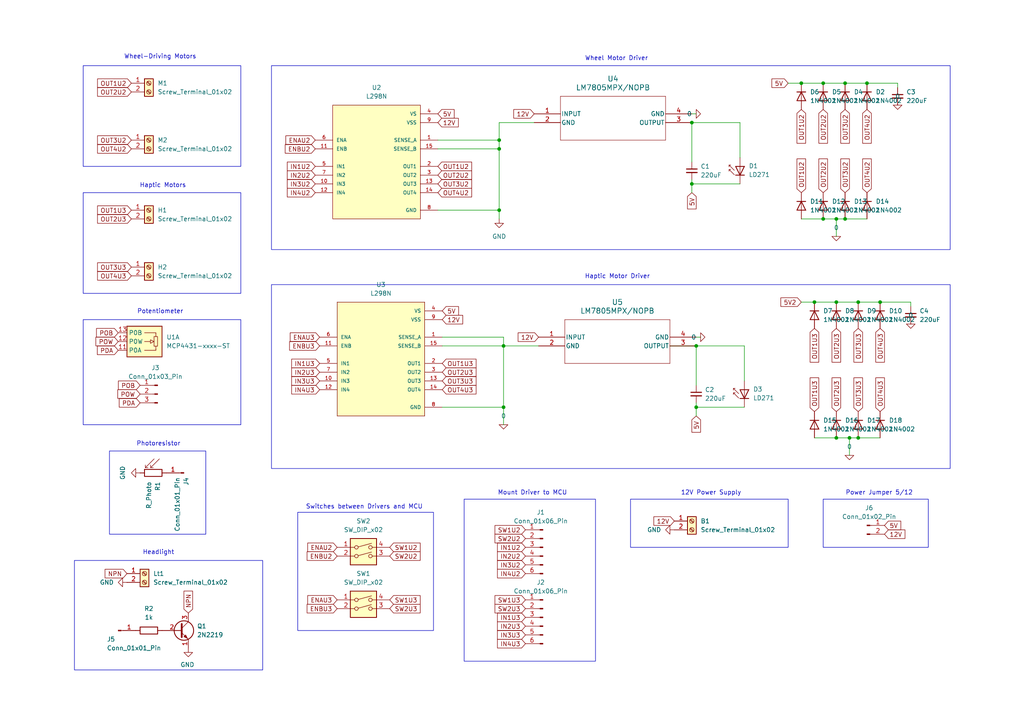
<source format=kicad_sch>
(kicad_sch
	(version 20231120)
	(generator "eeschema")
	(generator_version "8.0")
	(uuid "c08a8a39-fb3c-49dc-9739-0b79eee3fa6f")
	(paper "A4")
	(lib_symbols
		(symbol "7805_Regulator:LM7805MPX_NOPB"
			(pin_names
				(offset 0.254)
			)
			(exclude_from_sim no)
			(in_bom yes)
			(on_board yes)
			(property "Reference" "U"
				(at 22.86 10.16 0)
				(effects
					(font
						(size 1.524 1.524)
					)
				)
			)
			(property "Value" "LM7805MPX/NOPB"
				(at 22.86 7.62 0)
				(effects
					(font
						(size 1.524 1.524)
					)
				)
			)
			(property "Footprint" "DCY4_TEX"
				(at 0 0 0)
				(effects
					(font
						(size 1.27 1.27)
						(italic yes)
					)
					(hide yes)
				)
			)
			(property "Datasheet" "LM7805MPX/NOPB"
				(at 0 0 0)
				(effects
					(font
						(size 1.27 1.27)
						(italic yes)
					)
					(hide yes)
				)
			)
			(property "Description" ""
				(at 0 0 0)
				(effects
					(font
						(size 1.27 1.27)
					)
					(hide yes)
				)
			)
			(property "ki_locked" ""
				(at 0 0 0)
				(effects
					(font
						(size 1.27 1.27)
					)
				)
			)
			(property "ki_keywords" "LM7805MPX/NOPB"
				(at 0 0 0)
				(effects
					(font
						(size 1.27 1.27)
					)
					(hide yes)
				)
			)
			(property "ki_fp_filters" "DCY4_TEX DCY4_TEX-M DCY4_TEX-L"
				(at 0 0 0)
				(effects
					(font
						(size 1.27 1.27)
					)
					(hide yes)
				)
			)
			(symbol "LM7805MPX_NOPB_0_1"
				(polyline
					(pts
						(xy 7.62 -7.62) (xy 38.1 -7.62)
					)
					(stroke
						(width 0.127)
						(type default)
					)
					(fill
						(type none)
					)
				)
				(polyline
					(pts
						(xy 7.62 5.08) (xy 7.62 -7.62)
					)
					(stroke
						(width 0.127)
						(type default)
					)
					(fill
						(type none)
					)
				)
				(polyline
					(pts
						(xy 38.1 -7.62) (xy 38.1 5.08)
					)
					(stroke
						(width 0.127)
						(type default)
					)
					(fill
						(type none)
					)
				)
				(polyline
					(pts
						(xy 38.1 5.08) (xy 7.62 5.08)
					)
					(stroke
						(width 0.127)
						(type default)
					)
					(fill
						(type none)
					)
				)
				(pin input line
					(at 0 0 0)
					(length 7.62)
					(name "INPUT"
						(effects
							(font
								(size 1.27 1.27)
							)
						)
					)
					(number "1"
						(effects
							(font
								(size 1.27 1.27)
							)
						)
					)
				)
				(pin power_in line
					(at 0 -2.54 0)
					(length 7.62)
					(name "GND"
						(effects
							(font
								(size 1.27 1.27)
							)
						)
					)
					(number "2"
						(effects
							(font
								(size 1.27 1.27)
							)
						)
					)
				)
				(pin output line
					(at 45.72 -2.54 180)
					(length 7.62)
					(name "OUTPUT"
						(effects
							(font
								(size 1.27 1.27)
							)
						)
					)
					(number "3"
						(effects
							(font
								(size 1.27 1.27)
							)
						)
					)
				)
				(pin power_in line
					(at 45.72 0 180)
					(length 7.62)
					(name "GND"
						(effects
							(font
								(size 1.27 1.27)
							)
						)
					)
					(number "4"
						(effects
							(font
								(size 1.27 1.27)
							)
						)
					)
				)
			)
		)
		(symbol "Connector:Conn_01x01_Pin"
			(pin_names
				(offset 1.016) hide)
			(exclude_from_sim no)
			(in_bom yes)
			(on_board yes)
			(property "Reference" "J"
				(at 0 2.54 0)
				(effects
					(font
						(size 1.27 1.27)
					)
				)
			)
			(property "Value" "Conn_01x01_Pin"
				(at 0 -2.54 0)
				(effects
					(font
						(size 1.27 1.27)
					)
				)
			)
			(property "Footprint" ""
				(at 0 0 0)
				(effects
					(font
						(size 1.27 1.27)
					)
					(hide yes)
				)
			)
			(property "Datasheet" "~"
				(at 0 0 0)
				(effects
					(font
						(size 1.27 1.27)
					)
					(hide yes)
				)
			)
			(property "Description" "Generic connector, single row, 01x01, script generated"
				(at 0 0 0)
				(effects
					(font
						(size 1.27 1.27)
					)
					(hide yes)
				)
			)
			(property "ki_locked" ""
				(at 0 0 0)
				(effects
					(font
						(size 1.27 1.27)
					)
				)
			)
			(property "ki_keywords" "connector"
				(at 0 0 0)
				(effects
					(font
						(size 1.27 1.27)
					)
					(hide yes)
				)
			)
			(property "ki_fp_filters" "Connector*:*_1x??_*"
				(at 0 0 0)
				(effects
					(font
						(size 1.27 1.27)
					)
					(hide yes)
				)
			)
			(symbol "Conn_01x01_Pin_1_1"
				(polyline
					(pts
						(xy 1.27 0) (xy 0.8636 0)
					)
					(stroke
						(width 0.1524)
						(type default)
					)
					(fill
						(type none)
					)
				)
				(rectangle
					(start 0.8636 0.127)
					(end 0 -0.127)
					(stroke
						(width 0.1524)
						(type default)
					)
					(fill
						(type outline)
					)
				)
				(pin passive line
					(at 5.08 0 180)
					(length 3.81)
					(name "Pin_1"
						(effects
							(font
								(size 1.27 1.27)
							)
						)
					)
					(number "1"
						(effects
							(font
								(size 1.27 1.27)
							)
						)
					)
				)
			)
		)
		(symbol "Connector:Conn_01x02_Pin"
			(pin_names
				(offset 1.016) hide)
			(exclude_from_sim no)
			(in_bom yes)
			(on_board yes)
			(property "Reference" "J"
				(at 0 2.54 0)
				(effects
					(font
						(size 1.27 1.27)
					)
				)
			)
			(property "Value" "Conn_01x02_Pin"
				(at 0 -5.08 0)
				(effects
					(font
						(size 1.27 1.27)
					)
				)
			)
			(property "Footprint" ""
				(at 0 0 0)
				(effects
					(font
						(size 1.27 1.27)
					)
					(hide yes)
				)
			)
			(property "Datasheet" "~"
				(at 0 0 0)
				(effects
					(font
						(size 1.27 1.27)
					)
					(hide yes)
				)
			)
			(property "Description" "Generic connector, single row, 01x02, script generated"
				(at 0 0 0)
				(effects
					(font
						(size 1.27 1.27)
					)
					(hide yes)
				)
			)
			(property "ki_locked" ""
				(at 0 0 0)
				(effects
					(font
						(size 1.27 1.27)
					)
				)
			)
			(property "ki_keywords" "connector"
				(at 0 0 0)
				(effects
					(font
						(size 1.27 1.27)
					)
					(hide yes)
				)
			)
			(property "ki_fp_filters" "Connector*:*_1x??_*"
				(at 0 0 0)
				(effects
					(font
						(size 1.27 1.27)
					)
					(hide yes)
				)
			)
			(symbol "Conn_01x02_Pin_1_1"
				(polyline
					(pts
						(xy 1.27 -2.54) (xy 0.8636 -2.54)
					)
					(stroke
						(width 0.1524)
						(type default)
					)
					(fill
						(type none)
					)
				)
				(polyline
					(pts
						(xy 1.27 0) (xy 0.8636 0)
					)
					(stroke
						(width 0.1524)
						(type default)
					)
					(fill
						(type none)
					)
				)
				(rectangle
					(start 0.8636 -2.413)
					(end 0 -2.667)
					(stroke
						(width 0.1524)
						(type default)
					)
					(fill
						(type outline)
					)
				)
				(rectangle
					(start 0.8636 0.127)
					(end 0 -0.127)
					(stroke
						(width 0.1524)
						(type default)
					)
					(fill
						(type outline)
					)
				)
				(pin passive line
					(at 5.08 0 180)
					(length 3.81)
					(name "Pin_1"
						(effects
							(font
								(size 1.27 1.27)
							)
						)
					)
					(number "1"
						(effects
							(font
								(size 1.27 1.27)
							)
						)
					)
				)
				(pin passive line
					(at 5.08 -2.54 180)
					(length 3.81)
					(name "Pin_2"
						(effects
							(font
								(size 1.27 1.27)
							)
						)
					)
					(number "2"
						(effects
							(font
								(size 1.27 1.27)
							)
						)
					)
				)
			)
		)
		(symbol "Connector:Conn_01x03_Pin"
			(pin_names
				(offset 1.016) hide)
			(exclude_from_sim no)
			(in_bom yes)
			(on_board yes)
			(property "Reference" "J"
				(at 0 5.08 0)
				(effects
					(font
						(size 1.27 1.27)
					)
				)
			)
			(property "Value" "Conn_01x03_Pin"
				(at 0 -5.08 0)
				(effects
					(font
						(size 1.27 1.27)
					)
				)
			)
			(property "Footprint" ""
				(at 0 0 0)
				(effects
					(font
						(size 1.27 1.27)
					)
					(hide yes)
				)
			)
			(property "Datasheet" "~"
				(at 0 0 0)
				(effects
					(font
						(size 1.27 1.27)
					)
					(hide yes)
				)
			)
			(property "Description" "Generic connector, single row, 01x03, script generated"
				(at 0 0 0)
				(effects
					(font
						(size 1.27 1.27)
					)
					(hide yes)
				)
			)
			(property "ki_locked" ""
				(at 0 0 0)
				(effects
					(font
						(size 1.27 1.27)
					)
				)
			)
			(property "ki_keywords" "connector"
				(at 0 0 0)
				(effects
					(font
						(size 1.27 1.27)
					)
					(hide yes)
				)
			)
			(property "ki_fp_filters" "Connector*:*_1x??_*"
				(at 0 0 0)
				(effects
					(font
						(size 1.27 1.27)
					)
					(hide yes)
				)
			)
			(symbol "Conn_01x03_Pin_1_1"
				(polyline
					(pts
						(xy 1.27 -2.54) (xy 0.8636 -2.54)
					)
					(stroke
						(width 0.1524)
						(type default)
					)
					(fill
						(type none)
					)
				)
				(polyline
					(pts
						(xy 1.27 0) (xy 0.8636 0)
					)
					(stroke
						(width 0.1524)
						(type default)
					)
					(fill
						(type none)
					)
				)
				(polyline
					(pts
						(xy 1.27 2.54) (xy 0.8636 2.54)
					)
					(stroke
						(width 0.1524)
						(type default)
					)
					(fill
						(type none)
					)
				)
				(rectangle
					(start 0.8636 -2.413)
					(end 0 -2.667)
					(stroke
						(width 0.1524)
						(type default)
					)
					(fill
						(type outline)
					)
				)
				(rectangle
					(start 0.8636 0.127)
					(end 0 -0.127)
					(stroke
						(width 0.1524)
						(type default)
					)
					(fill
						(type outline)
					)
				)
				(rectangle
					(start 0.8636 2.667)
					(end 0 2.413)
					(stroke
						(width 0.1524)
						(type default)
					)
					(fill
						(type outline)
					)
				)
				(pin passive line
					(at 5.08 2.54 180)
					(length 3.81)
					(name "Pin_1"
						(effects
							(font
								(size 1.27 1.27)
							)
						)
					)
					(number "1"
						(effects
							(font
								(size 1.27 1.27)
							)
						)
					)
				)
				(pin passive line
					(at 5.08 0 180)
					(length 3.81)
					(name "Pin_2"
						(effects
							(font
								(size 1.27 1.27)
							)
						)
					)
					(number "2"
						(effects
							(font
								(size 1.27 1.27)
							)
						)
					)
				)
				(pin passive line
					(at 5.08 -2.54 180)
					(length 3.81)
					(name "Pin_3"
						(effects
							(font
								(size 1.27 1.27)
							)
						)
					)
					(number "3"
						(effects
							(font
								(size 1.27 1.27)
							)
						)
					)
				)
			)
		)
		(symbol "Connector:Conn_01x06_Pin"
			(pin_names
				(offset 1.016) hide)
			(exclude_from_sim no)
			(in_bom yes)
			(on_board yes)
			(property "Reference" "J"
				(at 0 7.62 0)
				(effects
					(font
						(size 1.27 1.27)
					)
				)
			)
			(property "Value" "Conn_01x06_Pin"
				(at 0 -10.16 0)
				(effects
					(font
						(size 1.27 1.27)
					)
				)
			)
			(property "Footprint" ""
				(at 0 0 0)
				(effects
					(font
						(size 1.27 1.27)
					)
					(hide yes)
				)
			)
			(property "Datasheet" "~"
				(at 0 0 0)
				(effects
					(font
						(size 1.27 1.27)
					)
					(hide yes)
				)
			)
			(property "Description" "Generic connector, single row, 01x06, script generated"
				(at 0 0 0)
				(effects
					(font
						(size 1.27 1.27)
					)
					(hide yes)
				)
			)
			(property "ki_locked" ""
				(at 0 0 0)
				(effects
					(font
						(size 1.27 1.27)
					)
				)
			)
			(property "ki_keywords" "connector"
				(at 0 0 0)
				(effects
					(font
						(size 1.27 1.27)
					)
					(hide yes)
				)
			)
			(property "ki_fp_filters" "Connector*:*_1x??_*"
				(at 0 0 0)
				(effects
					(font
						(size 1.27 1.27)
					)
					(hide yes)
				)
			)
			(symbol "Conn_01x06_Pin_1_1"
				(polyline
					(pts
						(xy 1.27 -7.62) (xy 0.8636 -7.62)
					)
					(stroke
						(width 0.1524)
						(type default)
					)
					(fill
						(type none)
					)
				)
				(polyline
					(pts
						(xy 1.27 -5.08) (xy 0.8636 -5.08)
					)
					(stroke
						(width 0.1524)
						(type default)
					)
					(fill
						(type none)
					)
				)
				(polyline
					(pts
						(xy 1.27 -2.54) (xy 0.8636 -2.54)
					)
					(stroke
						(width 0.1524)
						(type default)
					)
					(fill
						(type none)
					)
				)
				(polyline
					(pts
						(xy 1.27 0) (xy 0.8636 0)
					)
					(stroke
						(width 0.1524)
						(type default)
					)
					(fill
						(type none)
					)
				)
				(polyline
					(pts
						(xy 1.27 2.54) (xy 0.8636 2.54)
					)
					(stroke
						(width 0.1524)
						(type default)
					)
					(fill
						(type none)
					)
				)
				(polyline
					(pts
						(xy 1.27 5.08) (xy 0.8636 5.08)
					)
					(stroke
						(width 0.1524)
						(type default)
					)
					(fill
						(type none)
					)
				)
				(rectangle
					(start 0.8636 -7.493)
					(end 0 -7.747)
					(stroke
						(width 0.1524)
						(type default)
					)
					(fill
						(type outline)
					)
				)
				(rectangle
					(start 0.8636 -4.953)
					(end 0 -5.207)
					(stroke
						(width 0.1524)
						(type default)
					)
					(fill
						(type outline)
					)
				)
				(rectangle
					(start 0.8636 -2.413)
					(end 0 -2.667)
					(stroke
						(width 0.1524)
						(type default)
					)
					(fill
						(type outline)
					)
				)
				(rectangle
					(start 0.8636 0.127)
					(end 0 -0.127)
					(stroke
						(width 0.1524)
						(type default)
					)
					(fill
						(type outline)
					)
				)
				(rectangle
					(start 0.8636 2.667)
					(end 0 2.413)
					(stroke
						(width 0.1524)
						(type default)
					)
					(fill
						(type outline)
					)
				)
				(rectangle
					(start 0.8636 5.207)
					(end 0 4.953)
					(stroke
						(width 0.1524)
						(type default)
					)
					(fill
						(type outline)
					)
				)
				(pin passive line
					(at 5.08 5.08 180)
					(length 3.81)
					(name "Pin_1"
						(effects
							(font
								(size 1.27 1.27)
							)
						)
					)
					(number "1"
						(effects
							(font
								(size 1.27 1.27)
							)
						)
					)
				)
				(pin passive line
					(at 5.08 2.54 180)
					(length 3.81)
					(name "Pin_2"
						(effects
							(font
								(size 1.27 1.27)
							)
						)
					)
					(number "2"
						(effects
							(font
								(size 1.27 1.27)
							)
						)
					)
				)
				(pin passive line
					(at 5.08 0 180)
					(length 3.81)
					(name "Pin_3"
						(effects
							(font
								(size 1.27 1.27)
							)
						)
					)
					(number "3"
						(effects
							(font
								(size 1.27 1.27)
							)
						)
					)
				)
				(pin passive line
					(at 5.08 -2.54 180)
					(length 3.81)
					(name "Pin_4"
						(effects
							(font
								(size 1.27 1.27)
							)
						)
					)
					(number "4"
						(effects
							(font
								(size 1.27 1.27)
							)
						)
					)
				)
				(pin passive line
					(at 5.08 -5.08 180)
					(length 3.81)
					(name "Pin_5"
						(effects
							(font
								(size 1.27 1.27)
							)
						)
					)
					(number "5"
						(effects
							(font
								(size 1.27 1.27)
							)
						)
					)
				)
				(pin passive line
					(at 5.08 -7.62 180)
					(length 3.81)
					(name "Pin_6"
						(effects
							(font
								(size 1.27 1.27)
							)
						)
					)
					(number "6"
						(effects
							(font
								(size 1.27 1.27)
							)
						)
					)
				)
			)
		)
		(symbol "Connector:Screw_Terminal_01x02"
			(pin_names
				(offset 1.016) hide)
			(exclude_from_sim no)
			(in_bom yes)
			(on_board yes)
			(property "Reference" "J"
				(at 0 2.54 0)
				(effects
					(font
						(size 1.27 1.27)
					)
				)
			)
			(property "Value" "Screw_Terminal_01x02"
				(at 0 -5.08 0)
				(effects
					(font
						(size 1.27 1.27)
					)
				)
			)
			(property "Footprint" ""
				(at 0 0 0)
				(effects
					(font
						(size 1.27 1.27)
					)
					(hide yes)
				)
			)
			(property "Datasheet" "~"
				(at 0 0 0)
				(effects
					(font
						(size 1.27 1.27)
					)
					(hide yes)
				)
			)
			(property "Description" "Generic screw terminal, single row, 01x02, script generated (kicad-library-utils/schlib/autogen/connector/)"
				(at 0 0 0)
				(effects
					(font
						(size 1.27 1.27)
					)
					(hide yes)
				)
			)
			(property "ki_keywords" "screw terminal"
				(at 0 0 0)
				(effects
					(font
						(size 1.27 1.27)
					)
					(hide yes)
				)
			)
			(property "ki_fp_filters" "TerminalBlock*:*"
				(at 0 0 0)
				(effects
					(font
						(size 1.27 1.27)
					)
					(hide yes)
				)
			)
			(symbol "Screw_Terminal_01x02_1_1"
				(rectangle
					(start -1.27 1.27)
					(end 1.27 -3.81)
					(stroke
						(width 0.254)
						(type default)
					)
					(fill
						(type background)
					)
				)
				(circle
					(center 0 -2.54)
					(radius 0.635)
					(stroke
						(width 0.1524)
						(type default)
					)
					(fill
						(type none)
					)
				)
				(polyline
					(pts
						(xy -0.5334 -2.2098) (xy 0.3302 -3.048)
					)
					(stroke
						(width 0.1524)
						(type default)
					)
					(fill
						(type none)
					)
				)
				(polyline
					(pts
						(xy -0.5334 0.3302) (xy 0.3302 -0.508)
					)
					(stroke
						(width 0.1524)
						(type default)
					)
					(fill
						(type none)
					)
				)
				(polyline
					(pts
						(xy -0.3556 -2.032) (xy 0.508 -2.8702)
					)
					(stroke
						(width 0.1524)
						(type default)
					)
					(fill
						(type none)
					)
				)
				(polyline
					(pts
						(xy -0.3556 0.508) (xy 0.508 -0.3302)
					)
					(stroke
						(width 0.1524)
						(type default)
					)
					(fill
						(type none)
					)
				)
				(circle
					(center 0 0)
					(radius 0.635)
					(stroke
						(width 0.1524)
						(type default)
					)
					(fill
						(type none)
					)
				)
				(pin passive line
					(at -5.08 0 0)
					(length 3.81)
					(name "Pin_1"
						(effects
							(font
								(size 1.27 1.27)
							)
						)
					)
					(number "1"
						(effects
							(font
								(size 1.27 1.27)
							)
						)
					)
				)
				(pin passive line
					(at -5.08 -2.54 0)
					(length 3.81)
					(name "Pin_2"
						(effects
							(font
								(size 1.27 1.27)
							)
						)
					)
					(number "2"
						(effects
							(font
								(size 1.27 1.27)
							)
						)
					)
				)
			)
		)
		(symbol "Device:C_Small"
			(pin_numbers hide)
			(pin_names
				(offset 0.254) hide)
			(exclude_from_sim no)
			(in_bom yes)
			(on_board yes)
			(property "Reference" "C"
				(at 0.254 1.778 0)
				(effects
					(font
						(size 1.27 1.27)
					)
					(justify left)
				)
			)
			(property "Value" "C_Small"
				(at 0.254 -2.032 0)
				(effects
					(font
						(size 1.27 1.27)
					)
					(justify left)
				)
			)
			(property "Footprint" ""
				(at 0 0 0)
				(effects
					(font
						(size 1.27 1.27)
					)
					(hide yes)
				)
			)
			(property "Datasheet" "~"
				(at 0 0 0)
				(effects
					(font
						(size 1.27 1.27)
					)
					(hide yes)
				)
			)
			(property "Description" "Unpolarized capacitor, small symbol"
				(at 0 0 0)
				(effects
					(font
						(size 1.27 1.27)
					)
					(hide yes)
				)
			)
			(property "ki_keywords" "capacitor cap"
				(at 0 0 0)
				(effects
					(font
						(size 1.27 1.27)
					)
					(hide yes)
				)
			)
			(property "ki_fp_filters" "C_*"
				(at 0 0 0)
				(effects
					(font
						(size 1.27 1.27)
					)
					(hide yes)
				)
			)
			(symbol "C_Small_0_1"
				(polyline
					(pts
						(xy -1.524 -0.508) (xy 1.524 -0.508)
					)
					(stroke
						(width 0.3302)
						(type default)
					)
					(fill
						(type none)
					)
				)
				(polyline
					(pts
						(xy -1.524 0.508) (xy 1.524 0.508)
					)
					(stroke
						(width 0.3048)
						(type default)
					)
					(fill
						(type none)
					)
				)
			)
			(symbol "C_Small_1_1"
				(pin passive line
					(at 0 2.54 270)
					(length 2.032)
					(name "~"
						(effects
							(font
								(size 1.27 1.27)
							)
						)
					)
					(number "1"
						(effects
							(font
								(size 1.27 1.27)
							)
						)
					)
				)
				(pin passive line
					(at 0 -2.54 90)
					(length 2.032)
					(name "~"
						(effects
							(font
								(size 1.27 1.27)
							)
						)
					)
					(number "2"
						(effects
							(font
								(size 1.27 1.27)
							)
						)
					)
				)
			)
		)
		(symbol "Device:R"
			(pin_numbers hide)
			(pin_names
				(offset 0)
			)
			(exclude_from_sim no)
			(in_bom yes)
			(on_board yes)
			(property "Reference" "R"
				(at 2.032 0 90)
				(effects
					(font
						(size 1.27 1.27)
					)
				)
			)
			(property "Value" "R"
				(at 0 0 90)
				(effects
					(font
						(size 1.27 1.27)
					)
				)
			)
			(property "Footprint" ""
				(at -1.778 0 90)
				(effects
					(font
						(size 1.27 1.27)
					)
					(hide yes)
				)
			)
			(property "Datasheet" "~"
				(at 0 0 0)
				(effects
					(font
						(size 1.27 1.27)
					)
					(hide yes)
				)
			)
			(property "Description" "Resistor"
				(at 0 0 0)
				(effects
					(font
						(size 1.27 1.27)
					)
					(hide yes)
				)
			)
			(property "ki_keywords" "R res resistor"
				(at 0 0 0)
				(effects
					(font
						(size 1.27 1.27)
					)
					(hide yes)
				)
			)
			(property "ki_fp_filters" "R_*"
				(at 0 0 0)
				(effects
					(font
						(size 1.27 1.27)
					)
					(hide yes)
				)
			)
			(symbol "R_0_1"
				(rectangle
					(start -1.016 -2.54)
					(end 1.016 2.54)
					(stroke
						(width 0.254)
						(type default)
					)
					(fill
						(type none)
					)
				)
			)
			(symbol "R_1_1"
				(pin passive line
					(at 0 3.81 270)
					(length 1.27)
					(name "~"
						(effects
							(font
								(size 1.27 1.27)
							)
						)
					)
					(number "1"
						(effects
							(font
								(size 1.27 1.27)
							)
						)
					)
				)
				(pin passive line
					(at 0 -3.81 90)
					(length 1.27)
					(name "~"
						(effects
							(font
								(size 1.27 1.27)
							)
						)
					)
					(number "2"
						(effects
							(font
								(size 1.27 1.27)
							)
						)
					)
				)
			)
		)
		(symbol "Device:R_Photo"
			(pin_numbers hide)
			(pin_names
				(offset 0)
			)
			(exclude_from_sim no)
			(in_bom yes)
			(on_board yes)
			(property "Reference" "R"
				(at 1.27 1.27 0)
				(effects
					(font
						(size 1.27 1.27)
					)
					(justify left)
				)
			)
			(property "Value" "R_Photo"
				(at 1.27 0 0)
				(effects
					(font
						(size 1.27 1.27)
					)
					(justify left top)
				)
			)
			(property "Footprint" ""
				(at 1.27 -6.35 90)
				(effects
					(font
						(size 1.27 1.27)
					)
					(justify left)
					(hide yes)
				)
			)
			(property "Datasheet" "~"
				(at 0 -1.27 0)
				(effects
					(font
						(size 1.27 1.27)
					)
					(hide yes)
				)
			)
			(property "Description" "Photoresistor"
				(at 0 0 0)
				(effects
					(font
						(size 1.27 1.27)
					)
					(hide yes)
				)
			)
			(property "ki_keywords" "resistor variable light sensitive opto LDR"
				(at 0 0 0)
				(effects
					(font
						(size 1.27 1.27)
					)
					(hide yes)
				)
			)
			(property "ki_fp_filters" "*LDR* R?LDR*"
				(at 0 0 0)
				(effects
					(font
						(size 1.27 1.27)
					)
					(hide yes)
				)
			)
			(symbol "R_Photo_0_1"
				(rectangle
					(start -1.016 2.54)
					(end 1.016 -2.54)
					(stroke
						(width 0.254)
						(type default)
					)
					(fill
						(type none)
					)
				)
				(polyline
					(pts
						(xy -1.524 -2.286) (xy -4.064 0.254)
					)
					(stroke
						(width 0)
						(type default)
					)
					(fill
						(type none)
					)
				)
				(polyline
					(pts
						(xy -1.524 -2.286) (xy -2.286 -2.286)
					)
					(stroke
						(width 0)
						(type default)
					)
					(fill
						(type none)
					)
				)
				(polyline
					(pts
						(xy -1.524 -2.286) (xy -1.524 -1.524)
					)
					(stroke
						(width 0)
						(type default)
					)
					(fill
						(type none)
					)
				)
				(polyline
					(pts
						(xy -1.524 -0.762) (xy -4.064 1.778)
					)
					(stroke
						(width 0)
						(type default)
					)
					(fill
						(type none)
					)
				)
				(polyline
					(pts
						(xy -1.524 -0.762) (xy -2.286 -0.762)
					)
					(stroke
						(width 0)
						(type default)
					)
					(fill
						(type none)
					)
				)
				(polyline
					(pts
						(xy -1.524 -0.762) (xy -1.524 0)
					)
					(stroke
						(width 0)
						(type default)
					)
					(fill
						(type none)
					)
				)
			)
			(symbol "R_Photo_1_1"
				(pin passive line
					(at 0 3.81 270)
					(length 1.27)
					(name "~"
						(effects
							(font
								(size 1.27 1.27)
							)
						)
					)
					(number "1"
						(effects
							(font
								(size 1.27 1.27)
							)
						)
					)
				)
				(pin passive line
					(at 0 -3.81 90)
					(length 1.27)
					(name "~"
						(effects
							(font
								(size 1.27 1.27)
							)
						)
					)
					(number "2"
						(effects
							(font
								(size 1.27 1.27)
							)
						)
					)
				)
			)
		)
		(symbol "Diode:1N4002"
			(pin_numbers hide)
			(pin_names hide)
			(exclude_from_sim no)
			(in_bom yes)
			(on_board yes)
			(property "Reference" "D"
				(at 0 2.54 0)
				(effects
					(font
						(size 1.27 1.27)
					)
				)
			)
			(property "Value" "1N4002"
				(at 0 -2.54 0)
				(effects
					(font
						(size 1.27 1.27)
					)
				)
			)
			(property "Footprint" "Diode_THT:D_DO-41_SOD81_P10.16mm_Horizontal"
				(at 0 -4.445 0)
				(effects
					(font
						(size 1.27 1.27)
					)
					(hide yes)
				)
			)
			(property "Datasheet" "http://www.vishay.com/docs/88503/1n4001.pdf"
				(at 0 0 0)
				(effects
					(font
						(size 1.27 1.27)
					)
					(hide yes)
				)
			)
			(property "Description" "100V 1A General Purpose Rectifier Diode, DO-41"
				(at 0 0 0)
				(effects
					(font
						(size 1.27 1.27)
					)
					(hide yes)
				)
			)
			(property "Sim.Device" "D"
				(at 0 0 0)
				(effects
					(font
						(size 1.27 1.27)
					)
					(hide yes)
				)
			)
			(property "Sim.Pins" "1=K 2=A"
				(at 0 0 0)
				(effects
					(font
						(size 1.27 1.27)
					)
					(hide yes)
				)
			)
			(property "ki_keywords" "diode"
				(at 0 0 0)
				(effects
					(font
						(size 1.27 1.27)
					)
					(hide yes)
				)
			)
			(property "ki_fp_filters" "D*DO?41*"
				(at 0 0 0)
				(effects
					(font
						(size 1.27 1.27)
					)
					(hide yes)
				)
			)
			(symbol "1N4002_0_1"
				(polyline
					(pts
						(xy -1.27 1.27) (xy -1.27 -1.27)
					)
					(stroke
						(width 0.254)
						(type default)
					)
					(fill
						(type none)
					)
				)
				(polyline
					(pts
						(xy 1.27 0) (xy -1.27 0)
					)
					(stroke
						(width 0)
						(type default)
					)
					(fill
						(type none)
					)
				)
				(polyline
					(pts
						(xy 1.27 1.27) (xy 1.27 -1.27) (xy -1.27 0) (xy 1.27 1.27)
					)
					(stroke
						(width 0.254)
						(type default)
					)
					(fill
						(type none)
					)
				)
			)
			(symbol "1N4002_1_1"
				(pin passive line
					(at -3.81 0 0)
					(length 2.54)
					(name "K"
						(effects
							(font
								(size 1.27 1.27)
							)
						)
					)
					(number "1"
						(effects
							(font
								(size 1.27 1.27)
							)
						)
					)
				)
				(pin passive line
					(at 3.81 0 180)
					(length 2.54)
					(name "A"
						(effects
							(font
								(size 1.27 1.27)
							)
						)
					)
					(number "2"
						(effects
							(font
								(size 1.27 1.27)
							)
						)
					)
				)
			)
		)
		(symbol "L298N_Motor_Driver:L298N"
			(pin_names
				(offset 1.016)
			)
			(exclude_from_sim no)
			(in_bom yes)
			(on_board yes)
			(property "Reference" "U"
				(at -12.7 20.32 0)
				(effects
					(font
						(size 1.27 1.27)
					)
					(justify left bottom)
				)
			)
			(property "Value" "L298N"
				(at -12.7 -20.32 0)
				(effects
					(font
						(size 1.27 1.27)
					)
					(justify left bottom)
				)
			)
			(property "Footprint" "L298N:TO127P2020X500X2100-15"
				(at 0 0 0)
				(effects
					(font
						(size 1.27 1.27)
					)
					(justify bottom)
					(hide yes)
				)
			)
			(property "Datasheet" ""
				(at 0 0 0)
				(effects
					(font
						(size 1.27 1.27)
					)
					(hide yes)
				)
			)
			(property "Description" ""
				(at 0 0 0)
				(effects
					(font
						(size 1.27 1.27)
					)
					(hide yes)
				)
			)
			(property "PARTREV" ""
				(at 0 0 0)
				(effects
					(font
						(size 1.27 1.27)
					)
					(justify bottom)
					(hide yes)
				)
			)
			(property "STANDARD" "IPC-7351B"
				(at 0 0 0)
				(effects
					(font
						(size 1.27 1.27)
					)
					(justify bottom)
					(hide yes)
				)
			)
			(property "MAXIMUM_PACKAGE_HEIGHT" "5.0mm"
				(at 0 0 0)
				(effects
					(font
						(size 1.27 1.27)
					)
					(justify bottom)
					(hide yes)
				)
			)
			(property "MANUFACTURER" "STMicroelectronics"
				(at 0 0 0)
				(effects
					(font
						(size 1.27 1.27)
					)
					(justify bottom)
					(hide yes)
				)
			)
			(symbol "L298N_0_0"
				(rectangle
					(start -12.7 -15.24)
					(end 12.7 17.78)
					(stroke
						(width 0.1524)
						(type default)
					)
					(fill
						(type background)
					)
				)
				(pin passive line
					(at 17.78 7.62 180)
					(length 5.08)
					(name "SENSE_A"
						(effects
							(font
								(size 1.016 1.016)
							)
						)
					)
					(number "1"
						(effects
							(font
								(size 1.016 1.016)
							)
						)
					)
				)
				(pin input line
					(at -17.78 -5.08 0)
					(length 5.08)
					(name "IN3"
						(effects
							(font
								(size 1.016 1.016)
							)
						)
					)
					(number "10"
						(effects
							(font
								(size 1.016 1.016)
							)
						)
					)
				)
				(pin input line
					(at -17.78 5.08 0)
					(length 5.08)
					(name "ENB"
						(effects
							(font
								(size 1.016 1.016)
							)
						)
					)
					(number "11"
						(effects
							(font
								(size 1.016 1.016)
							)
						)
					)
				)
				(pin input line
					(at -17.78 -7.62 0)
					(length 5.08)
					(name "IN4"
						(effects
							(font
								(size 1.016 1.016)
							)
						)
					)
					(number "12"
						(effects
							(font
								(size 1.016 1.016)
							)
						)
					)
				)
				(pin output line
					(at 17.78 -5.08 180)
					(length 5.08)
					(name "OUT3"
						(effects
							(font
								(size 1.016 1.016)
							)
						)
					)
					(number "13"
						(effects
							(font
								(size 1.016 1.016)
							)
						)
					)
				)
				(pin output line
					(at 17.78 -7.62 180)
					(length 5.08)
					(name "OUT4"
						(effects
							(font
								(size 1.016 1.016)
							)
						)
					)
					(number "14"
						(effects
							(font
								(size 1.016 1.016)
							)
						)
					)
				)
				(pin passive line
					(at 17.78 5.08 180)
					(length 5.08)
					(name "SENSE_B"
						(effects
							(font
								(size 1.016 1.016)
							)
						)
					)
					(number "15"
						(effects
							(font
								(size 1.016 1.016)
							)
						)
					)
				)
				(pin output line
					(at 17.78 0 180)
					(length 5.08)
					(name "OUT1"
						(effects
							(font
								(size 1.016 1.016)
							)
						)
					)
					(number "2"
						(effects
							(font
								(size 1.016 1.016)
							)
						)
					)
				)
				(pin output line
					(at 17.78 -2.54 180)
					(length 5.08)
					(name "OUT2"
						(effects
							(font
								(size 1.016 1.016)
							)
						)
					)
					(number "3"
						(effects
							(font
								(size 1.016 1.016)
							)
						)
					)
				)
				(pin power_in line
					(at 17.78 15.24 180)
					(length 5.08)
					(name "VS"
						(effects
							(font
								(size 1.016 1.016)
							)
						)
					)
					(number "4"
						(effects
							(font
								(size 1.016 1.016)
							)
						)
					)
				)
				(pin input line
					(at -17.78 0 0)
					(length 5.08)
					(name "IN1"
						(effects
							(font
								(size 1.016 1.016)
							)
						)
					)
					(number "5"
						(effects
							(font
								(size 1.016 1.016)
							)
						)
					)
				)
				(pin input line
					(at -17.78 7.62 0)
					(length 5.08)
					(name "ENA"
						(effects
							(font
								(size 1.016 1.016)
							)
						)
					)
					(number "6"
						(effects
							(font
								(size 1.016 1.016)
							)
						)
					)
				)
				(pin input line
					(at -17.78 -2.54 0)
					(length 5.08)
					(name "IN2"
						(effects
							(font
								(size 1.016 1.016)
							)
						)
					)
					(number "7"
						(effects
							(font
								(size 1.016 1.016)
							)
						)
					)
				)
				(pin power_in line
					(at 17.78 -12.7 180)
					(length 5.08)
					(name "GND"
						(effects
							(font
								(size 1.016 1.016)
							)
						)
					)
					(number "8"
						(effects
							(font
								(size 1.016 1.016)
							)
						)
					)
				)
				(pin input line
					(at 17.78 12.7 180)
					(length 5.08)
					(name "VSS"
						(effects
							(font
								(size 1.016 1.016)
							)
						)
					)
					(number "9"
						(effects
							(font
								(size 1.016 1.016)
							)
						)
					)
				)
			)
		)
		(symbol "LED:LD271"
			(pin_numbers hide)
			(pin_names
				(offset 1.016) hide)
			(exclude_from_sim no)
			(in_bom yes)
			(on_board yes)
			(property "Reference" "D"
				(at 0.508 1.778 0)
				(effects
					(font
						(size 1.27 1.27)
					)
					(justify left)
				)
			)
			(property "Value" "LD271"
				(at -1.016 -2.794 0)
				(effects
					(font
						(size 1.27 1.27)
					)
				)
			)
			(property "Footprint" "LED_THT:LED_D5.0mm_IRGrey"
				(at 0 4.445 0)
				(effects
					(font
						(size 1.27 1.27)
					)
					(hide yes)
				)
			)
			(property "Datasheet" "http://www.alliedelec.com/m/d/40788c34903a719969df15f1fbea1056.pdf"
				(at -1.27 0 0)
				(effects
					(font
						(size 1.27 1.27)
					)
					(hide yes)
				)
			)
			(property "Description" "940nm IR-LED, 5mm"
				(at 0 0 0)
				(effects
					(font
						(size 1.27 1.27)
					)
					(hide yes)
				)
			)
			(property "ki_keywords" "IR LED"
				(at 0 0 0)
				(effects
					(font
						(size 1.27 1.27)
					)
					(hide yes)
				)
			)
			(property "ki_fp_filters" "LED*5.0mm*IRGrey*"
				(at 0 0 0)
				(effects
					(font
						(size 1.27 1.27)
					)
					(hide yes)
				)
			)
			(symbol "LD271_0_1"
				(polyline
					(pts
						(xy -2.54 1.27) (xy -2.54 -1.27)
					)
					(stroke
						(width 0.254)
						(type default)
					)
					(fill
						(type none)
					)
				)
				(polyline
					(pts
						(xy 0 0) (xy -2.54 0)
					)
					(stroke
						(width 0)
						(type default)
					)
					(fill
						(type none)
					)
				)
				(polyline
					(pts
						(xy 0.381 3.175) (xy -0.127 3.175)
					)
					(stroke
						(width 0)
						(type default)
					)
					(fill
						(type none)
					)
				)
				(polyline
					(pts
						(xy -1.143 1.651) (xy 0.381 3.175) (xy 0.381 2.667)
					)
					(stroke
						(width 0)
						(type default)
					)
					(fill
						(type none)
					)
				)
				(polyline
					(pts
						(xy 0 -1.27) (xy -2.54 0) (xy 0 1.27) (xy 0 -1.27)
					)
					(stroke
						(width 0.254)
						(type default)
					)
					(fill
						(type none)
					)
				)
				(polyline
					(pts
						(xy -2.413 1.651) (xy -0.889 3.175) (xy -0.889 2.667) (xy -0.889 3.175) (xy -1.397 3.175)
					)
					(stroke
						(width 0)
						(type default)
					)
					(fill
						(type none)
					)
				)
			)
			(symbol "LD271_1_1"
				(pin passive line
					(at -5.08 0 0)
					(length 2.54)
					(name "K"
						(effects
							(font
								(size 1.27 1.27)
							)
						)
					)
					(number "1"
						(effects
							(font
								(size 1.27 1.27)
							)
						)
					)
				)
				(pin passive line
					(at 2.54 0 180)
					(length 2.54)
					(name "A"
						(effects
							(font
								(size 1.27 1.27)
							)
						)
					)
					(number "2"
						(effects
							(font
								(size 1.27 1.27)
							)
						)
					)
				)
			)
		)
		(symbol "Potentiometer_Digital:MCP4431-xxxx-ST"
			(exclude_from_sim no)
			(in_bom yes)
			(on_board yes)
			(property "Reference" "U"
				(at -8.89 11.43 0)
				(effects
					(font
						(size 1.27 1.27)
					)
				)
			)
			(property "Value" "MCP4431-xxxx-ST"
				(at 10.16 -11.43 0)
				(effects
					(font
						(size 1.27 1.27)
					)
				)
			)
			(property "Footprint" "Package_SO:TSSOP-20_4.4x6.5mm_P0.65mm"
				(at 0 -12.7 0)
				(effects
					(font
						(size 1.27 1.27)
					)
					(hide yes)
				)
			)
			(property "Datasheet" "https://ww1.microchip.com/downloads/en/DeviceDoc/22267A_MCP4431.pdf"
				(at 0 -15.24 0)
				(effects
					(font
						(size 1.27 1.27)
					)
					(hide yes)
				)
			)
			(property "Description" "Quad 7 Bit Digital Potentiometer, I²C, Volatile Memory, TSSOP-20"
				(at 0 0 0)
				(effects
					(font
						(size 1.27 1.27)
					)
					(hide yes)
				)
			)
			(property "ki_locked" ""
				(at 0 0 0)
				(effects
					(font
						(size 1.27 1.27)
					)
				)
			)
			(property "ki_keywords" "Digital Pot Potentiometer DigiPot"
				(at 0 0 0)
				(effects
					(font
						(size 1.27 1.27)
					)
					(hide yes)
				)
			)
			(property "ki_fp_filters" "TSSOP*4.4x6.5mm*P0.65mm*"
				(at 0 0 0)
				(effects
					(font
						(size 1.27 1.27)
					)
					(hide yes)
				)
			)
			(symbol "MCP4431-xxxx-ST_1_1"
				(polyline
					(pts
						(xy 1.7272 0) (xy 0 0)
					)
					(stroke
						(width 0)
						(type default)
					)
					(fill
						(type none)
					)
				)
				(polyline
					(pts
						(xy 3.302 -2.54) (xy 0 -2.54)
					)
					(stroke
						(width 0)
						(type default)
					)
					(fill
						(type background)
					)
				)
				(polyline
					(pts
						(xy 3.302 -2.3114) (xy 3.302 -1.3716)
					)
					(stroke
						(width 0)
						(type default)
					)
					(fill
						(type none)
					)
				)
				(polyline
					(pts
						(xy 3.302 2.286) (xy 3.302 1.4478)
					)
					(stroke
						(width 0)
						(type default)
					)
					(fill
						(type none)
					)
				)
				(polyline
					(pts
						(xy 3.302 2.54) (xy 0 2.54)
					)
					(stroke
						(width 0)
						(type default)
					)
					(fill
						(type background)
					)
				)
				(polyline
					(pts
						(xy 3.302 -2.54) (xy 3.302 -2.286) (xy 3.302 -2.286)
					)
					(stroke
						(width 0)
						(type default)
					)
					(fill
						(type none)
					)
				)
				(polyline
					(pts
						(xy 3.302 2.54) (xy 3.302 2.286) (xy 3.302 2.286)
					)
					(stroke
						(width 0)
						(type default)
					)
					(fill
						(type background)
					)
				)
				(polyline
					(pts
						(xy 1.7272 -0.508) (xy 1.7272 0.508) (xy 2.7432 0) (xy 1.7272 -0.508) (xy 1.7272 -0.508)
					)
					(stroke
						(width 0)
						(type default)
					)
					(fill
						(type none)
					)
				)
				(rectangle
					(start 3.7846 -1.3462)
					(end 2.7686 1.4478)
					(stroke
						(width 0)
						(type default)
					)
					(fill
						(type none)
					)
				)
				(rectangle
					(start 5.08 -4.445)
					(end -5.08 4.445)
					(stroke
						(width 0.254)
						(type default)
					)
					(fill
						(type background)
					)
				)
				(pin passive line
					(at -7.62 -2.54 0)
					(length 2.54)
					(name "P0A"
						(effects
							(font
								(size 1.27 1.27)
							)
						)
					)
					(number "11"
						(effects
							(font
								(size 1.27 1.27)
							)
						)
					)
				)
				(pin passive line
					(at -7.62 0 0)
					(length 2.54)
					(name "P0W"
						(effects
							(font
								(size 1.27 1.27)
							)
						)
					)
					(number "12"
						(effects
							(font
								(size 1.27 1.27)
							)
						)
					)
				)
				(pin passive line
					(at -7.62 2.54 0)
					(length 2.54)
					(name "P0B"
						(effects
							(font
								(size 1.27 1.27)
							)
						)
					)
					(number "13"
						(effects
							(font
								(size 1.27 1.27)
							)
						)
					)
				)
			)
			(symbol "MCP4431-xxxx-ST_2_1"
				(polyline
					(pts
						(xy 1.7272 0) (xy 0 0)
					)
					(stroke
						(width 0)
						(type default)
					)
					(fill
						(type none)
					)
				)
				(polyline
					(pts
						(xy 3.302 -2.54) (xy 0 -2.54)
					)
					(stroke
						(width 0)
						(type default)
					)
					(fill
						(type background)
					)
				)
				(polyline
					(pts
						(xy 3.302 -2.3114) (xy 3.302 -1.3716)
					)
					(stroke
						(width 0)
						(type default)
					)
					(fill
						(type none)
					)
				)
				(polyline
					(pts
						(xy 3.302 2.286) (xy 3.302 1.4478)
					)
					(stroke
						(width 0)
						(type default)
					)
					(fill
						(type none)
					)
				)
				(polyline
					(pts
						(xy 3.302 2.54) (xy 0 2.54)
					)
					(stroke
						(width 0)
						(type default)
					)
					(fill
						(type background)
					)
				)
				(polyline
					(pts
						(xy 3.302 -2.54) (xy 3.302 -2.286) (xy 3.302 -2.286)
					)
					(stroke
						(width 0)
						(type default)
					)
					(fill
						(type none)
					)
				)
				(polyline
					(pts
						(xy 3.302 2.54) (xy 3.302 2.286) (xy 3.302 2.286)
					)
					(stroke
						(width 0)
						(type default)
					)
					(fill
						(type background)
					)
				)
				(polyline
					(pts
						(xy 1.7272 -0.508) (xy 1.7272 0.508) (xy 2.7432 0) (xy 1.7272 -0.508) (xy 1.7272 -0.508)
					)
					(stroke
						(width 0)
						(type default)
					)
					(fill
						(type none)
					)
				)
				(rectangle
					(start 3.7846 -1.3462)
					(end 2.7686 1.4478)
					(stroke
						(width 0)
						(type default)
					)
					(fill
						(type none)
					)
				)
				(rectangle
					(start 5.08 -4.445)
					(end -5.08 4.445)
					(stroke
						(width 0.254)
						(type default)
					)
					(fill
						(type background)
					)
				)
				(pin passive line
					(at -7.62 -2.54 0)
					(length 2.54)
					(name "P1A"
						(effects
							(font
								(size 1.27 1.27)
							)
						)
					)
					(number "10"
						(effects
							(font
								(size 1.27 1.27)
							)
						)
					)
				)
				(pin passive line
					(at -7.62 2.54 0)
					(length 2.54)
					(name "P1B"
						(effects
							(font
								(size 1.27 1.27)
							)
						)
					)
					(number "8"
						(effects
							(font
								(size 1.27 1.27)
							)
						)
					)
				)
				(pin passive line
					(at -7.62 0 0)
					(length 2.54)
					(name "P1W"
						(effects
							(font
								(size 1.27 1.27)
							)
						)
					)
					(number "9"
						(effects
							(font
								(size 1.27 1.27)
							)
						)
					)
				)
			)
			(symbol "MCP4431-xxxx-ST_3_1"
				(polyline
					(pts
						(xy 1.7272 0) (xy 0 0)
					)
					(stroke
						(width 0)
						(type default)
					)
					(fill
						(type none)
					)
				)
				(polyline
					(pts
						(xy 3.302 -2.54) (xy 0 -2.54)
					)
					(stroke
						(width 0)
						(type default)
					)
					(fill
						(type background)
					)
				)
				(polyline
					(pts
						(xy 3.302 -2.3114) (xy 3.302 -1.3716)
					)
					(stroke
						(width 0)
						(type default)
					)
					(fill
						(type none)
					)
				)
				(polyline
					(pts
						(xy 3.302 2.286) (xy 3.302 1.4478)
					)
					(stroke
						(width 0)
						(type default)
					)
					(fill
						(type none)
					)
				)
				(polyline
					(pts
						(xy 3.302 2.54) (xy 0 2.54)
					)
					(stroke
						(width 0)
						(type default)
					)
					(fill
						(type background)
					)
				)
				(polyline
					(pts
						(xy 3.302 -2.54) (xy 3.302 -2.286) (xy 3.302 -2.286)
					)
					(stroke
						(width 0)
						(type default)
					)
					(fill
						(type none)
					)
				)
				(polyline
					(pts
						(xy 3.302 2.54) (xy 3.302 2.286) (xy 3.302 2.286)
					)
					(stroke
						(width 0)
						(type default)
					)
					(fill
						(type background)
					)
				)
				(polyline
					(pts
						(xy 1.7272 -0.508) (xy 1.7272 0.508) (xy 2.7432 0) (xy 1.7272 -0.508) (xy 1.7272 -0.508)
					)
					(stroke
						(width 0)
						(type default)
					)
					(fill
						(type none)
					)
				)
				(rectangle
					(start 3.7846 -1.3462)
					(end 2.7686 1.4478)
					(stroke
						(width 0)
						(type default)
					)
					(fill
						(type none)
					)
				)
				(rectangle
					(start 5.08 -4.445)
					(end -5.08 4.445)
					(stroke
						(width 0.254)
						(type default)
					)
					(fill
						(type background)
					)
				)
				(pin passive line
					(at -7.62 2.54 0)
					(length 2.54)
					(name "P2B"
						(effects
							(font
								(size 1.27 1.27)
							)
						)
					)
					(number "18"
						(effects
							(font
								(size 1.27 1.27)
							)
						)
					)
				)
				(pin passive line
					(at -7.62 0 0)
					(length 2.54)
					(name "P2W"
						(effects
							(font
								(size 1.27 1.27)
							)
						)
					)
					(number "19"
						(effects
							(font
								(size 1.27 1.27)
							)
						)
					)
				)
				(pin passive line
					(at -7.62 -2.54 0)
					(length 2.54)
					(name "P2A"
						(effects
							(font
								(size 1.27 1.27)
							)
						)
					)
					(number "20"
						(effects
							(font
								(size 1.27 1.27)
							)
						)
					)
				)
			)
			(symbol "MCP4431-xxxx-ST_4_1"
				(polyline
					(pts
						(xy 1.7272 0) (xy 0 0)
					)
					(stroke
						(width 0)
						(type default)
					)
					(fill
						(type none)
					)
				)
				(polyline
					(pts
						(xy 3.302 -2.54) (xy 0 -2.54)
					)
					(stroke
						(width 0)
						(type default)
					)
					(fill
						(type background)
					)
				)
				(polyline
					(pts
						(xy 3.302 -2.3114) (xy 3.302 -1.3716)
					)
					(stroke
						(width 0)
						(type default)
					)
					(fill
						(type none)
					)
				)
				(polyline
					(pts
						(xy 3.302 2.286) (xy 3.302 1.4478)
					)
					(stroke
						(width 0)
						(type default)
					)
					(fill
						(type none)
					)
				)
				(polyline
					(pts
						(xy 3.302 2.54) (xy 0 2.54)
					)
					(stroke
						(width 0)
						(type default)
					)
					(fill
						(type background)
					)
				)
				(polyline
					(pts
						(xy 3.302 -2.54) (xy 3.302 -2.286) (xy 3.302 -2.286)
					)
					(stroke
						(width 0)
						(type default)
					)
					(fill
						(type none)
					)
				)
				(polyline
					(pts
						(xy 3.302 2.54) (xy 3.302 2.286) (xy 3.302 2.286)
					)
					(stroke
						(width 0)
						(type default)
					)
					(fill
						(type background)
					)
				)
				(polyline
					(pts
						(xy 1.7272 -0.508) (xy 1.7272 0.508) (xy 2.7432 0) (xy 1.7272 -0.508) (xy 1.7272 -0.508)
					)
					(stroke
						(width 0)
						(type default)
					)
					(fill
						(type none)
					)
				)
				(rectangle
					(start 3.7846 -1.3462)
					(end 2.7686 1.4478)
					(stroke
						(width 0)
						(type default)
					)
					(fill
						(type none)
					)
				)
				(rectangle
					(start 5.08 -4.445)
					(end -5.08 4.445)
					(stroke
						(width 0.254)
						(type default)
					)
					(fill
						(type background)
					)
				)
				(pin passive line
					(at -7.62 -2.54 0)
					(length 2.54)
					(name "P3A"
						(effects
							(font
								(size 1.27 1.27)
							)
						)
					)
					(number "1"
						(effects
							(font
								(size 1.27 1.27)
							)
						)
					)
				)
				(pin passive line
					(at -7.62 0 0)
					(length 2.54)
					(name "P3W"
						(effects
							(font
								(size 1.27 1.27)
							)
						)
					)
					(number "2"
						(effects
							(font
								(size 1.27 1.27)
							)
						)
					)
				)
				(pin passive line
					(at -7.62 2.54 0)
					(length 2.54)
					(name "P3B"
						(effects
							(font
								(size 1.27 1.27)
							)
						)
					)
					(number "3"
						(effects
							(font
								(size 1.27 1.27)
							)
						)
					)
				)
			)
			(symbol "MCP4431-xxxx-ST_5_1"
				(rectangle
					(start -10.16 10.16)
					(end 10.16 -10.16)
					(stroke
						(width 0)
						(type default)
					)
					(fill
						(type background)
					)
				)
				(pin no_connect line
					(at -10.16 -2.54 0)
					(length 2.54) hide
					(name "NC"
						(effects
							(font
								(size 1.27 1.27)
							)
						)
					)
					(number "14"
						(effects
							(font
								(size 1.27 1.27)
							)
						)
					)
				)
				(pin input line
					(at -12.7 7.62 0)
					(length 2.54)
					(name "~{RESET}"
						(effects
							(font
								(size 1.27 1.27)
							)
						)
					)
					(number "15"
						(effects
							(font
								(size 1.27 1.27)
							)
						)
					)
				)
				(pin input line
					(at -12.7 -7.62 0)
					(length 2.54)
					(name "A1"
						(effects
							(font
								(size 1.27 1.27)
							)
						)
					)
					(number "16"
						(effects
							(font
								(size 1.27 1.27)
							)
						)
					)
				)
				(pin power_in line
					(at 0 12.7 270)
					(length 2.54)
					(name "VDD"
						(effects
							(font
								(size 1.27 1.27)
							)
						)
					)
					(number "17"
						(effects
							(font
								(size 1.27 1.27)
							)
						)
					)
				)
				(pin input line
					(at -12.7 -5.08 0)
					(length 2.54)
					(name "HVC/A0"
						(effects
							(font
								(size 1.27 1.27)
							)
						)
					)
					(number "4"
						(effects
							(font
								(size 1.27 1.27)
							)
						)
					)
				)
				(pin input line
					(at -12.7 2.54 0)
					(length 2.54)
					(name "SCL"
						(effects
							(font
								(size 1.27 1.27)
							)
						)
					)
					(number "5"
						(effects
							(font
								(size 1.27 1.27)
							)
						)
					)
				)
				(pin bidirectional line
					(at -12.7 0 0)
					(length 2.54)
					(name "SDA"
						(effects
							(font
								(size 1.27 1.27)
							)
						)
					)
					(number "6"
						(effects
							(font
								(size 1.27 1.27)
							)
						)
					)
				)
				(pin power_in line
					(at 0 -12.7 90)
					(length 2.54)
					(name "VSS"
						(effects
							(font
								(size 1.27 1.27)
							)
						)
					)
					(number "7"
						(effects
							(font
								(size 1.27 1.27)
							)
						)
					)
				)
			)
		)
		(symbol "Simulation_SPICE:0"
			(power)
			(pin_numbers hide)
			(pin_names
				(offset 0) hide)
			(exclude_from_sim no)
			(in_bom yes)
			(on_board yes)
			(property "Reference" "#GND"
				(at 0 -5.08 0)
				(effects
					(font
						(size 1.27 1.27)
					)
					(hide yes)
				)
			)
			(property "Value" "0"
				(at 0 -2.54 0)
				(effects
					(font
						(size 1.27 1.27)
					)
				)
			)
			(property "Footprint" ""
				(at 0 0 0)
				(effects
					(font
						(size 1.27 1.27)
					)
					(hide yes)
				)
			)
			(property "Datasheet" "https://ngspice.sourceforge.io/docs/ngspice-html-manual/manual.xhtml#subsec_Circuit_elements__device"
				(at 0 -10.16 0)
				(effects
					(font
						(size 1.27 1.27)
					)
					(hide yes)
				)
			)
			(property "Description" "0V reference potential for simulation"
				(at 0 -7.62 0)
				(effects
					(font
						(size 1.27 1.27)
					)
					(hide yes)
				)
			)
			(property "ki_keywords" "simulation"
				(at 0 0 0)
				(effects
					(font
						(size 1.27 1.27)
					)
					(hide yes)
				)
			)
			(symbol "0_0_1"
				(polyline
					(pts
						(xy -1.27 0) (xy 0 -1.27) (xy 1.27 0) (xy -1.27 0)
					)
					(stroke
						(width 0)
						(type default)
					)
					(fill
						(type none)
					)
				)
			)
			(symbol "0_1_1"
				(pin power_in line
					(at 0 0 0)
					(length 0)
					(name "~"
						(effects
							(font
								(size 1.016 1.016)
							)
						)
					)
					(number "1"
						(effects
							(font
								(size 1.016 1.016)
							)
						)
					)
				)
			)
		)
		(symbol "Switch:SW_DIP_x02"
			(pin_names
				(offset 0) hide)
			(exclude_from_sim no)
			(in_bom yes)
			(on_board yes)
			(property "Reference" "SW"
				(at 0 6.35 0)
				(effects
					(font
						(size 1.27 1.27)
					)
				)
			)
			(property "Value" "SW_DIP_x02"
				(at 0 -3.81 0)
				(effects
					(font
						(size 1.27 1.27)
					)
				)
			)
			(property "Footprint" ""
				(at 0 0 0)
				(effects
					(font
						(size 1.27 1.27)
					)
					(hide yes)
				)
			)
			(property "Datasheet" "~"
				(at 0 0 0)
				(effects
					(font
						(size 1.27 1.27)
					)
					(hide yes)
				)
			)
			(property "Description" "2x DIP Switch, Single Pole Single Throw (SPST) switch, small symbol"
				(at 0 0 0)
				(effects
					(font
						(size 1.27 1.27)
					)
					(hide yes)
				)
			)
			(property "ki_keywords" "dip switch"
				(at 0 0 0)
				(effects
					(font
						(size 1.27 1.27)
					)
					(hide yes)
				)
			)
			(property "ki_fp_filters" "SW?DIP?x2*"
				(at 0 0 0)
				(effects
					(font
						(size 1.27 1.27)
					)
					(hide yes)
				)
			)
			(symbol "SW_DIP_x02_0_0"
				(circle
					(center -2.032 0)
					(radius 0.508)
					(stroke
						(width 0)
						(type default)
					)
					(fill
						(type none)
					)
				)
				(circle
					(center -2.032 2.54)
					(radius 0.508)
					(stroke
						(width 0)
						(type default)
					)
					(fill
						(type none)
					)
				)
				(polyline
					(pts
						(xy -1.524 0.127) (xy 2.3622 1.1684)
					)
					(stroke
						(width 0)
						(type default)
					)
					(fill
						(type none)
					)
				)
				(polyline
					(pts
						(xy -1.524 2.667) (xy 2.3622 3.7084)
					)
					(stroke
						(width 0)
						(type default)
					)
					(fill
						(type none)
					)
				)
				(circle
					(center 2.032 0)
					(radius 0.508)
					(stroke
						(width 0)
						(type default)
					)
					(fill
						(type none)
					)
				)
				(circle
					(center 2.032 2.54)
					(radius 0.508)
					(stroke
						(width 0)
						(type default)
					)
					(fill
						(type none)
					)
				)
			)
			(symbol "SW_DIP_x02_0_1"
				(rectangle
					(start -3.81 5.08)
					(end 3.81 -2.54)
					(stroke
						(width 0.254)
						(type default)
					)
					(fill
						(type background)
					)
				)
			)
			(symbol "SW_DIP_x02_1_1"
				(pin passive line
					(at -7.62 2.54 0)
					(length 5.08)
					(name "~"
						(effects
							(font
								(size 1.27 1.27)
							)
						)
					)
					(number "1"
						(effects
							(font
								(size 1.27 1.27)
							)
						)
					)
				)
				(pin passive line
					(at -7.62 0 0)
					(length 5.08)
					(name "~"
						(effects
							(font
								(size 1.27 1.27)
							)
						)
					)
					(number "2"
						(effects
							(font
								(size 1.27 1.27)
							)
						)
					)
				)
				(pin passive line
					(at 7.62 0 180)
					(length 5.08)
					(name "~"
						(effects
							(font
								(size 1.27 1.27)
							)
						)
					)
					(number "3"
						(effects
							(font
								(size 1.27 1.27)
							)
						)
					)
				)
				(pin passive line
					(at 7.62 2.54 180)
					(length 5.08)
					(name "~"
						(effects
							(font
								(size 1.27 1.27)
							)
						)
					)
					(number "4"
						(effects
							(font
								(size 1.27 1.27)
							)
						)
					)
				)
			)
		)
		(symbol "Transistor_BJT:2N2219"
			(pin_names
				(offset 0) hide)
			(exclude_from_sim no)
			(in_bom yes)
			(on_board yes)
			(property "Reference" "Q"
				(at 5.08 1.905 0)
				(effects
					(font
						(size 1.27 1.27)
					)
					(justify left)
				)
			)
			(property "Value" "2N2219"
				(at 5.08 0 0)
				(effects
					(font
						(size 1.27 1.27)
					)
					(justify left)
				)
			)
			(property "Footprint" "Package_TO_SOT_THT:TO-39-3"
				(at 5.08 -1.905 0)
				(effects
					(font
						(size 1.27 1.27)
						(italic yes)
					)
					(justify left)
					(hide yes)
				)
			)
			(property "Datasheet" "http://www.onsemi.com/pub_link/Collateral/2N2219-D.PDF"
				(at 0 0 0)
				(effects
					(font
						(size 1.27 1.27)
					)
					(justify left)
					(hide yes)
				)
			)
			(property "Description" "800mA Ic, 50V Vce, NPN Transistor, TO-39"
				(at 0 0 0)
				(effects
					(font
						(size 1.27 1.27)
					)
					(hide yes)
				)
			)
			(property "ki_keywords" "NPN Transistor"
				(at 0 0 0)
				(effects
					(font
						(size 1.27 1.27)
					)
					(hide yes)
				)
			)
			(property "ki_fp_filters" "TO?39*"
				(at 0 0 0)
				(effects
					(font
						(size 1.27 1.27)
					)
					(hide yes)
				)
			)
			(symbol "2N2219_0_1"
				(polyline
					(pts
						(xy 0.635 0.635) (xy 2.54 2.54)
					)
					(stroke
						(width 0)
						(type default)
					)
					(fill
						(type none)
					)
				)
				(polyline
					(pts
						(xy 0.635 -0.635) (xy 2.54 -2.54) (xy 2.54 -2.54)
					)
					(stroke
						(width 0)
						(type default)
					)
					(fill
						(type none)
					)
				)
				(polyline
					(pts
						(xy 0.635 1.905) (xy 0.635 -1.905) (xy 0.635 -1.905)
					)
					(stroke
						(width 0.508)
						(type default)
					)
					(fill
						(type none)
					)
				)
				(polyline
					(pts
						(xy 1.27 -1.778) (xy 1.778 -1.27) (xy 2.286 -2.286) (xy 1.27 -1.778) (xy 1.27 -1.778)
					)
					(stroke
						(width 0)
						(type default)
					)
					(fill
						(type outline)
					)
				)
				(circle
					(center 1.27 0)
					(radius 2.8194)
					(stroke
						(width 0.254)
						(type default)
					)
					(fill
						(type none)
					)
				)
			)
			(symbol "2N2219_1_1"
				(pin passive line
					(at 2.54 -5.08 90)
					(length 2.54)
					(name "E"
						(effects
							(font
								(size 1.27 1.27)
							)
						)
					)
					(number "1"
						(effects
							(font
								(size 1.27 1.27)
							)
						)
					)
				)
				(pin passive line
					(at -5.08 0 0)
					(length 5.715)
					(name "B"
						(effects
							(font
								(size 1.27 1.27)
							)
						)
					)
					(number "2"
						(effects
							(font
								(size 1.27 1.27)
							)
						)
					)
				)
				(pin passive line
					(at 2.54 5.08 270)
					(length 2.54)
					(name "C"
						(effects
							(font
								(size 1.27 1.27)
							)
						)
					)
					(number "3"
						(effects
							(font
								(size 1.27 1.27)
							)
						)
					)
				)
			)
		)
		(symbol "power:GND"
			(power)
			(pin_numbers hide)
			(pin_names
				(offset 0) hide)
			(exclude_from_sim no)
			(in_bom yes)
			(on_board yes)
			(property "Reference" "#PWR"
				(at 0 -6.35 0)
				(effects
					(font
						(size 1.27 1.27)
					)
					(hide yes)
				)
			)
			(property "Value" "GND"
				(at 0 -3.81 0)
				(effects
					(font
						(size 1.27 1.27)
					)
				)
			)
			(property "Footprint" ""
				(at 0 0 0)
				(effects
					(font
						(size 1.27 1.27)
					)
					(hide yes)
				)
			)
			(property "Datasheet" ""
				(at 0 0 0)
				(effects
					(font
						(size 1.27 1.27)
					)
					(hide yes)
				)
			)
			(property "Description" "Power symbol creates a global label with name \"GND\" , ground"
				(at 0 0 0)
				(effects
					(font
						(size 1.27 1.27)
					)
					(hide yes)
				)
			)
			(property "ki_keywords" "global power"
				(at 0 0 0)
				(effects
					(font
						(size 1.27 1.27)
					)
					(hide yes)
				)
			)
			(symbol "GND_0_1"
				(polyline
					(pts
						(xy 0 0) (xy 0 -1.27) (xy 1.27 -1.27) (xy 0 -2.54) (xy -1.27 -1.27) (xy 0 -1.27)
					)
					(stroke
						(width 0)
						(type default)
					)
					(fill
						(type none)
					)
				)
			)
			(symbol "GND_1_1"
				(pin power_in line
					(at 0 0 270)
					(length 0)
					(name "~"
						(effects
							(font
								(size 1.27 1.27)
							)
						)
					)
					(number "1"
						(effects
							(font
								(size 1.27 1.27)
							)
						)
					)
				)
			)
		)
	)
	(junction
		(at 251.46 24.13)
		(diameter 0)
		(color 0 0 0 0)
		(uuid "054771df-4940-4d9e-8e13-aabf8b487f61")
	)
	(junction
		(at 248.92 127)
		(diameter 0)
		(color 0 0 0 0)
		(uuid "07e4daa6-29e7-407b-966e-5ca762492563")
	)
	(junction
		(at 146.05 118.11)
		(diameter 0)
		(color 0 0 0 0)
		(uuid "0d887e4b-66cc-465d-b40f-07b09c132ab7")
	)
	(junction
		(at 248.92 87.63)
		(diameter 0)
		(color 0 0 0 0)
		(uuid "10e0c4c6-e5f2-4e1d-89e5-f1d53e493061")
	)
	(junction
		(at 242.57 87.63)
		(diameter 0)
		(color 0 0 0 0)
		(uuid "18d10648-b058-4e47-8370-0637e30558c4")
	)
	(junction
		(at 255.27 87.63)
		(diameter 0)
		(color 0 0 0 0)
		(uuid "1fe47967-7200-448d-8775-46c85a230284")
	)
	(junction
		(at 232.41 24.13)
		(diameter 0)
		(color 0 0 0 0)
		(uuid "284ccbc1-93c4-44cd-b9e9-d82c39c38938")
	)
	(junction
		(at 200.66 35.56)
		(diameter 0)
		(color 0 0 0 0)
		(uuid "36210bf1-0a22-4f12-9979-033ecf465475")
	)
	(junction
		(at 144.78 60.96)
		(diameter 0)
		(color 0 0 0 0)
		(uuid "3d8a9c09-a3fd-4bfe-bbbc-c810c93041f8")
	)
	(junction
		(at 200.66 53.34)
		(diameter 0)
		(color 0 0 0 0)
		(uuid "4a0f4307-0dd1-4de7-9f37-542e79ed8df4")
	)
	(junction
		(at 236.22 87.63)
		(diameter 0)
		(color 0 0 0 0)
		(uuid "4c4ff195-9e19-4e8b-944c-6dddd73dc6d7")
	)
	(junction
		(at 201.93 100.33)
		(diameter 0)
		(color 0 0 0 0)
		(uuid "74a2b97f-35d5-490d-b52a-90a7376c9498")
	)
	(junction
		(at 238.76 63.5)
		(diameter 0)
		(color 0 0 0 0)
		(uuid "84594eee-0548-4437-9031-2c81636ba982")
	)
	(junction
		(at 144.78 40.64)
		(diameter 0)
		(color 0 0 0 0)
		(uuid "8ce25a8a-cfee-45fb-915b-de544110a8aa")
	)
	(junction
		(at 245.11 24.13)
		(diameter 0)
		(color 0 0 0 0)
		(uuid "8def9272-7e49-4284-8a04-9604068acdba")
	)
	(junction
		(at 238.76 24.13)
		(diameter 0)
		(color 0 0 0 0)
		(uuid "9fdcbf9a-cd5e-4196-8631-e5b7f3ee60aa")
	)
	(junction
		(at 201.93 118.11)
		(diameter 0)
		(color 0 0 0 0)
		(uuid "af742946-ecf6-43b3-8a14-3b5186d599ee")
	)
	(junction
		(at 245.11 63.5)
		(diameter 0)
		(color 0 0 0 0)
		(uuid "b1c72d6e-d466-4b9d-ae5d-a158b80dd63c")
	)
	(junction
		(at 246.38 127)
		(diameter 0)
		(color 0 0 0 0)
		(uuid "bfcfa509-4b26-4f92-b458-b2df5711c6d9")
	)
	(junction
		(at 146.05 100.33)
		(diameter 0)
		(color 0 0 0 0)
		(uuid "c2fb619b-07f7-4893-9ecc-19e954f34853")
	)
	(junction
		(at 242.57 127)
		(diameter 0)
		(color 0 0 0 0)
		(uuid "e93e874b-6135-46b9-82b8-d442a2fbe5fa")
	)
	(junction
		(at 242.57 63.5)
		(diameter 0)
		(color 0 0 0 0)
		(uuid "ecb916bd-4e6d-45cf-8105-d686a1d8f7fc")
	)
	(junction
		(at 144.78 43.18)
		(diameter 0)
		(color 0 0 0 0)
		(uuid "f4678fba-adbd-4e5e-85dd-d634c97f0fdb")
	)
	(wire
		(pts
			(xy 200.66 33.02) (xy 201.93 33.02)
		)
		(stroke
			(width 0)
			(type default)
		)
		(uuid "013c9879-322c-4f9a-882a-f6afb417602b")
	)
	(wire
		(pts
			(xy 144.78 35.56) (xy 144.78 40.64)
		)
		(stroke
			(width 0)
			(type default)
		)
		(uuid "032c205d-69eb-45f4-ad39-5464c5b27925")
	)
	(wire
		(pts
			(xy 251.46 24.13) (xy 260.35 24.13)
		)
		(stroke
			(width 0)
			(type default)
		)
		(uuid "0d4a93a1-2919-4c84-b98b-20b9b3ce1c05")
	)
	(wire
		(pts
			(xy 214.63 45.72) (xy 214.63 35.56)
		)
		(stroke
			(width 0)
			(type default)
		)
		(uuid "0fd47d16-09f7-48bb-bb23-9bfd4f433c9e")
	)
	(wire
		(pts
			(xy 128.27 100.33) (xy 146.05 100.33)
		)
		(stroke
			(width 0)
			(type default)
		)
		(uuid "174a3723-9c96-4a9d-ad36-def705dd458b")
	)
	(wire
		(pts
			(xy 144.78 63.5) (xy 144.78 60.96)
		)
		(stroke
			(width 0)
			(type default)
		)
		(uuid "22be5656-66e2-4dae-961c-4d8894d6fc8c")
	)
	(wire
		(pts
			(xy 260.35 25.4) (xy 260.35 24.13)
		)
		(stroke
			(width 0)
			(type default)
		)
		(uuid "24b88bf8-b929-4900-854b-99957002464b")
	)
	(wire
		(pts
			(xy 201.93 118.11) (xy 215.9 118.11)
		)
		(stroke
			(width 0)
			(type default)
		)
		(uuid "254bb345-cbd5-4c5b-9b2c-cc7951343254")
	)
	(wire
		(pts
			(xy 236.22 127) (xy 242.57 127)
		)
		(stroke
			(width 0)
			(type default)
		)
		(uuid "2ca02980-8f25-40ba-85ba-7f437fd0a93e")
	)
	(wire
		(pts
			(xy 246.38 127) (xy 248.92 127)
		)
		(stroke
			(width 0)
			(type default)
		)
		(uuid "3d56250b-9bc0-41aa-bd46-2ebefa1f67a3")
	)
	(wire
		(pts
			(xy 127 60.96) (xy 144.78 60.96)
		)
		(stroke
			(width 0)
			(type default)
		)
		(uuid "41ccf464-284b-4079-9529-bf4f3594a20a")
	)
	(wire
		(pts
			(xy 248.92 127) (xy 255.27 127)
		)
		(stroke
			(width 0)
			(type default)
		)
		(uuid "485aaa6a-df17-4524-ac4e-06ed6c1179a7")
	)
	(wire
		(pts
			(xy 201.93 97.79) (xy 203.2 97.79)
		)
		(stroke
			(width 0)
			(type default)
		)
		(uuid "48879619-52ba-49d4-a0d3-ee4ef2a1476d")
	)
	(wire
		(pts
			(xy 214.63 35.56) (xy 200.66 35.56)
		)
		(stroke
			(width 0)
			(type default)
		)
		(uuid "4ea2ffb9-0718-4ba9-b238-6973e4b30d96")
	)
	(wire
		(pts
			(xy 201.93 100.33) (xy 201.93 111.76)
		)
		(stroke
			(width 0)
			(type default)
		)
		(uuid "5147216d-2672-4c50-9c3f-3d808162cab3")
	)
	(wire
		(pts
			(xy 128.27 97.79) (xy 146.05 97.79)
		)
		(stroke
			(width 0)
			(type default)
		)
		(uuid "576cd54e-b80b-4b97-8690-bfcd61d1d86d")
	)
	(wire
		(pts
			(xy 200.66 35.56) (xy 200.66 46.99)
		)
		(stroke
			(width 0)
			(type default)
		)
		(uuid "5d8e44e3-d41e-4f3f-8b88-40b4c99bb803")
	)
	(wire
		(pts
			(xy 264.16 88.9) (xy 264.16 87.63)
		)
		(stroke
			(width 0)
			(type default)
		)
		(uuid "5fb25785-f02b-4902-ae10-e39344112dd7")
	)
	(wire
		(pts
			(xy 127 43.18) (xy 144.78 43.18)
		)
		(stroke
			(width 0)
			(type default)
		)
		(uuid "62257a25-1fee-4ffd-aa6b-2776bae0b844")
	)
	(wire
		(pts
			(xy 246.38 127) (xy 246.38 132.08)
		)
		(stroke
			(width 0)
			(type default)
		)
		(uuid "68fb9c31-af0d-420f-bea7-71c610664a96")
	)
	(wire
		(pts
			(xy 146.05 100.33) (xy 156.21 100.33)
		)
		(stroke
			(width 0)
			(type default)
		)
		(uuid "6cfd04c3-4c7c-4eb3-96fe-4af656087301")
	)
	(wire
		(pts
			(xy 201.93 118.11) (xy 201.93 116.84)
		)
		(stroke
			(width 0)
			(type default)
		)
		(uuid "7a30123e-4e31-475e-ad9d-621612d4009b")
	)
	(wire
		(pts
			(xy 144.78 43.18) (xy 144.78 60.96)
		)
		(stroke
			(width 0)
			(type default)
		)
		(uuid "7fbc7000-e8c8-492a-9542-a3a31738c5b1")
	)
	(wire
		(pts
			(xy 245.11 63.5) (xy 251.46 63.5)
		)
		(stroke
			(width 0)
			(type default)
		)
		(uuid "83a766de-85ed-4d51-af13-f541005d518c")
	)
	(wire
		(pts
			(xy 200.66 55.88) (xy 200.66 53.34)
		)
		(stroke
			(width 0)
			(type default)
		)
		(uuid "8b187ff1-ffe0-4a44-a736-c53611ea1f57")
	)
	(wire
		(pts
			(xy 146.05 100.33) (xy 146.05 118.11)
		)
		(stroke
			(width 0)
			(type default)
		)
		(uuid "8f7819aa-6b9b-4d1d-9d1a-0a968d7a0a6f")
	)
	(wire
		(pts
			(xy 238.76 24.13) (xy 245.11 24.13)
		)
		(stroke
			(width 0)
			(type default)
		)
		(uuid "94025a3c-ace0-49f5-916c-4f1b46ef6860")
	)
	(wire
		(pts
			(xy 146.05 97.79) (xy 146.05 100.33)
		)
		(stroke
			(width 0)
			(type default)
		)
		(uuid "9a118c9e-2531-4055-a371-93f31e569fb1")
	)
	(wire
		(pts
			(xy 228.6 24.13) (xy 232.41 24.13)
		)
		(stroke
			(width 0)
			(type default)
		)
		(uuid "9efee908-06e5-4a24-8b2b-487c5aaa7e81")
	)
	(wire
		(pts
			(xy 200.66 53.34) (xy 200.66 52.07)
		)
		(stroke
			(width 0)
			(type default)
		)
		(uuid "a36d2e8a-5870-4c86-b25c-44ce827fca22")
	)
	(wire
		(pts
			(xy 201.93 100.33) (xy 194.31 100.33)
		)
		(stroke
			(width 0)
			(type default)
		)
		(uuid "a66fd58b-66fc-464e-802e-89771ef6c776")
	)
	(wire
		(pts
			(xy 242.57 63.5) (xy 245.11 63.5)
		)
		(stroke
			(width 0)
			(type default)
		)
		(uuid "aaeef099-7b79-4beb-ac6e-35e630adb3c3")
	)
	(wire
		(pts
			(xy 242.57 63.5) (xy 242.57 68.58)
		)
		(stroke
			(width 0)
			(type default)
		)
		(uuid "ade1ac90-686f-4a32-8217-81e4832077a0")
	)
	(wire
		(pts
			(xy 232.41 24.13) (xy 238.76 24.13)
		)
		(stroke
			(width 0)
			(type default)
		)
		(uuid "adef5301-0658-47a7-bc82-50e349d437f9")
	)
	(wire
		(pts
			(xy 127 40.64) (xy 144.78 40.64)
		)
		(stroke
			(width 0)
			(type default)
		)
		(uuid "aebf8d0e-7f98-4a57-8163-0e349eaf6a54")
	)
	(wire
		(pts
			(xy 238.76 63.5) (xy 242.57 63.5)
		)
		(stroke
			(width 0)
			(type default)
		)
		(uuid "b96348ee-cfaa-4d46-8477-6cdb4544e07a")
	)
	(wire
		(pts
			(xy 242.57 87.63) (xy 248.92 87.63)
		)
		(stroke
			(width 0)
			(type default)
		)
		(uuid "bd3f5ee4-0afc-4265-83f4-651e1847ec8e")
	)
	(wire
		(pts
			(xy 255.27 87.63) (xy 264.16 87.63)
		)
		(stroke
			(width 0)
			(type default)
		)
		(uuid "bd92bf37-00b1-4f6a-a22b-3e03ef19c884")
	)
	(wire
		(pts
			(xy 154.94 35.56) (xy 144.78 35.56)
		)
		(stroke
			(width 0)
			(type default)
		)
		(uuid "c888a13e-559e-4bd0-bdff-66a5f4eb0cd8")
	)
	(wire
		(pts
			(xy 248.92 87.63) (xy 255.27 87.63)
		)
		(stroke
			(width 0)
			(type default)
		)
		(uuid "c928224a-bc80-467c-aed5-eae363072953")
	)
	(wire
		(pts
			(xy 215.9 110.49) (xy 215.9 100.33)
		)
		(stroke
			(width 0)
			(type default)
		)
		(uuid "c97a1538-b826-4bc8-b7a5-a02278cd3b56")
	)
	(wire
		(pts
			(xy 201.93 120.65) (xy 201.93 118.11)
		)
		(stroke
			(width 0)
			(type default)
		)
		(uuid "d3446867-53f2-4f94-9dcb-073816612203")
	)
	(wire
		(pts
			(xy 245.11 24.13) (xy 251.46 24.13)
		)
		(stroke
			(width 0)
			(type default)
		)
		(uuid "d4bf2164-9251-4e7c-8603-2c659f12ee42")
	)
	(wire
		(pts
			(xy 232.41 87.63) (xy 236.22 87.63)
		)
		(stroke
			(width 0)
			(type default)
		)
		(uuid "d7b4f0ef-a534-4e6c-9ec1-7a47a6fe512d")
	)
	(wire
		(pts
			(xy 236.22 87.63) (xy 242.57 87.63)
		)
		(stroke
			(width 0)
			(type default)
		)
		(uuid "da218849-571d-45b1-aaae-a2c85592ac55")
	)
	(wire
		(pts
			(xy 128.27 118.11) (xy 146.05 118.11)
		)
		(stroke
			(width 0)
			(type default)
		)
		(uuid "e8ffd503-2257-408f-b377-2e821ec42f6a")
	)
	(wire
		(pts
			(xy 144.78 40.64) (xy 144.78 43.18)
		)
		(stroke
			(width 0)
			(type default)
		)
		(uuid "ee785c5e-8285-48ab-97fd-518887cd385e")
	)
	(wire
		(pts
			(xy 242.57 127) (xy 246.38 127)
		)
		(stroke
			(width 0)
			(type default)
		)
		(uuid "ef5c3dd0-fff9-40f9-89e3-961a66340716")
	)
	(wire
		(pts
			(xy 200.66 53.34) (xy 214.63 53.34)
		)
		(stroke
			(width 0)
			(type default)
		)
		(uuid "f057611c-1bb6-44f7-8802-0e6183248ccf")
	)
	(wire
		(pts
			(xy 215.9 100.33) (xy 201.93 100.33)
		)
		(stroke
			(width 0)
			(type default)
		)
		(uuid "f481805f-2b27-43ba-8e43-02e6ee31a337")
	)
	(wire
		(pts
			(xy 146.05 118.11) (xy 146.05 123.19)
		)
		(stroke
			(width 0)
			(type default)
		)
		(uuid "fbd93d16-0933-45f8-b79c-3bd663db9d51")
	)
	(wire
		(pts
			(xy 232.41 63.5) (xy 238.76 63.5)
		)
		(stroke
			(width 0)
			(type default)
		)
		(uuid "fed84932-4372-444a-8201-e3e78a3e569a")
	)
	(rectangle
		(start 78.74 82.55)
		(end 275.59 135.89)
		(stroke
			(width 0)
			(type default)
		)
		(fill
			(type none)
		)
		(uuid 26a0e08e-49af-4b53-8003-bb62ed9c8623)
	)
	(rectangle
		(start 24.13 19.05)
		(end 69.85 48.26)
		(stroke
			(width 0)
			(type default)
		)
		(fill
			(type none)
		)
		(uuid 26e124eb-ffdd-4188-b3ba-9512f595eac8)
	)
	(rectangle
		(start 24.13 55.88)
		(end 69.85 85.09)
		(stroke
			(width 0)
			(type default)
		)
		(fill
			(type none)
		)
		(uuid 3e5ed940-9547-47c3-a4d1-fdfda3c02675)
	)
	(rectangle
		(start 134.62 144.78)
		(end 172.72 191.77)
		(stroke
			(width 0)
			(type default)
		)
		(fill
			(type none)
		)
		(uuid 4ef96272-fecd-4197-883e-e514320cfc4f)
	)
	(rectangle
		(start 182.88 144.78)
		(end 228.6 158.75)
		(stroke
			(width 0)
			(type default)
		)
		(fill
			(type none)
		)
		(uuid 7c852ac9-fec0-4849-a45f-85beffab98d4)
	)
	(rectangle
		(start 21.59 162.56)
		(end 76.2 194.31)
		(stroke
			(width 0)
			(type default)
		)
		(fill
			(type none)
		)
		(uuid a6e0cd76-a3b6-43ba-acd1-c631186bd86a)
	)
	(rectangle
		(start 238.76 144.78)
		(end 269.24 158.75)
		(stroke
			(width 0)
			(type default)
		)
		(fill
			(type none)
		)
		(uuid adf7b50e-62ae-4556-b403-344ca25b11d0)
	)
	(rectangle
		(start 86.36 148.59)
		(end 125.73 182.88)
		(stroke
			(width 0)
			(type default)
		)
		(fill
			(type none)
		)
		(uuid c99d054d-ece1-4d1e-b80a-6272d17bc070)
	)
	(rectangle
		(start 31.75 130.81)
		(end 59.69 154.94)
		(stroke
			(width 0)
			(type default)
		)
		(fill
			(type none)
		)
		(uuid e7ce8c70-f974-4321-a0bb-83e922ec741b)
	)
	(rectangle
		(start 24.13 92.71)
		(end 69.85 123.19)
		(stroke
			(width 0)
			(type default)
		)
		(fill
			(type none)
		)
		(uuid e8ba3cac-62e2-46e6-b8a2-5bd6fb744311)
	)
	(rectangle
		(start 78.74 19.05)
		(end 275.59 72.39)
		(stroke
			(width 0)
			(type default)
		)
		(fill
			(type none)
		)
		(uuid f4192b69-b06f-46a2-a74b-0a226a31c347)
	)
	(text "Wheel Motor Driver\n"
		(exclude_from_sim no)
		(at 178.816 17.018 0)
		(effects
			(font
				(size 1.27 1.27)
			)
		)
		(uuid "1a1ce6d6-5425-429c-9e5e-793676585f4e")
	)
	(text "Haptic Motors"
		(exclude_from_sim no)
		(at 47.244 53.848 0)
		(effects
			(font
				(size 1.27 1.27)
			)
		)
		(uuid "1be95d26-3ee0-400d-9d57-780342e2bbc1")
	)
	(text "12V Power Supply"
		(exclude_from_sim no)
		(at 206.248 143.002 0)
		(effects
			(font
				(size 1.27 1.27)
			)
		)
		(uuid "3e7a906b-e52d-4afa-ab33-16cbed47a91b")
	)
	(text "Potentiometer"
		(exclude_from_sim no)
		(at 46.482 90.424 0)
		(effects
			(font
				(size 1.27 1.27)
			)
		)
		(uuid "57cab650-f7b1-43e2-a5c8-51e2a72e4576")
	)
	(text "Headlight"
		(exclude_from_sim no)
		(at 45.974 160.274 0)
		(effects
			(font
				(size 1.27 1.27)
			)
		)
		(uuid "5c34fa73-69ce-4b64-ae98-03a1d2e419af")
	)
	(text "Mount Driver to MCU\n"
		(exclude_from_sim no)
		(at 154.432 143.002 0)
		(effects
			(font
				(size 1.27 1.27)
			)
		)
		(uuid "81a084a1-d26e-428f-970f-bacb54008191")
	)
	(text "Haptic Motor Driver"
		(exclude_from_sim no)
		(at 179.07 80.264 0)
		(effects
			(font
				(size 1.27 1.27)
			)
		)
		(uuid "a4d218d9-fd09-413e-8eef-85ed25ffad7b")
	)
	(text "Power Jumper 5/12"
		(exclude_from_sim no)
		(at 255.016 143.002 0)
		(effects
			(font
				(size 1.27 1.27)
			)
		)
		(uuid "a8438121-e0f9-4674-8fe3-3bfad7b935ca")
	)
	(text "Photoresistor\n"
		(exclude_from_sim no)
		(at 45.974 128.778 0)
		(effects
			(font
				(size 1.27 1.27)
			)
		)
		(uuid "a99c11fe-b135-4f5c-a112-f7a401298b9d")
	)
	(text "Switches between Drivers and MCU"
		(exclude_from_sim no)
		(at 105.664 147.066 0)
		(effects
			(font
				(size 1.27 1.27)
			)
		)
		(uuid "ab76f876-a085-41e8-9646-70dec0530e6b")
	)
	(text "Wheel-Driving Motors"
		(exclude_from_sim no)
		(at 46.482 16.51 0)
		(effects
			(font
				(size 1.27 1.27)
			)
		)
		(uuid "b7905569-32ed-47e1-8bb8-7e23799181f7")
	)
	(global_label "OUT2U3"
		(shape input)
		(at 242.57 95.25 270)
		(fields_autoplaced yes)
		(effects
			(font
				(size 1.27 1.27)
			)
			(justify right)
		)
		(uuid "00bd5865-873b-4be6-b074-79f1929e8bb9")
		(property "Intersheetrefs" "${INTERSHEET_REFS}"
			(at 242.57 105.6133 90)
			(effects
				(font
					(size 1.27 1.27)
				)
				(justify right)
				(hide yes)
			)
		)
	)
	(global_label "ENAU2"
		(shape input)
		(at 91.44 40.64 180)
		(fields_autoplaced yes)
		(effects
			(font
				(size 1.27 1.27)
			)
			(justify right)
		)
		(uuid "0f117fe7-40e1-429d-9ce8-c52c69f2dc75")
		(property "Intersheetrefs" "${INTERSHEET_REFS}"
			(at 82.3467 40.64 0)
			(effects
				(font
					(size 1.27 1.27)
				)
				(justify right)
				(hide yes)
			)
		)
	)
	(global_label "NPN"
		(shape input)
		(at 36.83 166.37 180)
		(fields_autoplaced yes)
		(effects
			(font
				(size 1.27 1.27)
			)
			(justify right)
		)
		(uuid "1174f9b7-ba56-4e98-857c-a452549d3101")
		(property "Intersheetrefs" "${INTERSHEET_REFS}"
			(at 29.9138 166.37 0)
			(effects
				(font
					(size 1.27 1.27)
				)
				(justify right)
				(hide yes)
			)
		)
	)
	(global_label "SW2U2"
		(shape input)
		(at 113.03 161.29 0)
		(fields_autoplaced yes)
		(effects
			(font
				(size 1.27 1.27)
			)
			(justify left)
		)
		(uuid "19a1df0d-e865-4867-9d3e-f0a69164cefe")
		(property "Intersheetrefs" "${INTERSHEET_REFS}"
			(at 122.4256 161.29 0)
			(effects
				(font
					(size 1.27 1.27)
				)
				(justify left)
				(hide yes)
			)
		)
	)
	(global_label "OUT4U3"
		(shape input)
		(at 38.1 80.01 180)
		(fields_autoplaced yes)
		(effects
			(font
				(size 1.27 1.27)
			)
			(justify right)
		)
		(uuid "19e18614-45cc-4610-8eba-38e76efb2aef")
		(property "Intersheetrefs" "${INTERSHEET_REFS}"
			(at 27.7367 80.01 0)
			(effects
				(font
					(size 1.27 1.27)
				)
				(justify right)
				(hide yes)
			)
		)
	)
	(global_label "OUT1U2"
		(shape input)
		(at 232.41 31.75 270)
		(fields_autoplaced yes)
		(effects
			(font
				(size 1.27 1.27)
			)
			(justify right)
		)
		(uuid "1a02bc34-420f-4437-8d9e-2871755e6ba4")
		(property "Intersheetrefs" "${INTERSHEET_REFS}"
			(at 232.41 42.1133 90)
			(effects
				(font
					(size 1.27 1.27)
				)
				(justify right)
				(hide yes)
			)
		)
	)
	(global_label "OUT3U2"
		(shape input)
		(at 127 53.34 0)
		(fields_autoplaced yes)
		(effects
			(font
				(size 1.27 1.27)
			)
			(justify left)
		)
		(uuid "214ebf38-c934-431f-8c3a-8205341e2159")
		(property "Intersheetrefs" "${INTERSHEET_REFS}"
			(at 137.3633 53.34 0)
			(effects
				(font
					(size 1.27 1.27)
				)
				(justify left)
				(hide yes)
			)
		)
	)
	(global_label "12V"
		(shape input)
		(at 156.21 97.79 180)
		(fields_autoplaced yes)
		(effects
			(font
				(size 1.27 1.27)
			)
			(justify right)
		)
		(uuid "2198f4c0-828f-4182-98ae-d577ccf47878")
		(property "Intersheetrefs" "${INTERSHEET_REFS}"
			(at 149.7172 97.79 0)
			(effects
				(font
					(size 1.27 1.27)
				)
				(justify right)
				(hide yes)
			)
		)
	)
	(global_label "IN3U2"
		(shape input)
		(at 152.4 163.83 180)
		(fields_autoplaced yes)
		(effects
			(font
				(size 1.27 1.27)
			)
			(justify right)
		)
		(uuid "2625f9a2-4de3-4b35-b59b-ce3e53b0ca05")
		(property "Intersheetrefs" "${INTERSHEET_REFS}"
			(at 143.73 163.83 0)
			(effects
				(font
					(size 1.27 1.27)
				)
				(justify right)
				(hide yes)
			)
		)
	)
	(global_label "OUT1U2"
		(shape input)
		(at 127 48.26 0)
		(fields_autoplaced yes)
		(effects
			(font
				(size 1.27 1.27)
			)
			(justify left)
		)
		(uuid "280eebb6-a225-4da6-bc59-0858e940d3c5")
		(property "Intersheetrefs" "${INTERSHEET_REFS}"
			(at 137.3633 48.26 0)
			(effects
				(font
					(size 1.27 1.27)
				)
				(justify left)
				(hide yes)
			)
		)
	)
	(global_label "OUT4U2"
		(shape input)
		(at 38.1 43.18 180)
		(fields_autoplaced yes)
		(effects
			(font
				(size 1.27 1.27)
			)
			(justify right)
		)
		(uuid "2c912d26-62c6-4918-b6a3-70b6c1008870")
		(property "Intersheetrefs" "${INTERSHEET_REFS}"
			(at 27.7367 43.18 0)
			(effects
				(font
					(size 1.27 1.27)
				)
				(justify right)
				(hide yes)
			)
		)
	)
	(global_label "PDA"
		(shape input)
		(at 34.29 101.6 180)
		(fields_autoplaced yes)
		(effects
			(font
				(size 1.27 1.27)
			)
			(justify right)
		)
		(uuid "2e08f9b1-445e-49f2-a693-b14bb01f906d")
		(property "Intersheetrefs" "${INTERSHEET_REFS}"
			(at 27.6762 101.6 0)
			(effects
				(font
					(size 1.27 1.27)
				)
				(justify right)
				(hide yes)
			)
		)
	)
	(global_label "SW1U3"
		(shape input)
		(at 152.4 173.99 180)
		(fields_autoplaced yes)
		(effects
			(font
				(size 1.27 1.27)
			)
			(justify right)
		)
		(uuid "3181c968-bc13-44db-a28b-1086c3ce5c65")
		(property "Intersheetrefs" "${INTERSHEET_REFS}"
			(at 143.0044 173.99 0)
			(effects
				(font
					(size 1.27 1.27)
				)
				(justify right)
				(hide yes)
			)
		)
	)
	(global_label "IN4U2"
		(shape input)
		(at 91.44 55.88 180)
		(fields_autoplaced yes)
		(effects
			(font
				(size 1.27 1.27)
			)
			(justify right)
		)
		(uuid "415d984c-4ec0-4cc7-abf8-0bdb570f2241")
		(property "Intersheetrefs" "${INTERSHEET_REFS}"
			(at 82.77 55.88 0)
			(effects
				(font
					(size 1.27 1.27)
				)
				(justify right)
				(hide yes)
			)
		)
	)
	(global_label "SW1U2"
		(shape input)
		(at 113.03 158.75 0)
		(fields_autoplaced yes)
		(effects
			(font
				(size 1.27 1.27)
			)
			(justify left)
		)
		(uuid "417e3b61-26d9-4e05-ad51-6022eb4bde0e")
		(property "Intersheetrefs" "${INTERSHEET_REFS}"
			(at 122.4256 158.75 0)
			(effects
				(font
					(size 1.27 1.27)
				)
				(justify left)
				(hide yes)
			)
		)
	)
	(global_label "SW2U3"
		(shape input)
		(at 152.4 176.53 180)
		(fields_autoplaced yes)
		(effects
			(font
				(size 1.27 1.27)
			)
			(justify right)
		)
		(uuid "4352bf77-ff98-4d26-989a-90455ae3b511")
		(property "Intersheetrefs" "${INTERSHEET_REFS}"
			(at 143.0044 176.53 0)
			(effects
				(font
					(size 1.27 1.27)
				)
				(justify right)
				(hide yes)
			)
		)
	)
	(global_label "12V"
		(shape input)
		(at 127 35.56 0)
		(fields_autoplaced yes)
		(effects
			(font
				(size 1.27 1.27)
			)
			(justify left)
		)
		(uuid "46671f64-21ec-43c6-8584-834cf8338846")
		(property "Intersheetrefs" "${INTERSHEET_REFS}"
			(at 133.4928 35.56 0)
			(effects
				(font
					(size 1.27 1.27)
				)
				(justify left)
				(hide yes)
			)
		)
	)
	(global_label "12V"
		(shape input)
		(at 154.94 33.02 180)
		(fields_autoplaced yes)
		(effects
			(font
				(size 1.27 1.27)
			)
			(justify right)
		)
		(uuid "490c28aa-1cc7-49c4-b51d-f72230161199")
		(property "Intersheetrefs" "${INTERSHEET_REFS}"
			(at 148.4472 33.02 0)
			(effects
				(font
					(size 1.27 1.27)
				)
				(justify right)
				(hide yes)
			)
		)
	)
	(global_label "ENAU2"
		(shape input)
		(at 97.79 158.75 180)
		(fields_autoplaced yes)
		(effects
			(font
				(size 1.27 1.27)
			)
			(justify right)
		)
		(uuid "499819da-948f-4c50-b4b9-3eb8aceaea13")
		(property "Intersheetrefs" "${INTERSHEET_REFS}"
			(at 88.6967 158.75 0)
			(effects
				(font
					(size 1.27 1.27)
				)
				(justify right)
				(hide yes)
			)
		)
	)
	(global_label "5V"
		(shape input)
		(at 256.54 152.4 0)
		(fields_autoplaced yes)
		(effects
			(font
				(size 1.27 1.27)
			)
			(justify left)
		)
		(uuid "4d9056c7-2af4-46e7-882a-0b60b437d1e8")
		(property "Intersheetrefs" "${INTERSHEET_REFS}"
			(at 261.8233 152.4 0)
			(effects
				(font
					(size 1.27 1.27)
				)
				(justify left)
				(hide yes)
			)
		)
	)
	(global_label "SW2U2"
		(shape input)
		(at 152.4 156.21 180)
		(fields_autoplaced yes)
		(effects
			(font
				(size 1.27 1.27)
			)
			(justify right)
		)
		(uuid "4de80382-d113-41e5-a52f-39cea0ccdb14")
		(property "Intersheetrefs" "${INTERSHEET_REFS}"
			(at 143.0044 156.21 0)
			(effects
				(font
					(size 1.27 1.27)
				)
				(justify right)
				(hide yes)
			)
		)
	)
	(global_label "OUT3U3"
		(shape input)
		(at 128.27 110.49 0)
		(fields_autoplaced yes)
		(effects
			(font
				(size 1.27 1.27)
			)
			(justify left)
		)
		(uuid "4f95ec5d-f06e-437a-b340-5d498e3b9313")
		(property "Intersheetrefs" "${INTERSHEET_REFS}"
			(at 138.6333 110.49 0)
			(effects
				(font
					(size 1.27 1.27)
				)
				(justify left)
				(hide yes)
			)
		)
	)
	(global_label "OUT4U3"
		(shape input)
		(at 255.27 95.25 270)
		(fields_autoplaced yes)
		(effects
			(font
				(size 1.27 1.27)
			)
			(justify right)
		)
		(uuid "58c2efec-93fb-4f81-86d1-d9c1a52c70af")
		(property "Intersheetrefs" "${INTERSHEET_REFS}"
			(at 255.27 105.6133 90)
			(effects
				(font
					(size 1.27 1.27)
				)
				(justify right)
				(hide yes)
			)
		)
	)
	(global_label "OUT4U3"
		(shape input)
		(at 255.27 119.38 90)
		(fields_autoplaced yes)
		(effects
			(font
				(size 1.27 1.27)
			)
			(justify left)
		)
		(uuid "58de7792-916a-4072-9e9d-e5d069cdf927")
		(property "Intersheetrefs" "${INTERSHEET_REFS}"
			(at 255.27 109.0167 90)
			(effects
				(font
					(size 1.27 1.27)
				)
				(justify left)
				(hide yes)
			)
		)
	)
	(global_label "IN2U3"
		(shape input)
		(at 152.4 181.61 180)
		(fields_autoplaced yes)
		(effects
			(font
				(size 1.27 1.27)
			)
			(justify right)
		)
		(uuid "58eec3e8-50d4-4ea2-8063-71b3ec66fb9d")
		(property "Intersheetrefs" "${INTERSHEET_REFS}"
			(at 143.73 181.61 0)
			(effects
				(font
					(size 1.27 1.27)
				)
				(justify right)
				(hide yes)
			)
		)
	)
	(global_label "NPN"
		(shape input)
		(at 54.61 177.8 90)
		(fields_autoplaced yes)
		(effects
			(font
				(size 1.27 1.27)
			)
			(justify left)
		)
		(uuid "6162e1f4-a215-4ab1-a86c-d6c6841b983f")
		(property "Intersheetrefs" "${INTERSHEET_REFS}"
			(at 54.61 170.8838 90)
			(effects
				(font
					(size 1.27 1.27)
				)
				(justify left)
				(hide yes)
			)
		)
	)
	(global_label "12V"
		(shape input)
		(at 256.54 154.94 0)
		(fields_autoplaced yes)
		(effects
			(font
				(size 1.27 1.27)
			)
			(justify left)
		)
		(uuid "680a56eb-8a8a-4483-bb3a-fe4a308c7e90")
		(property "Intersheetrefs" "${INTERSHEET_REFS}"
			(at 263.0328 154.94 0)
			(effects
				(font
					(size 1.27 1.27)
				)
				(justify left)
				(hide yes)
			)
		)
	)
	(global_label "12V"
		(shape input)
		(at 195.58 151.13 180)
		(fields_autoplaced yes)
		(effects
			(font
				(size 1.27 1.27)
			)
			(justify right)
		)
		(uuid "6ce16bc4-f224-4b54-8f0a-8a82346ba23a")
		(property "Intersheetrefs" "${INTERSHEET_REFS}"
			(at 189.0872 151.13 0)
			(effects
				(font
					(size 1.27 1.27)
				)
				(justify right)
				(hide yes)
			)
		)
	)
	(global_label "IN2U2"
		(shape input)
		(at 152.4 161.29 180)
		(fields_autoplaced yes)
		(effects
			(font
				(size 1.27 1.27)
			)
			(justify right)
		)
		(uuid "6e6f87db-e1a1-4acf-acfa-5f52f16f495b")
		(property "Intersheetrefs" "${INTERSHEET_REFS}"
			(at 143.73 161.29 0)
			(effects
				(font
					(size 1.27 1.27)
				)
				(justify right)
				(hide yes)
			)
		)
	)
	(global_label "ENBU3"
		(shape input)
		(at 92.71 100.33 180)
		(fields_autoplaced yes)
		(effects
			(font
				(size 1.27 1.27)
			)
			(justify right)
		)
		(uuid "701c95ae-7b30-47d5-a015-4be6b4edccc2")
		(property "Intersheetrefs" "${INTERSHEET_REFS}"
			(at 83.4353 100.33 0)
			(effects
				(font
					(size 1.27 1.27)
				)
				(justify right)
				(hide yes)
			)
		)
	)
	(global_label "IN1U3"
		(shape input)
		(at 92.71 105.41 180)
		(fields_autoplaced yes)
		(effects
			(font
				(size 1.27 1.27)
			)
			(justify right)
		)
		(uuid "73a687de-0d56-4dc2-8c5e-394f5f8c87ee")
		(property "Intersheetrefs" "${INTERSHEET_REFS}"
			(at 84.04 105.41 0)
			(effects
				(font
					(size 1.27 1.27)
				)
				(justify right)
				(hide yes)
			)
		)
	)
	(global_label "OUT4U3"
		(shape input)
		(at 128.27 113.03 0)
		(fields_autoplaced yes)
		(effects
			(font
				(size 1.27 1.27)
			)
			(justify left)
		)
		(uuid "76a55419-2084-4bdd-9b70-1c4d81a4a786")
		(property "Intersheetrefs" "${INTERSHEET_REFS}"
			(at 138.6333 113.03 0)
			(effects
				(font
					(size 1.27 1.27)
				)
				(justify left)
				(hide yes)
			)
		)
	)
	(global_label "OUT3U3"
		(shape input)
		(at 248.92 119.38 90)
		(fields_autoplaced yes)
		(effects
			(font
				(size 1.27 1.27)
			)
			(justify left)
		)
		(uuid "79189581-4491-4237-b64d-7a5f52cc16a7")
		(property "Intersheetrefs" "${INTERSHEET_REFS}"
			(at 248.92 109.0167 90)
			(effects
				(font
					(size 1.27 1.27)
				)
				(justify left)
				(hide yes)
			)
		)
	)
	(global_label "OUT1U3"
		(shape input)
		(at 236.22 95.25 270)
		(fields_autoplaced yes)
		(effects
			(font
				(size 1.27 1.27)
			)
			(justify right)
		)
		(uuid "7b26bb5f-cba1-4324-a6e2-29c7e10b080e")
		(property "Intersheetrefs" "${INTERSHEET_REFS}"
			(at 236.22 105.6133 90)
			(effects
				(font
					(size 1.27 1.27)
				)
				(justify right)
				(hide yes)
			)
		)
	)
	(global_label "5V"
		(shape input)
		(at 200.66 55.88 270)
		(fields_autoplaced yes)
		(effects
			(font
				(size 1.27 1.27)
			)
			(justify right)
		)
		(uuid "7edb962d-df14-4058-b436-23fd96d3b77a")
		(property "Intersheetrefs" "${INTERSHEET_REFS}"
			(at 200.66 61.1633 90)
			(effects
				(font
					(size 1.27 1.27)
				)
				(justify right)
				(hide yes)
			)
		)
	)
	(global_label "POB"
		(shape input)
		(at 34.29 96.52 180)
		(fields_autoplaced yes)
		(effects
			(font
				(size 1.27 1.27)
			)
			(justify right)
		)
		(uuid "8020951f-3919-41ef-a75d-39c21f58811b")
		(property "Intersheetrefs" "${INTERSHEET_REFS}"
			(at 27.4343 96.52 0)
			(effects
				(font
					(size 1.27 1.27)
				)
				(justify right)
				(hide yes)
			)
		)
	)
	(global_label "ENBU2"
		(shape input)
		(at 97.79 161.29 180)
		(fields_autoplaced yes)
		(effects
			(font
				(size 1.27 1.27)
			)
			(justify right)
		)
		(uuid "834e907e-baeb-4dad-9c76-3e42e8b9116c")
		(property "Intersheetrefs" "${INTERSHEET_REFS}"
			(at 88.5153 161.29 0)
			(effects
				(font
					(size 1.27 1.27)
				)
				(justify right)
				(hide yes)
			)
		)
	)
	(global_label "IN3U3"
		(shape input)
		(at 152.4 184.15 180)
		(fields_autoplaced yes)
		(effects
			(font
				(size 1.27 1.27)
			)
			(justify right)
		)
		(uuid "84337b91-c888-4bba-b602-7d61af869b9a")
		(property "Intersheetrefs" "${INTERSHEET_REFS}"
			(at 143.73 184.15 0)
			(effects
				(font
					(size 1.27 1.27)
				)
				(justify right)
				(hide yes)
			)
		)
	)
	(global_label "IN2U2"
		(shape input)
		(at 91.44 50.8 180)
		(fields_autoplaced yes)
		(effects
			(font
				(size 1.27 1.27)
			)
			(justify right)
		)
		(uuid "8474ccc6-95b7-4096-af81-0335e7b2f617")
		(property "Intersheetrefs" "${INTERSHEET_REFS}"
			(at 82.77 50.8 0)
			(effects
				(font
					(size 1.27 1.27)
				)
				(justify right)
				(hide yes)
			)
		)
	)
	(global_label "IN4U3"
		(shape input)
		(at 92.71 113.03 180)
		(fields_autoplaced yes)
		(effects
			(font
				(size 1.27 1.27)
			)
			(justify right)
		)
		(uuid "8514f4cd-be4a-4cb4-9edd-e01d289b6e8d")
		(property "Intersheetrefs" "${INTERSHEET_REFS}"
			(at 84.04 113.03 0)
			(effects
				(font
					(size 1.27 1.27)
				)
				(justify right)
				(hide yes)
			)
		)
	)
	(global_label "IN1U3"
		(shape input)
		(at 152.4 179.07 180)
		(fields_autoplaced yes)
		(effects
			(font
				(size 1.27 1.27)
			)
			(justify right)
		)
		(uuid "865e8ee1-2265-42c0-ad58-35c2821735e4")
		(property "Intersheetrefs" "${INTERSHEET_REFS}"
			(at 143.73 179.07 0)
			(effects
				(font
					(size 1.27 1.27)
				)
				(justify right)
				(hide yes)
			)
		)
	)
	(global_label "IN3U2"
		(shape input)
		(at 91.44 53.34 180)
		(fields_autoplaced yes)
		(effects
			(font
				(size 1.27 1.27)
			)
			(justify right)
		)
		(uuid "8836dfc6-e7de-42f9-888f-1d84e918b63e")
		(property "Intersheetrefs" "${INTERSHEET_REFS}"
			(at 82.77 53.34 0)
			(effects
				(font
					(size 1.27 1.27)
				)
				(justify right)
				(hide yes)
			)
		)
	)
	(global_label "PDA"
		(shape input)
		(at 40.64 116.84 180)
		(fields_autoplaced yes)
		(effects
			(font
				(size 1.27 1.27)
			)
			(justify right)
		)
		(uuid "890b4ed8-516b-44ae-a012-08605ea7f886")
		(property "Intersheetrefs" "${INTERSHEET_REFS}"
			(at 34.0262 116.84 0)
			(effects
				(font
					(size 1.27 1.27)
				)
				(justify right)
				(hide yes)
			)
		)
	)
	(global_label "IN1U2"
		(shape input)
		(at 91.44 48.26 180)
		(fields_autoplaced yes)
		(effects
			(font
				(size 1.27 1.27)
			)
			(justify right)
		)
		(uuid "8dfe7fd2-34ce-408c-94e9-8b1cdec853d6")
		(property "Intersheetrefs" "${INTERSHEET_REFS}"
			(at 82.77 48.26 0)
			(effects
				(font
					(size 1.27 1.27)
				)
				(justify right)
				(hide yes)
			)
		)
	)
	(global_label "OUT3U2"
		(shape input)
		(at 245.11 55.88 90)
		(fields_autoplaced yes)
		(effects
			(font
				(size 1.27 1.27)
			)
			(justify left)
		)
		(uuid "91e73f16-4ab4-4c80-9cb0-2d358b631959")
		(property "Intersheetrefs" "${INTERSHEET_REFS}"
			(at 245.11 45.5167 90)
			(effects
				(font
					(size 1.27 1.27)
				)
				(justify left)
				(hide yes)
			)
		)
	)
	(global_label "ENBU3"
		(shape input)
		(at 97.79 176.53 180)
		(fields_autoplaced yes)
		(effects
			(font
				(size 1.27 1.27)
			)
			(justify right)
		)
		(uuid "93d636c0-8977-422b-9108-1fabc1a4bc7a")
		(property "Intersheetrefs" "${INTERSHEET_REFS}"
			(at 88.5153 176.53 0)
			(effects
				(font
					(size 1.27 1.27)
				)
				(justify right)
				(hide yes)
			)
		)
	)
	(global_label "POB"
		(shape input)
		(at 40.64 111.76 180)
		(fields_autoplaced yes)
		(effects
			(font
				(size 1.27 1.27)
			)
			(justify right)
		)
		(uuid "9460aadb-aebd-4adf-8f39-8159b6f8acba")
		(property "Intersheetrefs" "${INTERSHEET_REFS}"
			(at 33.7843 111.76 0)
			(effects
				(font
					(size 1.27 1.27)
				)
				(justify right)
				(hide yes)
			)
		)
	)
	(global_label "POW"
		(shape input)
		(at 34.29 99.06 180)
		(fields_autoplaced yes)
		(effects
			(font
				(size 1.27 1.27)
			)
			(justify right)
		)
		(uuid "95958c62-08df-4a7d-9e97-4755c2175fa1")
		(property "Intersheetrefs" "${INTERSHEET_REFS}"
			(at 27.2529 99.06 0)
			(effects
				(font
					(size 1.27 1.27)
				)
				(justify right)
				(hide yes)
			)
		)
	)
	(global_label "OUT3U3"
		(shape input)
		(at 38.1 77.47 180)
		(fields_autoplaced yes)
		(effects
			(font
				(size 1.27 1.27)
			)
			(justify right)
		)
		(uuid "9596020c-3e3b-4a51-9527-296eed0cf2b3")
		(property "Intersheetrefs" "${INTERSHEET_REFS}"
			(at 27.7367 77.47 0)
			(effects
				(font
					(size 1.27 1.27)
				)
				(justify right)
				(hide yes)
			)
		)
	)
	(global_label "OUT2U2"
		(shape input)
		(at 238.76 55.88 90)
		(fields_autoplaced yes)
		(effects
			(font
				(size 1.27 1.27)
			)
			(justify left)
		)
		(uuid "95e3582c-c488-412e-bdfa-ef2397443576")
		(property "Intersheetrefs" "${INTERSHEET_REFS}"
			(at 238.76 45.5167 90)
			(effects
				(font
					(size 1.27 1.27)
				)
				(justify left)
				(hide yes)
			)
		)
	)
	(global_label "OUT1U2"
		(shape input)
		(at 38.1 24.13 180)
		(fields_autoplaced yes)
		(effects
			(font
				(size 1.27 1.27)
			)
			(justify right)
		)
		(uuid "993d4ba2-f34b-487a-8c6c-23c2054611ab")
		(property "Intersheetrefs" "${INTERSHEET_REFS}"
			(at 27.7367 24.13 0)
			(effects
				(font
					(size 1.27 1.27)
				)
				(justify right)
				(hide yes)
			)
		)
	)
	(global_label "OUT3U2"
		(shape input)
		(at 245.11 31.75 270)
		(fields_autoplaced yes)
		(effects
			(font
				(size 1.27 1.27)
			)
			(justify right)
		)
		(uuid "9b7d0060-eaa3-41d6-8d40-269385f2b14a")
		(property "Intersheetrefs" "${INTERSHEET_REFS}"
			(at 245.11 42.1133 90)
			(effects
				(font
					(size 1.27 1.27)
				)
				(justify right)
				(hide yes)
			)
		)
	)
	(global_label "5V2"
		(shape input)
		(at 232.41 87.63 180)
		(fields_autoplaced yes)
		(effects
			(font
				(size 1.27 1.27)
			)
			(justify right)
		)
		(uuid "9c42820f-7e79-404c-844c-7af63b02d9e9")
		(property "Intersheetrefs" "${INTERSHEET_REFS}"
			(at 225.9172 87.63 0)
			(effects
				(font
					(size 1.27 1.27)
				)
				(justify right)
				(hide yes)
			)
		)
	)
	(global_label "IN4U3"
		(shape input)
		(at 152.4 186.69 180)
		(fields_autoplaced yes)
		(effects
			(font
				(size 1.27 1.27)
			)
			(justify right)
		)
		(uuid "a41c2255-c80a-4f01-a1bd-8dc2944f8848")
		(property "Intersheetrefs" "${INTERSHEET_REFS}"
			(at 143.73 186.69 0)
			(effects
				(font
					(size 1.27 1.27)
				)
				(justify right)
				(hide yes)
			)
		)
	)
	(global_label "SW2U3"
		(shape input)
		(at 113.03 176.53 0)
		(fields_autoplaced yes)
		(effects
			(font
				(size 1.27 1.27)
			)
			(justify left)
		)
		(uuid "a4653b2b-dc0e-4ee9-bf21-c4011c9bb51d")
		(property "Intersheetrefs" "${INTERSHEET_REFS}"
			(at 122.4256 176.53 0)
			(effects
				(font
					(size 1.27 1.27)
				)
				(justify left)
				(hide yes)
			)
		)
	)
	(global_label "IN4U2"
		(shape input)
		(at 152.4 166.37 180)
		(fields_autoplaced yes)
		(effects
			(font
				(size 1.27 1.27)
			)
			(justify right)
		)
		(uuid "ad618977-d10f-4758-aa9b-3e6bd367d843")
		(property "Intersheetrefs" "${INTERSHEET_REFS}"
			(at 143.73 166.37 0)
			(effects
				(font
					(size 1.27 1.27)
				)
				(justify right)
				(hide yes)
			)
		)
	)
	(global_label "ENAU3"
		(shape input)
		(at 97.79 173.99 180)
		(fields_autoplaced yes)
		(effects
			(font
				(size 1.27 1.27)
			)
			(justify right)
		)
		(uuid "b1c56a3a-7694-401a-8f62-4ebd8fb0c30e")
		(property "Intersheetrefs" "${INTERSHEET_REFS}"
			(at 88.6967 173.99 0)
			(effects
				(font
					(size 1.27 1.27)
				)
				(justify right)
				(hide yes)
			)
		)
	)
	(global_label "OUT4U2"
		(shape input)
		(at 251.46 31.75 270)
		(fields_autoplaced yes)
		(effects
			(font
				(size 1.27 1.27)
			)
			(justify right)
		)
		(uuid "b7377260-26f3-4941-bd4b-207d6887486b")
		(property "Intersheetrefs" "${INTERSHEET_REFS}"
			(at 251.46 42.1133 90)
			(effects
				(font
					(size 1.27 1.27)
				)
				(justify right)
				(hide yes)
			)
		)
	)
	(global_label "5V"
		(shape input)
		(at 228.6 24.13 180)
		(fields_autoplaced yes)
		(effects
			(font
				(size 1.27 1.27)
			)
			(justify right)
		)
		(uuid "b8c9defc-436a-4428-b110-15078b2ca471")
		(property "Intersheetrefs" "${INTERSHEET_REFS}"
			(at 223.3167 24.13 0)
			(effects
				(font
					(size 1.27 1.27)
				)
				(justify right)
				(hide yes)
			)
		)
	)
	(global_label "OUT3U3"
		(shape input)
		(at 248.92 95.25 270)
		(fields_autoplaced yes)
		(effects
			(font
				(size 1.27 1.27)
			)
			(justify right)
		)
		(uuid "b8ec6607-7121-4c1d-93b1-f03a99703131")
		(property "Intersheetrefs" "${INTERSHEET_REFS}"
			(at 248.92 105.6133 90)
			(effects
				(font
					(size 1.27 1.27)
				)
				(justify right)
				(hide yes)
			)
		)
	)
	(global_label "OUT1U3"
		(shape input)
		(at 236.22 119.38 90)
		(fields_autoplaced yes)
		(effects
			(font
				(size 1.27 1.27)
			)
			(justify left)
		)
		(uuid "bd2f0f43-8a31-4628-817c-a751862469d9")
		(property "Intersheetrefs" "${INTERSHEET_REFS}"
			(at 236.22 109.0167 90)
			(effects
				(font
					(size 1.27 1.27)
				)
				(justify left)
				(hide yes)
			)
		)
	)
	(global_label "ENAU3"
		(shape input)
		(at 92.71 97.79 180)
		(fields_autoplaced yes)
		(effects
			(font
				(size 1.27 1.27)
			)
			(justify right)
		)
		(uuid "be3e5545-8bf7-45da-bc11-e8d74653d448")
		(property "Intersheetrefs" "${INTERSHEET_REFS}"
			(at 83.6167 97.79 0)
			(effects
				(font
					(size 1.27 1.27)
				)
				(justify right)
				(hide yes)
			)
		)
	)
	(global_label "5V"
		(shape input)
		(at 128.27 90.17 0)
		(fields_autoplaced yes)
		(effects
			(font
				(size 1.27 1.27)
			)
			(justify left)
		)
		(uuid "c10c5767-a4c8-47a4-8bd3-ec5d918c3f4b")
		(property "Intersheetrefs" "${INTERSHEET_REFS}"
			(at 133.5533 90.17 0)
			(effects
				(font
					(size 1.27 1.27)
				)
				(justify left)
				(hide yes)
			)
		)
	)
	(global_label "SW1U2"
		(shape input)
		(at 152.4 153.67 180)
		(fields_autoplaced yes)
		(effects
			(font
				(size 1.27 1.27)
			)
			(justify right)
		)
		(uuid "c1851f9b-0f02-4a41-969d-8ef8d6396b24")
		(property "Intersheetrefs" "${INTERSHEET_REFS}"
			(at 143.0044 153.67 0)
			(effects
				(font
					(size 1.27 1.27)
				)
				(justify right)
				(hide yes)
			)
		)
	)
	(global_label "OUT4U2"
		(shape input)
		(at 251.46 55.88 90)
		(fields_autoplaced yes)
		(effects
			(font
				(size 1.27 1.27)
			)
			(justify left)
		)
		(uuid "c2da5c40-119b-493a-8c40-4b35ee8aaf9d")
		(property "Intersheetrefs" "${INTERSHEET_REFS}"
			(at 251.46 45.5167 90)
			(effects
				(font
					(size 1.27 1.27)
				)
				(justify left)
				(hide yes)
			)
		)
	)
	(global_label "OUT1U3"
		(shape input)
		(at 38.1 60.96 180)
		(fields_autoplaced yes)
		(effects
			(font
				(size 1.27 1.27)
			)
			(justify right)
		)
		(uuid "c59ce5ae-d4ba-4add-9462-04b631dafb2d")
		(property "Intersheetrefs" "${INTERSHEET_REFS}"
			(at 27.7367 60.96 0)
			(effects
				(font
					(size 1.27 1.27)
				)
				(justify right)
				(hide yes)
			)
		)
	)
	(global_label "OUT2U2"
		(shape input)
		(at 38.1 26.67 180)
		(fields_autoplaced yes)
		(effects
			(font
				(size 1.27 1.27)
			)
			(justify right)
		)
		(uuid "cc8db12b-2bdd-4478-a986-7c5262d43d72")
		(property "Intersheetrefs" "${INTERSHEET_REFS}"
			(at 27.7367 26.67 0)
			(effects
				(font
					(size 1.27 1.27)
				)
				(justify right)
				(hide yes)
			)
		)
	)
	(global_label "OUT3U2"
		(shape input)
		(at 38.1 40.64 180)
		(fields_autoplaced yes)
		(effects
			(font
				(size 1.27 1.27)
			)
			(justify right)
		)
		(uuid "d2664b2f-235c-46a8-ba44-142bb2fec0d7")
		(property "Intersheetrefs" "${INTERSHEET_REFS}"
			(at 27.7367 40.64 0)
			(effects
				(font
					(size 1.27 1.27)
				)
				(justify right)
				(hide yes)
			)
		)
	)
	(global_label "OUT2U2"
		(shape input)
		(at 238.76 31.75 270)
		(fields_autoplaced yes)
		(effects
			(font
				(size 1.27 1.27)
			)
			(justify right)
		)
		(uuid "d2a61c95-3899-4617-bc75-3c24f1287d29")
		(property "Intersheetrefs" "${INTERSHEET_REFS}"
			(at 238.76 42.1133 90)
			(effects
				(font
					(size 1.27 1.27)
				)
				(justify right)
				(hide yes)
			)
		)
	)
	(global_label "5V"
		(shape input)
		(at 201.93 120.65 270)
		(fields_autoplaced yes)
		(effects
			(font
				(size 1.27 1.27)
			)
			(justify right)
		)
		(uuid "d4267aa5-5c27-4159-a649-a0921bc45163")
		(property "Intersheetrefs" "${INTERSHEET_REFS}"
			(at 201.93 125.9333 90)
			(effects
				(font
					(size 1.27 1.27)
				)
				(justify right)
				(hide yes)
			)
		)
	)
	(global_label "IN3U3"
		(shape input)
		(at 92.71 110.49 180)
		(fields_autoplaced yes)
		(effects
			(font
				(size 1.27 1.27)
			)
			(justify right)
		)
		(uuid "da3f3b91-d196-4935-83ac-f4f4ba7e1f4e")
		(property "Intersheetrefs" "${INTERSHEET_REFS}"
			(at 84.04 110.49 0)
			(effects
				(font
					(size 1.27 1.27)
				)
				(justify right)
				(hide yes)
			)
		)
	)
	(global_label "OUT2U3"
		(shape input)
		(at 128.27 107.95 0)
		(fields_autoplaced yes)
		(effects
			(font
				(size 1.27 1.27)
			)
			(justify left)
		)
		(uuid "db114131-5787-4aae-8c9b-0e61d7ef9e2e")
		(property "Intersheetrefs" "${INTERSHEET_REFS}"
			(at 138.6333 107.95 0)
			(effects
				(font
					(size 1.27 1.27)
				)
				(justify left)
				(hide yes)
			)
		)
	)
	(global_label "IN1U2"
		(shape input)
		(at 152.4 158.75 180)
		(fields_autoplaced yes)
		(effects
			(font
				(size 1.27 1.27)
			)
			(justify right)
		)
		(uuid "dd7fb652-3f3b-4f51-bc8e-d8b0ebe6fcea")
		(property "Intersheetrefs" "${INTERSHEET_REFS}"
			(at 143.73 158.75 0)
			(effects
				(font
					(size 1.27 1.27)
				)
				(justify right)
				(hide yes)
			)
		)
	)
	(global_label "IN2U3"
		(shape input)
		(at 92.71 107.95 180)
		(fields_autoplaced yes)
		(effects
			(font
				(size 1.27 1.27)
			)
			(justify right)
		)
		(uuid "dd8a2fb0-66a1-49d0-a291-15586fc33ac9")
		(property "Intersheetrefs" "${INTERSHEET_REFS}"
			(at 84.04 107.95 0)
			(effects
				(font
					(size 1.27 1.27)
				)
				(justify right)
				(hide yes)
			)
		)
	)
	(global_label "OUT2U2"
		(shape input)
		(at 127 50.8 0)
		(fields_autoplaced yes)
		(effects
			(font
				(size 1.27 1.27)
			)
			(justify left)
		)
		(uuid "e094d82c-dbdb-43ff-8520-40c628afb417")
		(property "Intersheetrefs" "${INTERSHEET_REFS}"
			(at 137.3633 50.8 0)
			(effects
				(font
					(size 1.27 1.27)
				)
				(justify left)
				(hide yes)
			)
		)
	)
	(global_label "OUT2U3"
		(shape input)
		(at 38.1 63.5 180)
		(fields_autoplaced yes)
		(effects
			(font
				(size 1.27 1.27)
			)
			(justify right)
		)
		(uuid "e2f0ea77-d54b-401a-9b26-c85b11bdf092")
		(property "Intersheetrefs" "${INTERSHEET_REFS}"
			(at 27.7367 63.5 0)
			(effects
				(font
					(size 1.27 1.27)
				)
				(justify right)
				(hide yes)
			)
		)
	)
	(global_label "OUT2U3"
		(shape input)
		(at 242.57 119.38 90)
		(fields_autoplaced yes)
		(effects
			(font
				(size 1.27 1.27)
			)
			(justify left)
		)
		(uuid "e31ffe47-18ec-4be2-b224-be5b01d9a670")
		(property "Intersheetrefs" "${INTERSHEET_REFS}"
			(at 242.57 109.0167 90)
			(effects
				(font
					(size 1.27 1.27)
				)
				(justify left)
				(hide yes)
			)
		)
	)
	(global_label "OUT1U3"
		(shape input)
		(at 128.27 105.41 0)
		(fields_autoplaced yes)
		(effects
			(font
				(size 1.27 1.27)
			)
			(justify left)
		)
		(uuid "e7c8acbb-7ade-414c-8e87-80b89f93a1bf")
		(property "Intersheetrefs" "${INTERSHEET_REFS}"
			(at 138.6333 105.41 0)
			(effects
				(font
					(size 1.27 1.27)
				)
				(justify left)
				(hide yes)
			)
		)
	)
	(global_label "OUT4U2"
		(shape input)
		(at 127 55.88 0)
		(fields_autoplaced yes)
		(effects
			(font
				(size 1.27 1.27)
			)
			(justify left)
		)
		(uuid "e828c0cd-a30e-4e56-91a9-522ee49af8d0")
		(property "Intersheetrefs" "${INTERSHEET_REFS}"
			(at 137.3633 55.88 0)
			(effects
				(font
					(size 1.27 1.27)
				)
				(justify left)
				(hide yes)
			)
		)
	)
	(global_label "SW1U3"
		(shape input)
		(at 113.03 173.99 0)
		(fields_autoplaced yes)
		(effects
			(font
				(size 1.27 1.27)
			)
			(justify left)
		)
		(uuid "effba0ab-4eb0-479e-b38a-8facf62e1081")
		(property "Intersheetrefs" "${INTERSHEET_REFS}"
			(at 122.4256 173.99 0)
			(effects
				(font
					(size 1.27 1.27)
				)
				(justify left)
				(hide yes)
			)
		)
	)
	(global_label "OUT1U2"
		(shape input)
		(at 232.41 55.88 90)
		(fields_autoplaced yes)
		(effects
			(font
				(size 1.27 1.27)
			)
			(justify left)
		)
		(uuid "f0306626-8dd2-499b-8588-8cc65aebd673")
		(property "Intersheetrefs" "${INTERSHEET_REFS}"
			(at 232.41 45.5167 90)
			(effects
				(font
					(size 1.27 1.27)
				)
				(justify left)
				(hide yes)
			)
		)
	)
	(global_label "ENBU2"
		(shape input)
		(at 91.44 43.18 180)
		(fields_autoplaced yes)
		(effects
			(font
				(size 1.27 1.27)
			)
			(justify right)
		)
		(uuid "fc84f9b5-f91c-43e4-8a5d-444f80d5ab01")
		(property "Intersheetrefs" "${INTERSHEET_REFS}"
			(at 82.1653 43.18 0)
			(effects
				(font
					(size 1.27 1.27)
				)
				(justify right)
				(hide yes)
			)
		)
	)
	(global_label "POW"
		(shape input)
		(at 40.64 114.3 180)
		(fields_autoplaced yes)
		(effects
			(font
				(size 1.27 1.27)
			)
			(justify right)
		)
		(uuid "fcd653b3-cdc8-42ad-86f2-c202fd693513")
		(property "Intersheetrefs" "${INTERSHEET_REFS}"
			(at 33.6029 114.3 0)
			(effects
				(font
					(size 1.27 1.27)
				)
				(justify right)
				(hide yes)
			)
		)
	)
	(global_label "5V"
		(shape input)
		(at 127 33.02 0)
		(fields_autoplaced yes)
		(effects
			(font
				(size 1.27 1.27)
			)
			(justify left)
		)
		(uuid "fe09ac6d-7a4a-4157-a82c-4151ea886e7b")
		(property "Intersheetrefs" "${INTERSHEET_REFS}"
			(at 132.2833 33.02 0)
			(effects
				(font
					(size 1.27 1.27)
				)
				(justify left)
				(hide yes)
			)
		)
	)
	(global_label "12V"
		(shape input)
		(at 128.27 92.71 0)
		(fields_autoplaced yes)
		(effects
			(font
				(size 1.27 1.27)
			)
			(justify left)
		)
		(uuid "fe1e4b92-4ebe-492d-bd5b-700e95a0ac5f")
		(property "Intersheetrefs" "${INTERSHEET_REFS}"
			(at 134.7628 92.71 0)
			(effects
				(font
					(size 1.27 1.27)
				)
				(justify left)
				(hide yes)
			)
		)
	)
	(symbol
		(lib_id "Simulation_SPICE:0")
		(at 260.35 30.48 0)
		(unit 1)
		(exclude_from_sim no)
		(in_bom yes)
		(on_board yes)
		(dnp no)
		(fields_autoplaced yes)
		(uuid "02aa795a-db16-4c5a-9810-a1047b83e85b")
		(property "Reference" "#GND04"
			(at 260.35 35.56 0)
			(effects
				(font
					(size 1.27 1.27)
				)
				(hide yes)
			)
		)
		(property "Value" "0"
			(at 260.35 27.94 0)
			(effects
				(font
					(size 1.27 1.27)
				)
			)
		)
		(property "Footprint" ""
			(at 260.35 30.48 0)
			(effects
				(font
					(size 1.27 1.27)
				)
				(hide yes)
			)
		)
		(property "Datasheet" "https://ngspice.sourceforge.io/docs/ngspice-html-manual/manual.xhtml#subsec_Circuit_elements__device"
			(at 260.35 40.64 0)
			(effects
				(font
					(size 1.27 1.27)
				)
				(hide yes)
			)
		)
		(property "Description" "0V reference potential for simulation"
			(at 260.35 38.1 0)
			(effects
				(font
					(size 1.27 1.27)
				)
				(hide yes)
			)
		)
		(pin "1"
			(uuid "d66cec03-47e3-4d01-b9e3-fb1eb59eceba")
		)
		(instances
			(project "MotorDriverPCB"
				(path "/c08a8a39-fb3c-49dc-9739-0b79eee3fa6f"
					(reference "#GND04")
					(unit 1)
				)
			)
		)
	)
	(symbol
		(lib_id "Connector:Conn_01x03_Pin")
		(at 45.72 114.3 0)
		(mirror y)
		(unit 1)
		(exclude_from_sim no)
		(in_bom yes)
		(on_board yes)
		(dnp no)
		(uuid "0dfbdf3d-5adb-467d-bba9-f9dddbca1a17")
		(property "Reference" "J3"
			(at 45.085 106.68 0)
			(effects
				(font
					(size 1.27 1.27)
				)
			)
		)
		(property "Value" "Conn_01x03_Pin"
			(at 45.085 109.22 0)
			(effects
				(font
					(size 1.27 1.27)
				)
			)
		)
		(property "Footprint" ""
			(at 45.72 114.3 0)
			(effects
				(font
					(size 1.27 1.27)
				)
				(hide yes)
			)
		)
		(property "Datasheet" "~"
			(at 45.72 114.3 0)
			(effects
				(font
					(size 1.27 1.27)
				)
				(hide yes)
			)
		)
		(property "Description" "Generic connector, single row, 01x03, script generated"
			(at 45.72 114.3 0)
			(effects
				(font
					(size 1.27 1.27)
				)
				(hide yes)
			)
		)
		(pin "1"
			(uuid "08917233-12ce-4c91-978c-defed4722839")
		)
		(pin "2"
			(uuid "0c3dfe55-59fb-4d7b-9557-0189010505c7")
		)
		(pin "3"
			(uuid "54d3af07-06be-42fa-9692-002e5c8521d7")
		)
		(instances
			(project ""
				(path "/c08a8a39-fb3c-49dc-9739-0b79eee3fa6f"
					(reference "J3")
					(unit 1)
				)
			)
		)
	)
	(symbol
		(lib_id "Diode:1N4002")
		(at 242.57 123.19 270)
		(unit 1)
		(exclude_from_sim no)
		(in_bom yes)
		(on_board yes)
		(dnp no)
		(fields_autoplaced yes)
		(uuid "0ef8c956-bfc4-4295-9a99-f644fc595ddb")
		(property "Reference" "D16"
			(at 245.11 121.9199 90)
			(effects
				(font
					(size 1.27 1.27)
				)
				(justify left)
			)
		)
		(property "Value" "1N4002"
			(at 245.11 124.4599 90)
			(effects
				(font
					(size 1.27 1.27)
				)
				(justify left)
			)
		)
		(property "Footprint" "Diode_THT:D_DO-41_SOD81_P10.16mm_Horizontal"
			(at 238.125 123.19 0)
			(effects
				(font
					(size 1.27 1.27)
				)
				(hide yes)
			)
		)
		(property "Datasheet" "http://www.vishay.com/docs/88503/1n4001.pdf"
			(at 242.57 123.19 0)
			(effects
				(font
					(size 1.27 1.27)
				)
				(hide yes)
			)
		)
		(property "Description" "100V 1A General Purpose Rectifier Diode, DO-41"
			(at 242.57 123.19 0)
			(effects
				(font
					(size 1.27 1.27)
				)
				(hide yes)
			)
		)
		(property "Sim.Device" "D"
			(at 242.57 123.19 0)
			(effects
				(font
					(size 1.27 1.27)
				)
				(hide yes)
			)
		)
		(property "Sim.Pins" "1=K 2=A"
			(at 242.57 123.19 0)
			(effects
				(font
					(size 1.27 1.27)
				)
				(hide yes)
			)
		)
		(pin "2"
			(uuid "2c176c30-3283-4ee8-baec-f06aeb8636df")
		)
		(pin "1"
			(uuid "fe736797-29ce-4c80-8e88-37f84f43b82f")
		)
		(instances
			(project "MotorDriverPCB"
				(path "/c08a8a39-fb3c-49dc-9739-0b79eee3fa6f"
					(reference "D16")
					(unit 1)
				)
			)
		)
	)
	(symbol
		(lib_id "Diode:1N4002")
		(at 232.41 27.94 270)
		(unit 1)
		(exclude_from_sim no)
		(in_bom yes)
		(on_board yes)
		(dnp no)
		(fields_autoplaced yes)
		(uuid "11a28920-d23c-4ed6-bd6a-e934f40bfbcd")
		(property "Reference" "D6"
			(at 234.95 26.6699 90)
			(effects
				(font
					(size 1.27 1.27)
				)
				(justify left)
			)
		)
		(property "Value" "1N4002"
			(at 234.95 29.2099 90)
			(effects
				(font
					(size 1.27 1.27)
				)
				(justify left)
			)
		)
		(property "Footprint" "Diode_THT:D_DO-41_SOD81_P10.16mm_Horizontal"
			(at 227.965 27.94 0)
			(effects
				(font
					(size 1.27 1.27)
				)
				(hide yes)
			)
		)
		(property "Datasheet" "http://www.vishay.com/docs/88503/1n4001.pdf"
			(at 232.41 27.94 0)
			(effects
				(font
					(size 1.27 1.27)
				)
				(hide yes)
			)
		)
		(property "Description" "100V 1A General Purpose Rectifier Diode, DO-41"
			(at 232.41 27.94 0)
			(effects
				(font
					(size 1.27 1.27)
				)
				(hide yes)
			)
		)
		(property "Sim.Device" "D"
			(at 232.41 27.94 0)
			(effects
				(font
					(size 1.27 1.27)
				)
				(hide yes)
			)
		)
		(property "Sim.Pins" "1=K 2=A"
			(at 232.41 27.94 0)
			(effects
				(font
					(size 1.27 1.27)
				)
				(hide yes)
			)
		)
		(pin "2"
			(uuid "fdf17db5-174f-41d3-a02b-22f2898dc168")
		)
		(pin "1"
			(uuid "880de0dd-0278-4bb2-9472-95e3edf4418c")
		)
		(instances
			(project "MotorDriverPCB"
				(path "/c08a8a39-fb3c-49dc-9739-0b79eee3fa6f"
					(reference "D6")
					(unit 1)
				)
			)
		)
	)
	(symbol
		(lib_id "power:GND")
		(at 40.64 137.16 270)
		(unit 1)
		(exclude_from_sim no)
		(in_bom yes)
		(on_board yes)
		(dnp no)
		(fields_autoplaced yes)
		(uuid "139d5e2f-1e52-4df8-acee-9922f2c12218")
		(property "Reference" "#PWR02"
			(at 34.29 137.16 0)
			(effects
				(font
					(size 1.27 1.27)
				)
				(hide yes)
			)
		)
		(property "Value" "GND"
			(at 35.56 137.16 0)
			(effects
				(font
					(size 1.27 1.27)
				)
			)
		)
		(property "Footprint" ""
			(at 40.64 137.16 0)
			(effects
				(font
					(size 1.27 1.27)
				)
				(hide yes)
			)
		)
		(property "Datasheet" ""
			(at 40.64 137.16 0)
			(effects
				(font
					(size 1.27 1.27)
				)
				(hide yes)
			)
		)
		(property "Description" "Power symbol creates a global label with name \"GND\" , ground"
			(at 40.64 137.16 0)
			(effects
				(font
					(size 1.27 1.27)
				)
				(hide yes)
			)
		)
		(pin "1"
			(uuid "bea46d23-e99c-4992-80ff-828f4323fc0d")
		)
		(instances
			(project ""
				(path "/c08a8a39-fb3c-49dc-9739-0b79eee3fa6f"
					(reference "#PWR02")
					(unit 1)
				)
			)
		)
	)
	(symbol
		(lib_id "Diode:1N4002")
		(at 238.76 27.94 270)
		(unit 1)
		(exclude_from_sim no)
		(in_bom yes)
		(on_board yes)
		(dnp no)
		(fields_autoplaced yes)
		(uuid "13e82fed-aa0b-4f0f-8d3d-0cd332c94b25")
		(property "Reference" "D5"
			(at 241.3 26.6699 90)
			(effects
				(font
					(size 1.27 1.27)
				)
				(justify left)
			)
		)
		(property "Value" "1N4002"
			(at 241.3 29.2099 90)
			(effects
				(font
					(size 1.27 1.27)
				)
				(justify left)
			)
		)
		(property "Footprint" "Diode_THT:D_DO-41_SOD81_P10.16mm_Horizontal"
			(at 234.315 27.94 0)
			(effects
				(font
					(size 1.27 1.27)
				)
				(hide yes)
			)
		)
		(property "Datasheet" "http://www.vishay.com/docs/88503/1n4001.pdf"
			(at 238.76 27.94 0)
			(effects
				(font
					(size 1.27 1.27)
				)
				(hide yes)
			)
		)
		(property "Description" "100V 1A General Purpose Rectifier Diode, DO-41"
			(at 238.76 27.94 0)
			(effects
				(font
					(size 1.27 1.27)
				)
				(hide yes)
			)
		)
		(property "Sim.Device" "D"
			(at 238.76 27.94 0)
			(effects
				(font
					(size 1.27 1.27)
				)
				(hide yes)
			)
		)
		(property "Sim.Pins" "1=K 2=A"
			(at 238.76 27.94 0)
			(effects
				(font
					(size 1.27 1.27)
				)
				(hide yes)
			)
		)
		(pin "2"
			(uuid "2f70f1fe-c654-4a7a-bb12-83cb1b0eebdd")
		)
		(pin "1"
			(uuid "d8240701-868b-40fb-b1cd-849f9fcb3ae9")
		)
		(instances
			(project "MotorDriverPCB"
				(path "/c08a8a39-fb3c-49dc-9739-0b79eee3fa6f"
					(reference "D5")
					(unit 1)
				)
			)
		)
	)
	(symbol
		(lib_id "Connector:Conn_01x01_Pin")
		(at 34.29 182.88 0)
		(mirror x)
		(unit 1)
		(exclude_from_sim no)
		(in_bom yes)
		(on_board yes)
		(dnp no)
		(uuid "16e98178-abe7-434d-a03e-2c0491f8e680")
		(property "Reference" "J5"
			(at 30.988 185.42 0)
			(effects
				(font
					(size 1.27 1.27)
				)
				(justify left)
			)
		)
		(property "Value" "Conn_01x01_Pin"
			(at 30.988 187.96 0)
			(effects
				(font
					(size 1.27 1.27)
				)
				(justify left)
			)
		)
		(property "Footprint" ""
			(at 34.29 182.88 0)
			(effects
				(font
					(size 1.27 1.27)
				)
				(hide yes)
			)
		)
		(property "Datasheet" "~"
			(at 34.29 182.88 0)
			(effects
				(font
					(size 1.27 1.27)
				)
				(hide yes)
			)
		)
		(property "Description" "Generic connector, single row, 01x01, script generated"
			(at 34.29 182.88 0)
			(effects
				(font
					(size 1.27 1.27)
				)
				(hide yes)
			)
		)
		(pin "1"
			(uuid "c4f16c74-9811-4147-ad0b-d1c5bd61ee82")
		)
		(instances
			(project "MotorDriverPCB"
				(path "/c08a8a39-fb3c-49dc-9739-0b79eee3fa6f"
					(reference "J5")
					(unit 1)
				)
			)
		)
	)
	(symbol
		(lib_id "Device:C_Small")
		(at 264.16 91.44 0)
		(unit 1)
		(exclude_from_sim no)
		(in_bom yes)
		(on_board yes)
		(dnp no)
		(fields_autoplaced yes)
		(uuid "17143974-413f-413e-a837-b29844082237")
		(property "Reference" "C4"
			(at 266.7 90.1762 0)
			(effects
				(font
					(size 1.27 1.27)
				)
				(justify left)
			)
		)
		(property "Value" "220uF"
			(at 266.7 92.7162 0)
			(effects
				(font
					(size 1.27 1.27)
				)
				(justify left)
			)
		)
		(property "Footprint" "Capacitor_SMD:C_0805_2012Metric"
			(at 264.16 91.44 0)
			(effects
				(font
					(size 1.27 1.27)
				)
				(hide yes)
			)
		)
		(property "Datasheet" "~"
			(at 264.16 91.44 0)
			(effects
				(font
					(size 1.27 1.27)
				)
				(hide yes)
			)
		)
		(property "Description" "Unpolarized capacitor, small symbol"
			(at 264.16 91.44 0)
			(effects
				(font
					(size 1.27 1.27)
				)
				(hide yes)
			)
		)
		(pin "2"
			(uuid "c3efc372-93e6-41db-bb46-75b7aa680d27")
		)
		(pin "1"
			(uuid "2093dd39-b503-4c85-98e1-55cb69de5313")
		)
		(instances
			(project "MotorDriverPCB"
				(path "/c08a8a39-fb3c-49dc-9739-0b79eee3fa6f"
					(reference "C4")
					(unit 1)
				)
			)
		)
	)
	(symbol
		(lib_id "Simulation_SPICE:0")
		(at 146.05 123.19 0)
		(unit 1)
		(exclude_from_sim no)
		(in_bom yes)
		(on_board yes)
		(dnp no)
		(fields_autoplaced yes)
		(uuid "1c25d184-1a79-496a-8558-afc23b159195")
		(property "Reference" "#GND01"
			(at 146.05 128.27 0)
			(effects
				(font
					(size 1.27 1.27)
				)
				(hide yes)
			)
		)
		(property "Value" "0"
			(at 146.05 120.65 0)
			(effects
				(font
					(size 1.27 1.27)
				)
			)
		)
		(property "Footprint" ""
			(at 146.05 123.19 0)
			(effects
				(font
					(size 1.27 1.27)
				)
				(hide yes)
			)
		)
		(property "Datasheet" "https://ngspice.sourceforge.io/docs/ngspice-html-manual/manual.xhtml#subsec_Circuit_elements__device"
			(at 146.05 133.35 0)
			(effects
				(font
					(size 1.27 1.27)
				)
				(hide yes)
			)
		)
		(property "Description" "0V reference potential for simulation"
			(at 146.05 130.81 0)
			(effects
				(font
					(size 1.27 1.27)
				)
				(hide yes)
			)
		)
		(pin "1"
			(uuid "c0661249-3a33-4216-ac27-d8733de34dc0")
		)
		(instances
			(project ""
				(path "/c08a8a39-fb3c-49dc-9739-0b79eee3fa6f"
					(reference "#GND01")
					(unit 1)
				)
			)
		)
	)
	(symbol
		(lib_id "Switch:SW_DIP_x02")
		(at 105.41 161.29 0)
		(unit 1)
		(exclude_from_sim no)
		(in_bom yes)
		(on_board yes)
		(dnp no)
		(fields_autoplaced yes)
		(uuid "220ef707-826d-48f2-bcac-d3b3d4746565")
		(property "Reference" "SW2"
			(at 105.41 151.13 0)
			(effects
				(font
					(size 1.27 1.27)
				)
			)
		)
		(property "Value" "SW_DIP_x02"
			(at 105.41 153.67 0)
			(effects
				(font
					(size 1.27 1.27)
				)
			)
		)
		(property "Footprint" ""
			(at 105.41 161.29 0)
			(effects
				(font
					(size 1.27 1.27)
				)
				(hide yes)
			)
		)
		(property "Datasheet" "~"
			(at 105.41 161.29 0)
			(effects
				(font
					(size 1.27 1.27)
				)
				(hide yes)
			)
		)
		(property "Description" "2x DIP Switch, Single Pole Single Throw (SPST) switch, small symbol"
			(at 105.41 161.29 0)
			(effects
				(font
					(size 1.27 1.27)
				)
				(hide yes)
			)
		)
		(pin "1"
			(uuid "6701c713-adf7-4c2a-90bc-a2c369ac1c05")
		)
		(pin "3"
			(uuid "302a7483-150b-435a-81cb-b5747b3ea6ce")
		)
		(pin "2"
			(uuid "bc5e38ab-35f7-4164-ab9b-5caee36e953e")
		)
		(pin "4"
			(uuid "ade6eb0e-4312-4aaf-a04c-821e3feea9b1")
		)
		(instances
			(project "MotorDriverPCB"
				(path "/c08a8a39-fb3c-49dc-9739-0b79eee3fa6f"
					(reference "SW2")
					(unit 1)
				)
			)
		)
	)
	(symbol
		(lib_id "Connector:Conn_01x02_Pin")
		(at 251.46 152.4 0)
		(unit 1)
		(exclude_from_sim no)
		(in_bom yes)
		(on_board yes)
		(dnp no)
		(fields_autoplaced yes)
		(uuid "2b285ed5-531c-4120-9472-f8825aa80ec9")
		(property "Reference" "J6"
			(at 252.095 147.32 0)
			(effects
				(font
					(size 1.27 1.27)
				)
			)
		)
		(property "Value" "Conn_01x02_Pin"
			(at 252.095 149.86 0)
			(effects
				(font
					(size 1.27 1.27)
				)
			)
		)
		(property "Footprint" ""
			(at 251.46 152.4 0)
			(effects
				(font
					(size 1.27 1.27)
				)
				(hide yes)
			)
		)
		(property "Datasheet" "~"
			(at 251.46 152.4 0)
			(effects
				(font
					(size 1.27 1.27)
				)
				(hide yes)
			)
		)
		(property "Description" "Generic connector, single row, 01x02, script generated"
			(at 251.46 152.4 0)
			(effects
				(font
					(size 1.27 1.27)
				)
				(hide yes)
			)
		)
		(pin "2"
			(uuid "8062b4dc-5984-45aa-8671-f2b65da55106")
		)
		(pin "1"
			(uuid "fe50fc65-1ae7-416f-a49e-4741a08c7d99")
		)
		(instances
			(project ""
				(path "/c08a8a39-fb3c-49dc-9739-0b79eee3fa6f"
					(reference "J6")
					(unit 1)
				)
			)
		)
	)
	(symbol
		(lib_id "Switch:SW_DIP_x02")
		(at 105.41 176.53 0)
		(unit 1)
		(exclude_from_sim no)
		(in_bom yes)
		(on_board yes)
		(dnp no)
		(fields_autoplaced yes)
		(uuid "391a1bd5-ef1d-428a-88e7-e6d76e21f06c")
		(property "Reference" "SW1"
			(at 105.41 166.37 0)
			(effects
				(font
					(size 1.27 1.27)
				)
			)
		)
		(property "Value" "SW_DIP_x02"
			(at 105.41 168.91 0)
			(effects
				(font
					(size 1.27 1.27)
				)
			)
		)
		(property "Footprint" ""
			(at 105.41 176.53 0)
			(effects
				(font
					(size 1.27 1.27)
				)
				(hide yes)
			)
		)
		(property "Datasheet" "~"
			(at 105.41 176.53 0)
			(effects
				(font
					(size 1.27 1.27)
				)
				(hide yes)
			)
		)
		(property "Description" "2x DIP Switch, Single Pole Single Throw (SPST) switch, small symbol"
			(at 105.41 176.53 0)
			(effects
				(font
					(size 1.27 1.27)
				)
				(hide yes)
			)
		)
		(pin "1"
			(uuid "8cd7c14f-5703-424a-bf46-eab1224531dd")
		)
		(pin "3"
			(uuid "ffd3d924-efbd-4da1-8c3a-6864489d0a00")
		)
		(pin "2"
			(uuid "bf84ccfe-ba55-41a0-b2ac-133fc970279e")
		)
		(pin "4"
			(uuid "f61e5397-2667-4a51-8f4c-a84f4311db16")
		)
		(instances
			(project "MotorDriverPCB"
				(path "/c08a8a39-fb3c-49dc-9739-0b79eee3fa6f"
					(reference "SW1")
					(unit 1)
				)
			)
		)
	)
	(symbol
		(lib_id "power:GND")
		(at 54.61 187.96 0)
		(unit 1)
		(exclude_from_sim no)
		(in_bom yes)
		(on_board yes)
		(dnp no)
		(uuid "402f65a8-3a30-455a-acfe-d551a1ee9542")
		(property "Reference" "#PWR05"
			(at 54.61 194.31 0)
			(effects
				(font
					(size 1.27 1.27)
				)
				(hide yes)
			)
		)
		(property "Value" "GND"
			(at 54.356 192.786 0)
			(effects
				(font
					(size 1.27 1.27)
				)
			)
		)
		(property "Footprint" ""
			(at 54.61 187.96 0)
			(effects
				(font
					(size 1.27 1.27)
				)
				(hide yes)
			)
		)
		(property "Datasheet" ""
			(at 54.61 187.96 0)
			(effects
				(font
					(size 1.27 1.27)
				)
				(hide yes)
			)
		)
		(property "Description" "Power symbol creates a global label with name \"GND\" , ground"
			(at 54.61 187.96 0)
			(effects
				(font
					(size 1.27 1.27)
				)
				(hide yes)
			)
		)
		(pin "1"
			(uuid "4d7242dc-422a-4a25-8343-b7cc9ccc7c12")
		)
		(instances
			(project ""
				(path "/c08a8a39-fb3c-49dc-9739-0b79eee3fa6f"
					(reference "#PWR05")
					(unit 1)
				)
			)
		)
	)
	(symbol
		(lib_id "Connector:Screw_Terminal_01x02")
		(at 43.18 24.13 0)
		(unit 1)
		(exclude_from_sim no)
		(in_bom yes)
		(on_board yes)
		(dnp no)
		(fields_autoplaced yes)
		(uuid "4455db3d-f72a-4934-af72-1920d41a4831")
		(property "Reference" "M1"
			(at 45.72 24.1299 0)
			(effects
				(font
					(size 1.27 1.27)
				)
				(justify left)
			)
		)
		(property "Value" "Screw_Terminal_01x02"
			(at 45.72 26.6699 0)
			(effects
				(font
					(size 1.27 1.27)
				)
				(justify left)
			)
		)
		(property "Footprint" ""
			(at 43.18 24.13 0)
			(effects
				(font
					(size 1.27 1.27)
				)
				(hide yes)
			)
		)
		(property "Datasheet" "~"
			(at 43.18 24.13 0)
			(effects
				(font
					(size 1.27 1.27)
				)
				(hide yes)
			)
		)
		(property "Description" "Generic screw terminal, single row, 01x02, script generated (kicad-library-utils/schlib/autogen/connector/)"
			(at 43.18 24.13 0)
			(effects
				(font
					(size 1.27 1.27)
				)
				(hide yes)
			)
		)
		(pin "2"
			(uuid "9407e0f3-7eb8-4259-b563-703ba69cfa45")
		)
		(pin "1"
			(uuid "df771a7f-ca16-43c1-b181-98112f1a4afd")
		)
		(instances
			(project ""
				(path "/c08a8a39-fb3c-49dc-9739-0b79eee3fa6f"
					(reference "M1")
					(unit 1)
				)
			)
		)
	)
	(symbol
		(lib_id "power:GND")
		(at 195.58 153.67 270)
		(unit 1)
		(exclude_from_sim no)
		(in_bom yes)
		(on_board yes)
		(dnp no)
		(fields_autoplaced yes)
		(uuid "4c0d369c-d9d9-4632-aa89-a6cdd5112014")
		(property "Reference" "#PWR03"
			(at 189.23 153.67 0)
			(effects
				(font
					(size 1.27 1.27)
				)
				(hide yes)
			)
		)
		(property "Value" "GND"
			(at 191.77 153.6699 90)
			(effects
				(font
					(size 1.27 1.27)
				)
				(justify right)
			)
		)
		(property "Footprint" ""
			(at 195.58 153.67 0)
			(effects
				(font
					(size 1.27 1.27)
				)
				(hide yes)
			)
		)
		(property "Datasheet" ""
			(at 195.58 153.67 0)
			(effects
				(font
					(size 1.27 1.27)
				)
				(hide yes)
			)
		)
		(property "Description" "Power symbol creates a global label with name \"GND\" , ground"
			(at 195.58 153.67 0)
			(effects
				(font
					(size 1.27 1.27)
				)
				(hide yes)
			)
		)
		(pin "1"
			(uuid "db929176-8fbc-44f1-8431-c5f152b3b9fb")
		)
		(instances
			(project ""
				(path "/c08a8a39-fb3c-49dc-9739-0b79eee3fa6f"
					(reference "#PWR03")
					(unit 1)
				)
			)
		)
	)
	(symbol
		(lib_id "Diode:1N4002")
		(at 236.22 91.44 270)
		(unit 1)
		(exclude_from_sim no)
		(in_bom yes)
		(on_board yes)
		(dnp no)
		(fields_autoplaced yes)
		(uuid "514b97c4-7bb2-4dd4-9302-a60a66547ee6")
		(property "Reference" "D7"
			(at 238.76 90.1699 90)
			(effects
				(font
					(size 1.27 1.27)
				)
				(justify left)
			)
		)
		(property "Value" "1N4002"
			(at 238.76 92.7099 90)
			(effects
				(font
					(size 1.27 1.27)
				)
				(justify left)
			)
		)
		(property "Footprint" "Diode_THT:D_DO-41_SOD81_P10.16mm_Horizontal"
			(at 231.775 91.44 0)
			(effects
				(font
					(size 1.27 1.27)
				)
				(hide yes)
			)
		)
		(property "Datasheet" "http://www.vishay.com/docs/88503/1n4001.pdf"
			(at 236.22 91.44 0)
			(effects
				(font
					(size 1.27 1.27)
				)
				(hide yes)
			)
		)
		(property "Description" "100V 1A General Purpose Rectifier Diode, DO-41"
			(at 236.22 91.44 0)
			(effects
				(font
					(size 1.27 1.27)
				)
				(hide yes)
			)
		)
		(property "Sim.Device" "D"
			(at 236.22 91.44 0)
			(effects
				(font
					(size 1.27 1.27)
				)
				(hide yes)
			)
		)
		(property "Sim.Pins" "1=K 2=A"
			(at 236.22 91.44 0)
			(effects
				(font
					(size 1.27 1.27)
				)
				(hide yes)
			)
		)
		(pin "2"
			(uuid "86b51d47-b45d-4d59-a2f1-dc5459868491")
		)
		(pin "1"
			(uuid "8cf9e374-6169-4a66-86c8-45ff95d39022")
		)
		(instances
			(project "MotorDriverPCB"
				(path "/c08a8a39-fb3c-49dc-9739-0b79eee3fa6f"
					(reference "D7")
					(unit 1)
				)
			)
		)
	)
	(symbol
		(lib_id "Diode:1N4002")
		(at 255.27 123.19 270)
		(unit 1)
		(exclude_from_sim no)
		(in_bom yes)
		(on_board yes)
		(dnp no)
		(fields_autoplaced yes)
		(uuid "58d55cec-ac84-4342-b35c-0d9afe8579a2")
		(property "Reference" "D18"
			(at 257.81 121.9199 90)
			(effects
				(font
					(size 1.27 1.27)
				)
				(justify left)
			)
		)
		(property "Value" "1N4002"
			(at 257.81 124.4599 90)
			(effects
				(font
					(size 1.27 1.27)
				)
				(justify left)
			)
		)
		(property "Footprint" "Diode_THT:D_DO-41_SOD81_P10.16mm_Horizontal"
			(at 250.825 123.19 0)
			(effects
				(font
					(size 1.27 1.27)
				)
				(hide yes)
			)
		)
		(property "Datasheet" "http://www.vishay.com/docs/88503/1n4001.pdf"
			(at 255.27 123.19 0)
			(effects
				(font
					(size 1.27 1.27)
				)
				(hide yes)
			)
		)
		(property "Description" "100V 1A General Purpose Rectifier Diode, DO-41"
			(at 255.27 123.19 0)
			(effects
				(font
					(size 1.27 1.27)
				)
				(hide yes)
			)
		)
		(property "Sim.Device" "D"
			(at 255.27 123.19 0)
			(effects
				(font
					(size 1.27 1.27)
				)
				(hide yes)
			)
		)
		(property "Sim.Pins" "1=K 2=A"
			(at 255.27 123.19 0)
			(effects
				(font
					(size 1.27 1.27)
				)
				(hide yes)
			)
		)
		(pin "2"
			(uuid "766f8735-3ef0-407a-9836-09aebd2ea453")
		)
		(pin "1"
			(uuid "ada1de9f-1043-4b25-9cfc-4653e2bb427e")
		)
		(instances
			(project "MotorDriverPCB"
				(path "/c08a8a39-fb3c-49dc-9739-0b79eee3fa6f"
					(reference "D18")
					(unit 1)
				)
			)
		)
	)
	(symbol
		(lib_id "Diode:1N4002")
		(at 248.92 123.19 270)
		(unit 1)
		(exclude_from_sim no)
		(in_bom yes)
		(on_board yes)
		(dnp no)
		(fields_autoplaced yes)
		(uuid "5d2cf902-eafe-4a47-94ad-17d3a8d7585e")
		(property "Reference" "D17"
			(at 251.46 121.9199 90)
			(effects
				(font
					(size 1.27 1.27)
				)
				(justify left)
			)
		)
		(property "Value" "1N4002"
			(at 251.46 124.4599 90)
			(effects
				(font
					(size 1.27 1.27)
				)
				(justify left)
			)
		)
		(property "Footprint" "Diode_THT:D_DO-41_SOD81_P10.16mm_Horizontal"
			(at 244.475 123.19 0)
			(effects
				(font
					(size 1.27 1.27)
				)
				(hide yes)
			)
		)
		(property "Datasheet" "http://www.vishay.com/docs/88503/1n4001.pdf"
			(at 248.92 123.19 0)
			(effects
				(font
					(size 1.27 1.27)
				)
				(hide yes)
			)
		)
		(property "Description" "100V 1A General Purpose Rectifier Diode, DO-41"
			(at 248.92 123.19 0)
			(effects
				(font
					(size 1.27 1.27)
				)
				(hide yes)
			)
		)
		(property "Sim.Device" "D"
			(at 248.92 123.19 0)
			(effects
				(font
					(size 1.27 1.27)
				)
				(hide yes)
			)
		)
		(property "Sim.Pins" "1=K 2=A"
			(at 248.92 123.19 0)
			(effects
				(font
					(size 1.27 1.27)
				)
				(hide yes)
			)
		)
		(pin "2"
			(uuid "de40d4f6-3575-409c-ad20-d6a7aa954063")
		)
		(pin "1"
			(uuid "78a56171-d3da-4f6d-ba0c-8a90a15de5af")
		)
		(instances
			(project "MotorDriverPCB"
				(path "/c08a8a39-fb3c-49dc-9739-0b79eee3fa6f"
					(reference "D17")
					(unit 1)
				)
			)
		)
	)
	(symbol
		(lib_id "Diode:1N4002")
		(at 248.92 91.44 270)
		(unit 1)
		(exclude_from_sim no)
		(in_bom yes)
		(on_board yes)
		(dnp no)
		(fields_autoplaced yes)
		(uuid "5e2cee40-7815-43d6-98f5-ab21dea3facb")
		(property "Reference" "D9"
			(at 251.46 90.1699 90)
			(effects
				(font
					(size 1.27 1.27)
				)
				(justify left)
			)
		)
		(property "Value" "1N4002"
			(at 251.46 92.7099 90)
			(effects
				(font
					(size 1.27 1.27)
				)
				(justify left)
			)
		)
		(property "Footprint" "Diode_THT:D_DO-41_SOD81_P10.16mm_Horizontal"
			(at 244.475 91.44 0)
			(effects
				(font
					(size 1.27 1.27)
				)
				(hide yes)
			)
		)
		(property "Datasheet" "http://www.vishay.com/docs/88503/1n4001.pdf"
			(at 248.92 91.44 0)
			(effects
				(font
					(size 1.27 1.27)
				)
				(hide yes)
			)
		)
		(property "Description" "100V 1A General Purpose Rectifier Diode, DO-41"
			(at 248.92 91.44 0)
			(effects
				(font
					(size 1.27 1.27)
				)
				(hide yes)
			)
		)
		(property "Sim.Device" "D"
			(at 248.92 91.44 0)
			(effects
				(font
					(size 1.27 1.27)
				)
				(hide yes)
			)
		)
		(property "Sim.Pins" "1=K 2=A"
			(at 248.92 91.44 0)
			(effects
				(font
					(size 1.27 1.27)
				)
				(hide yes)
			)
		)
		(pin "2"
			(uuid "27744ab1-512a-4808-8568-57f140e0f8ff")
		)
		(pin "1"
			(uuid "d48d7a15-f02a-4494-9b3c-fc6de7d34f00")
		)
		(instances
			(project "MotorDriverPCB"
				(path "/c08a8a39-fb3c-49dc-9739-0b79eee3fa6f"
					(reference "D9")
					(unit 1)
				)
			)
		)
	)
	(symbol
		(lib_id "Device:C_Small")
		(at 200.66 49.53 0)
		(unit 1)
		(exclude_from_sim no)
		(in_bom yes)
		(on_board yes)
		(dnp no)
		(fields_autoplaced yes)
		(uuid "5e936b7b-d80a-4cbf-9eea-f768371556b7")
		(property "Reference" "C1"
			(at 203.2 48.2662 0)
			(effects
				(font
					(size 1.27 1.27)
				)
				(justify left)
			)
		)
		(property "Value" "220uF"
			(at 203.2 50.8062 0)
			(effects
				(font
					(size 1.27 1.27)
				)
				(justify left)
			)
		)
		(property "Footprint" "Capacitor_SMD:C_0805_2012Metric"
			(at 200.66 49.53 0)
			(effects
				(font
					(size 1.27 1.27)
				)
				(hide yes)
			)
		)
		(property "Datasheet" "~"
			(at 200.66 49.53 0)
			(effects
				(font
					(size 1.27 1.27)
				)
				(hide yes)
			)
		)
		(property "Description" "Unpolarized capacitor, small symbol"
			(at 200.66 49.53 0)
			(effects
				(font
					(size 1.27 1.27)
				)
				(hide yes)
			)
		)
		(pin "2"
			(uuid "fb985d8d-a77d-44b9-bb16-d1e796e0a8ab")
		)
		(pin "1"
			(uuid "616bbf5c-3af4-4025-af2a-28bfa0240dfc")
		)
		(instances
			(project ""
				(path "/c08a8a39-fb3c-49dc-9739-0b79eee3fa6f"
					(reference "C1")
					(unit 1)
				)
			)
		)
	)
	(symbol
		(lib_id "Diode:1N4002")
		(at 251.46 59.69 270)
		(unit 1)
		(exclude_from_sim no)
		(in_bom yes)
		(on_board yes)
		(dnp no)
		(fields_autoplaced yes)
		(uuid "60b7a41a-6908-418a-8d93-a480125c8de4")
		(property "Reference" "D14"
			(at 254 58.4199 90)
			(effects
				(font
					(size 1.27 1.27)
				)
				(justify left)
			)
		)
		(property "Value" "1N4002"
			(at 254 60.9599 90)
			(effects
				(font
					(size 1.27 1.27)
				)
				(justify left)
			)
		)
		(property "Footprint" "Diode_THT:D_DO-41_SOD81_P10.16mm_Horizontal"
			(at 247.015 59.69 0)
			(effects
				(font
					(size 1.27 1.27)
				)
				(hide yes)
			)
		)
		(property "Datasheet" "http://www.vishay.com/docs/88503/1n4001.pdf"
			(at 251.46 59.69 0)
			(effects
				(font
					(size 1.27 1.27)
				)
				(hide yes)
			)
		)
		(property "Description" "100V 1A General Purpose Rectifier Diode, DO-41"
			(at 251.46 59.69 0)
			(effects
				(font
					(size 1.27 1.27)
				)
				(hide yes)
			)
		)
		(property "Sim.Device" "D"
			(at 251.46 59.69 0)
			(effects
				(font
					(size 1.27 1.27)
				)
				(hide yes)
			)
		)
		(property "Sim.Pins" "1=K 2=A"
			(at 251.46 59.69 0)
			(effects
				(font
					(size 1.27 1.27)
				)
				(hide yes)
			)
		)
		(pin "2"
			(uuid "1c59c281-5cce-492a-bf2a-7c67a6bf4e25")
		)
		(pin "1"
			(uuid "594e2ae8-0f8f-4cdb-a08a-712550fe7f31")
		)
		(instances
			(project "MotorDriverPCB"
				(path "/c08a8a39-fb3c-49dc-9739-0b79eee3fa6f"
					(reference "D14")
					(unit 1)
				)
			)
		)
	)
	(symbol
		(lib_id "Connector:Conn_01x06_Pin")
		(at 157.48 158.75 0)
		(mirror y)
		(unit 1)
		(exclude_from_sim no)
		(in_bom yes)
		(on_board yes)
		(dnp no)
		(uuid "644e8217-539a-488f-bb3b-8dc6b5df5d98")
		(property "Reference" "J1"
			(at 156.845 148.59 0)
			(effects
				(font
					(size 1.27 1.27)
				)
			)
		)
		(property "Value" "Conn_01x06_Pin"
			(at 156.845 151.13 0)
			(effects
				(font
					(size 1.27 1.27)
				)
			)
		)
		(property "Footprint" ""
			(at 157.48 158.75 0)
			(effects
				(font
					(size 1.27 1.27)
				)
				(hide yes)
			)
		)
		(property "Datasheet" "~"
			(at 157.48 158.75 0)
			(effects
				(font
					(size 1.27 1.27)
				)
				(hide yes)
			)
		)
		(property "Description" "Generic connector, single row, 01x06, script generated"
			(at 157.48 158.75 0)
			(effects
				(font
					(size 1.27 1.27)
				)
				(hide yes)
			)
		)
		(pin "4"
			(uuid "052a740d-2e6f-44f6-9f6c-f1d489db5f12")
		)
		(pin "1"
			(uuid "56095de0-c9e8-44f0-8d8b-af976f5757cb")
		)
		(pin "2"
			(uuid "bbc88248-b45a-4ffe-9816-afd18789d179")
		)
		(pin "3"
			(uuid "8d73b57c-aed7-43f7-a002-13ec0d8bcc4d")
		)
		(pin "5"
			(uuid "3526e697-1f92-4ca9-a2e2-0a7c26328d25")
		)
		(pin "6"
			(uuid "43616dc9-f26f-46fa-92c4-05182ae2114f")
		)
		(instances
			(project ""
				(path "/c08a8a39-fb3c-49dc-9739-0b79eee3fa6f"
					(reference "J1")
					(unit 1)
				)
			)
		)
	)
	(symbol
		(lib_id "Diode:1N4002")
		(at 232.41 59.69 270)
		(unit 1)
		(exclude_from_sim no)
		(in_bom yes)
		(on_board yes)
		(dnp no)
		(fields_autoplaced yes)
		(uuid "655165be-abe6-4553-a0be-6288f901baad")
		(property "Reference" "D11"
			(at 234.95 58.4199 90)
			(effects
				(font
					(size 1.27 1.27)
				)
				(justify left)
			)
		)
		(property "Value" "1N4002"
			(at 234.95 60.9599 90)
			(effects
				(font
					(size 1.27 1.27)
				)
				(justify left)
			)
		)
		(property "Footprint" "Diode_THT:D_DO-41_SOD81_P10.16mm_Horizontal"
			(at 227.965 59.69 0)
			(effects
				(font
					(size 1.27 1.27)
				)
				(hide yes)
			)
		)
		(property "Datasheet" "http://www.vishay.com/docs/88503/1n4001.pdf"
			(at 232.41 59.69 0)
			(effects
				(font
					(size 1.27 1.27)
				)
				(hide yes)
			)
		)
		(property "Description" "100V 1A General Purpose Rectifier Diode, DO-41"
			(at 232.41 59.69 0)
			(effects
				(font
					(size 1.27 1.27)
				)
				(hide yes)
			)
		)
		(property "Sim.Device" "D"
			(at 232.41 59.69 0)
			(effects
				(font
					(size 1.27 1.27)
				)
				(hide yes)
			)
		)
		(property "Sim.Pins" "1=K 2=A"
			(at 232.41 59.69 0)
			(effects
				(font
					(size 1.27 1.27)
				)
				(hide yes)
			)
		)
		(pin "2"
			(uuid "871391da-e148-40e5-8b53-e1da5be083a8")
		)
		(pin "1"
			(uuid "62557dd8-ee2e-41bc-b17d-851a956e97dd")
		)
		(instances
			(project "MotorDriverPCB"
				(path "/c08a8a39-fb3c-49dc-9739-0b79eee3fa6f"
					(reference "D11")
					(unit 1)
				)
			)
		)
	)
	(symbol
		(lib_id "Connector:Screw_Terminal_01x02")
		(at 43.18 77.47 0)
		(unit 1)
		(exclude_from_sim no)
		(in_bom yes)
		(on_board yes)
		(dnp no)
		(fields_autoplaced yes)
		(uuid "67efd7a8-e18d-40e7-bab2-3d39db6ede1e")
		(property "Reference" "H2"
			(at 45.72 77.4699 0)
			(effects
				(font
					(size 1.27 1.27)
				)
				(justify left)
			)
		)
		(property "Value" "Screw_Terminal_01x02"
			(at 45.72 80.0099 0)
			(effects
				(font
					(size 1.27 1.27)
				)
				(justify left)
			)
		)
		(property "Footprint" ""
			(at 43.18 77.47 0)
			(effects
				(font
					(size 1.27 1.27)
				)
				(hide yes)
			)
		)
		(property "Datasheet" "~"
			(at 43.18 77.47 0)
			(effects
				(font
					(size 1.27 1.27)
				)
				(hide yes)
			)
		)
		(property "Description" "Generic screw terminal, single row, 01x02, script generated (kicad-library-utils/schlib/autogen/connector/)"
			(at 43.18 77.47 0)
			(effects
				(font
					(size 1.27 1.27)
				)
				(hide yes)
			)
		)
		(pin "2"
			(uuid "8cbb7a6c-ab30-4539-8949-18465a1dc708")
		)
		(pin "1"
			(uuid "1fa5800c-0da3-4031-81b0-eb958091f1ef")
		)
		(instances
			(project "MotorDriverPCB"
				(path "/c08a8a39-fb3c-49dc-9739-0b79eee3fa6f"
					(reference "H2")
					(unit 1)
				)
			)
		)
	)
	(symbol
		(lib_id "Connector:Screw_Terminal_01x02")
		(at 43.18 40.64 0)
		(unit 1)
		(exclude_from_sim no)
		(in_bom yes)
		(on_board yes)
		(dnp no)
		(fields_autoplaced yes)
		(uuid "6fa49c3e-cd27-497a-aee1-f24e516ed95d")
		(property "Reference" "M2"
			(at 45.72 40.6399 0)
			(effects
				(font
					(size 1.27 1.27)
				)
				(justify left)
			)
		)
		(property "Value" "Screw_Terminal_01x02"
			(at 45.72 43.1799 0)
			(effects
				(font
					(size 1.27 1.27)
				)
				(justify left)
			)
		)
		(property "Footprint" ""
			(at 43.18 40.64 0)
			(effects
				(font
					(size 1.27 1.27)
				)
				(hide yes)
			)
		)
		(property "Datasheet" "~"
			(at 43.18 40.64 0)
			(effects
				(font
					(size 1.27 1.27)
				)
				(hide yes)
			)
		)
		(property "Description" "Generic screw terminal, single row, 01x02, script generated (kicad-library-utils/schlib/autogen/connector/)"
			(at 43.18 40.64 0)
			(effects
				(font
					(size 1.27 1.27)
				)
				(hide yes)
			)
		)
		(pin "2"
			(uuid "5aab17d7-3530-4902-8905-76f7b7b8838d")
		)
		(pin "1"
			(uuid "2a7e0714-3eda-4f56-9da9-2f146b0ad211")
		)
		(instances
			(project "MotorDriverPCB"
				(path "/c08a8a39-fb3c-49dc-9739-0b79eee3fa6f"
					(reference "M2")
					(unit 1)
				)
			)
		)
	)
	(symbol
		(lib_id "Connector:Conn_01x01_Pin")
		(at 53.34 137.16 180)
		(unit 1)
		(exclude_from_sim no)
		(in_bom yes)
		(on_board yes)
		(dnp no)
		(uuid "73ac986a-4c4f-45a3-9fc0-cffb44cbc82c")
		(property "Reference" "J4"
			(at 53.9751 138.43 90)
			(effects
				(font
					(size 1.27 1.27)
				)
				(justify left)
			)
		)
		(property "Value" "Conn_01x01_Pin"
			(at 51.4351 138.43 90)
			(effects
				(font
					(size 1.27 1.27)
				)
				(justify left)
			)
		)
		(property "Footprint" ""
			(at 53.34 137.16 0)
			(effects
				(font
					(size 1.27 1.27)
				)
				(hide yes)
			)
		)
		(property "Datasheet" "~"
			(at 53.34 137.16 0)
			(effects
				(font
					(size 1.27 1.27)
				)
				(hide yes)
			)
		)
		(property "Description" "Generic connector, single row, 01x01, script generated"
			(at 53.34 137.16 0)
			(effects
				(font
					(size 1.27 1.27)
				)
				(hide yes)
			)
		)
		(pin "1"
			(uuid "c6741ae6-4458-4871-bf2c-27551653ba04")
		)
		(instances
			(project ""
				(path "/c08a8a39-fb3c-49dc-9739-0b79eee3fa6f"
					(reference "J4")
					(unit 1)
				)
			)
		)
	)
	(symbol
		(lib_id "7805_Regulator:LM7805MPX_NOPB")
		(at 154.94 33.02 0)
		(unit 1)
		(exclude_from_sim no)
		(in_bom yes)
		(on_board yes)
		(dnp no)
		(fields_autoplaced yes)
		(uuid "7ac4ae68-010f-4f71-8d06-c1909ad0cb5e")
		(property "Reference" "U4"
			(at 177.8 22.86 0)
			(effects
				(font
					(size 1.524 1.524)
				)
			)
		)
		(property "Value" "LM7805MPX/NOPB"
			(at 177.8 25.4 0)
			(effects
				(font
					(size 1.524 1.524)
				)
			)
		)
		(property "Footprint" "DCY4_TEX"
			(at 154.94 33.02 0)
			(effects
				(font
					(size 1.27 1.27)
					(italic yes)
				)
				(hide yes)
			)
		)
		(property "Datasheet" "LM7805MPX/NOPB"
			(at 154.94 33.02 0)
			(effects
				(font
					(size 1.27 1.27)
					(italic yes)
				)
				(hide yes)
			)
		)
		(property "Description" ""
			(at 154.94 33.02 0)
			(effects
				(font
					(size 1.27 1.27)
				)
				(hide yes)
			)
		)
		(pin "4"
			(uuid "53f2973a-51bb-4294-89c4-9aa930e31cb4")
		)
		(pin "2"
			(uuid "a6d9022a-34b9-406b-b64b-fed204d2c8db")
		)
		(pin "1"
			(uuid "7c2facd0-7892-48f5-9340-4ad3c8753394")
		)
		(pin "3"
			(uuid "06e37fd0-8420-4a63-9865-076ec1b7f4a9")
		)
		(instances
			(project ""
				(path "/c08a8a39-fb3c-49dc-9739-0b79eee3fa6f"
					(reference "U4")
					(unit 1)
				)
			)
		)
	)
	(symbol
		(lib_id "Connector:Screw_Terminal_01x02")
		(at 41.91 166.37 0)
		(unit 1)
		(exclude_from_sim no)
		(in_bom yes)
		(on_board yes)
		(dnp no)
		(fields_autoplaced yes)
		(uuid "86517d5e-3bff-4e31-8cd0-599bfb4948dc")
		(property "Reference" "Lt1"
			(at 44.45 166.3699 0)
			(effects
				(font
					(size 1.27 1.27)
				)
				(justify left)
			)
		)
		(property "Value" "Screw_Terminal_01x02"
			(at 44.45 168.9099 0)
			(effects
				(font
					(size 1.27 1.27)
				)
				(justify left)
			)
		)
		(property "Footprint" ""
			(at 41.91 166.37 0)
			(effects
				(font
					(size 1.27 1.27)
				)
				(hide yes)
			)
		)
		(property "Datasheet" "~"
			(at 41.91 166.37 0)
			(effects
				(font
					(size 1.27 1.27)
				)
				(hide yes)
			)
		)
		(property "Description" "Generic screw terminal, single row, 01x02, script generated (kicad-library-utils/schlib/autogen/connector/)"
			(at 41.91 166.37 0)
			(effects
				(font
					(size 1.27 1.27)
				)
				(hide yes)
			)
		)
		(pin "1"
			(uuid "6ede22c8-2a77-4fd5-aa0b-d3b3153f8f8c")
		)
		(pin "2"
			(uuid "a393c2ef-bc08-46cc-8e99-60ceebaad0b4")
		)
		(instances
			(project "MotorDriverPCB"
				(path "/c08a8a39-fb3c-49dc-9739-0b79eee3fa6f"
					(reference "Lt1")
					(unit 1)
				)
			)
		)
	)
	(symbol
		(lib_id "Diode:1N4002")
		(at 236.22 123.19 270)
		(unit 1)
		(exclude_from_sim no)
		(in_bom yes)
		(on_board yes)
		(dnp no)
		(fields_autoplaced yes)
		(uuid "8832e4cb-814b-4a0c-bf21-e9c5143e7174")
		(property "Reference" "D15"
			(at 238.76 121.9199 90)
			(effects
				(font
					(size 1.27 1.27)
				)
				(justify left)
			)
		)
		(property "Value" "1N4002"
			(at 238.76 124.4599 90)
			(effects
				(font
					(size 1.27 1.27)
				)
				(justify left)
			)
		)
		(property "Footprint" "Diode_THT:D_DO-41_SOD81_P10.16mm_Horizontal"
			(at 231.775 123.19 0)
			(effects
				(font
					(size 1.27 1.27)
				)
				(hide yes)
			)
		)
		(property "Datasheet" "http://www.vishay.com/docs/88503/1n4001.pdf"
			(at 236.22 123.19 0)
			(effects
				(font
					(size 1.27 1.27)
				)
				(hide yes)
			)
		)
		(property "Description" "100V 1A General Purpose Rectifier Diode, DO-41"
			(at 236.22 123.19 0)
			(effects
				(font
					(size 1.27 1.27)
				)
				(hide yes)
			)
		)
		(property "Sim.Device" "D"
			(at 236.22 123.19 0)
			(effects
				(font
					(size 1.27 1.27)
				)
				(hide yes)
			)
		)
		(property "Sim.Pins" "1=K 2=A"
			(at 236.22 123.19 0)
			(effects
				(font
					(size 1.27 1.27)
				)
				(hide yes)
			)
		)
		(pin "2"
			(uuid "d48f82f0-8f9a-40ea-8e45-153a1b1817f2")
		)
		(pin "1"
			(uuid "4b8761b6-2af2-4b24-b5c7-eec11b99ad94")
		)
		(instances
			(project "MotorDriverPCB"
				(path "/c08a8a39-fb3c-49dc-9739-0b79eee3fa6f"
					(reference "D15")
					(unit 1)
				)
			)
		)
	)
	(symbol
		(lib_id "Transistor_BJT:2N2219")
		(at 52.07 182.88 0)
		(unit 1)
		(exclude_from_sim no)
		(in_bom yes)
		(on_board yes)
		(dnp no)
		(fields_autoplaced yes)
		(uuid "88339cc8-525b-4c5c-af89-c62150562b48")
		(property "Reference" "Q1"
			(at 57.15 181.6099 0)
			(effects
				(font
					(size 1.27 1.27)
				)
				(justify left)
			)
		)
		(property "Value" "2N2219"
			(at 57.15 184.1499 0)
			(effects
				(font
					(size 1.27 1.27)
				)
				(justify left)
			)
		)
		(property "Footprint" "Package_TO_SOT_THT:TO-39-3"
			(at 57.15 184.785 0)
			(effects
				(font
					(size 1.27 1.27)
					(italic yes)
				)
				(justify left)
				(hide yes)
			)
		)
		(property "Datasheet" "http://www.onsemi.com/pub_link/Collateral/2N2219-D.PDF"
			(at 52.07 182.88 0)
			(effects
				(font
					(size 1.27 1.27)
				)
				(justify left)
				(hide yes)
			)
		)
		(property "Description" "800mA Ic, 50V Vce, NPN Transistor, TO-39"
			(at 52.07 182.88 0)
			(effects
				(font
					(size 1.27 1.27)
				)
				(hide yes)
			)
		)
		(pin "1"
			(uuid "d49e3674-cf57-4ad7-9861-8c065b3fed1d")
		)
		(pin "2"
			(uuid "514aeb21-d3df-4fe5-a8af-738059e5985f")
		)
		(pin "3"
			(uuid "75dcc0eb-ab32-4a66-a206-11d1ee8fc0bf")
		)
		(instances
			(project ""
				(path "/c08a8a39-fb3c-49dc-9739-0b79eee3fa6f"
					(reference "Q1")
					(unit 1)
				)
			)
		)
	)
	(symbol
		(lib_id "LED:LD271")
		(at 215.9 113.03 90)
		(unit 1)
		(exclude_from_sim no)
		(in_bom yes)
		(on_board yes)
		(dnp no)
		(fields_autoplaced yes)
		(uuid "9d373626-577b-4470-a52c-627b2e5a2983")
		(property "Reference" "D3"
			(at 218.44 112.9029 90)
			(effects
				(font
					(size 1.27 1.27)
				)
				(justify right)
			)
		)
		(property "Value" "LD271"
			(at 218.44 115.4429 90)
			(effects
				(font
					(size 1.27 1.27)
				)
				(justify right)
			)
		)
		(property "Footprint" "LED_THT:LED_D5.0mm_IRGrey"
			(at 211.455 113.03 0)
			(effects
				(font
					(size 1.27 1.27)
				)
				(hide yes)
			)
		)
		(property "Datasheet" "http://www.alliedelec.com/m/d/40788c34903a719969df15f1fbea1056.pdf"
			(at 215.9 114.3 0)
			(effects
				(font
					(size 1.27 1.27)
				)
				(hide yes)
			)
		)
		(property "Description" "940nm IR-LED, 5mm"
			(at 215.9 113.03 0)
			(effects
				(font
					(size 1.27 1.27)
				)
				(hide yes)
			)
		)
		(pin "2"
			(uuid "cbbc649b-7e0d-451a-ba5c-7ecc95a6e115")
		)
		(pin "1"
			(uuid "fc35f476-62e9-4378-b51e-5201c65dfb04")
		)
		(instances
			(project "MotorDriverPCB"
				(path "/c08a8a39-fb3c-49dc-9739-0b79eee3fa6f"
					(reference "D3")
					(unit 1)
				)
			)
		)
	)
	(symbol
		(lib_id "Simulation_SPICE:0")
		(at 242.57 68.58 0)
		(unit 1)
		(exclude_from_sim no)
		(in_bom yes)
		(on_board yes)
		(dnp no)
		(uuid "a1091e91-ed80-4197-ba6d-81f3e00c548d")
		(property "Reference" "#GND06"
			(at 242.57 73.66 0)
			(effects
				(font
					(size 1.27 1.27)
				)
				(hide yes)
			)
		)
		(property "Value" "0"
			(at 242.57 66.04 0)
			(effects
				(font
					(size 1.27 1.27)
				)
			)
		)
		(property "Footprint" ""
			(at 242.57 68.58 0)
			(effects
				(font
					(size 1.27 1.27)
				)
				(hide yes)
			)
		)
		(property "Datasheet" "https://ngspice.sourceforge.io/docs/ngspice-html-manual/manual.xhtml#subsec_Circuit_elements__device"
			(at 242.57 78.74 0)
			(effects
				(font
					(size 1.27 1.27)
				)
				(hide yes)
			)
		)
		(property "Description" "0V reference potential for simulation"
			(at 242.57 76.2 0)
			(effects
				(font
					(size 1.27 1.27)
				)
				(hide yes)
			)
		)
		(pin "1"
			(uuid "e240a02b-beb8-4834-a203-ba7ab0d2a104")
		)
		(instances
			(project "MotorDriverPCB"
				(path "/c08a8a39-fb3c-49dc-9739-0b79eee3fa6f"
					(reference "#GND06")
					(unit 1)
				)
			)
		)
	)
	(symbol
		(lib_id "Device:C_Small")
		(at 201.93 114.3 0)
		(unit 1)
		(exclude_from_sim no)
		(in_bom yes)
		(on_board yes)
		(dnp no)
		(fields_autoplaced yes)
		(uuid "a18411f9-d273-4d37-af8a-4a6b0a61f4fa")
		(property "Reference" "C2"
			(at 204.47 113.0362 0)
			(effects
				(font
					(size 1.27 1.27)
				)
				(justify left)
			)
		)
		(property "Value" "220uF"
			(at 204.47 115.5762 0)
			(effects
				(font
					(size 1.27 1.27)
				)
				(justify left)
			)
		)
		(property "Footprint" "Capacitor_SMD:C_0805_2012Metric"
			(at 201.93 114.3 0)
			(effects
				(font
					(size 1.27 1.27)
				)
				(hide yes)
			)
		)
		(property "Datasheet" "~"
			(at 201.93 114.3 0)
			(effects
				(font
					(size 1.27 1.27)
				)
				(hide yes)
			)
		)
		(property "Description" "Unpolarized capacitor, small symbol"
			(at 201.93 114.3 0)
			(effects
				(font
					(size 1.27 1.27)
				)
				(hide yes)
			)
		)
		(pin "2"
			(uuid "665cb814-8cbf-41d7-81b3-5a9ded39a774")
		)
		(pin "1"
			(uuid "6d28f048-bd14-4432-924a-00d405b81e44")
		)
		(instances
			(project "MotorDriverPCB"
				(path "/c08a8a39-fb3c-49dc-9739-0b79eee3fa6f"
					(reference "C2")
					(unit 1)
				)
			)
		)
	)
	(symbol
		(lib_id "Diode:1N4002")
		(at 245.11 59.69 270)
		(unit 1)
		(exclude_from_sim no)
		(in_bom yes)
		(on_board yes)
		(dnp no)
		(fields_autoplaced yes)
		(uuid "a780512f-3008-4aef-aaf9-08ca290c6567")
		(property "Reference" "D13"
			(at 247.65 58.4199 90)
			(effects
				(font
					(size 1.27 1.27)
				)
				(justify left)
			)
		)
		(property "Value" "1N4002"
			(at 247.65 60.9599 90)
			(effects
				(font
					(size 1.27 1.27)
				)
				(justify left)
			)
		)
		(property "Footprint" "Diode_THT:D_DO-41_SOD81_P10.16mm_Horizontal"
			(at 240.665 59.69 0)
			(effects
				(font
					(size 1.27 1.27)
				)
				(hide yes)
			)
		)
		(property "Datasheet" "http://www.vishay.com/docs/88503/1n4001.pdf"
			(at 245.11 59.69 0)
			(effects
				(font
					(size 1.27 1.27)
				)
				(hide yes)
			)
		)
		(property "Description" "100V 1A General Purpose Rectifier Diode, DO-41"
			(at 245.11 59.69 0)
			(effects
				(font
					(size 1.27 1.27)
				)
				(hide yes)
			)
		)
		(property "Sim.Device" "D"
			(at 245.11 59.69 0)
			(effects
				(font
					(size 1.27 1.27)
				)
				(hide yes)
			)
		)
		(property "Sim.Pins" "1=K 2=A"
			(at 245.11 59.69 0)
			(effects
				(font
					(size 1.27 1.27)
				)
				(hide yes)
			)
		)
		(pin "2"
			(uuid "e154cf00-a611-4658-9dc6-7801a8225cee")
		)
		(pin "1"
			(uuid "58f475f7-8e32-49cd-aab2-fdad5751f640")
		)
		(instances
			(project "MotorDriverPCB"
				(path "/c08a8a39-fb3c-49dc-9739-0b79eee3fa6f"
					(reference "D13")
					(unit 1)
				)
			)
		)
	)
	(symbol
		(lib_id "Connector:Screw_Terminal_01x02")
		(at 43.18 60.96 0)
		(unit 1)
		(exclude_from_sim no)
		(in_bom yes)
		(on_board yes)
		(dnp no)
		(fields_autoplaced yes)
		(uuid "b560fe56-097c-4144-b6a5-c15258ed67a1")
		(property "Reference" "H1"
			(at 45.72 60.9599 0)
			(effects
				(font
					(size 1.27 1.27)
				)
				(justify left)
			)
		)
		(property "Value" "Screw_Terminal_01x02"
			(at 45.72 63.4999 0)
			(effects
				(font
					(size 1.27 1.27)
				)
				(justify left)
			)
		)
		(property "Footprint" ""
			(at 43.18 60.96 0)
			(effects
				(font
					(size 1.27 1.27)
				)
				(hide yes)
			)
		)
		(property "Datasheet" "~"
			(at 43.18 60.96 0)
			(effects
				(font
					(size 1.27 1.27)
				)
				(hide yes)
			)
		)
		(property "Description" "Generic screw terminal, single row, 01x02, script generated (kicad-library-utils/schlib/autogen/connector/)"
			(at 43.18 60.96 0)
			(effects
				(font
					(size 1.27 1.27)
				)
				(hide yes)
			)
		)
		(pin "2"
			(uuid "1d4721f7-ff00-46be-930f-16f3a0560960")
		)
		(pin "1"
			(uuid "b16a34da-807f-48d9-86c2-98434485fc49")
		)
		(instances
			(project "MotorDriverPCB"
				(path "/c08a8a39-fb3c-49dc-9739-0b79eee3fa6f"
					(reference "H1")
					(unit 1)
				)
			)
		)
	)
	(symbol
		(lib_id "Diode:1N4002")
		(at 245.11 27.94 270)
		(unit 1)
		(exclude_from_sim no)
		(in_bom yes)
		(on_board yes)
		(dnp no)
		(fields_autoplaced yes)
		(uuid "b878db0a-9fac-42a8-b692-8ccbdf6e5281")
		(property "Reference" "D4"
			(at 247.65 26.6699 90)
			(effects
				(font
					(size 1.27 1.27)
				)
				(justify left)
			)
		)
		(property "Value" "1N4002"
			(at 247.65 29.2099 90)
			(effects
				(font
					(size 1.27 1.27)
				)
				(justify left)
			)
		)
		(property "Footprint" "Diode_THT:D_DO-41_SOD81_P10.16mm_Horizontal"
			(at 240.665 27.94 0)
			(effects
				(font
					(size 1.27 1.27)
				)
				(hide yes)
			)
		)
		(property "Datasheet" "http://www.vishay.com/docs/88503/1n4001.pdf"
			(at 245.11 27.94 0)
			(effects
				(font
					(size 1.27 1.27)
				)
				(hide yes)
			)
		)
		(property "Description" "100V 1A General Purpose Rectifier Diode, DO-41"
			(at 245.11 27.94 0)
			(effects
				(font
					(size 1.27 1.27)
				)
				(hide yes)
			)
		)
		(property "Sim.Device" "D"
			(at 245.11 27.94 0)
			(effects
				(font
					(size 1.27 1.27)
				)
				(hide yes)
			)
		)
		(property "Sim.Pins" "1=K 2=A"
			(at 245.11 27.94 0)
			(effects
				(font
					(size 1.27 1.27)
				)
				(hide yes)
			)
		)
		(pin "2"
			(uuid "29fdc903-71ce-4ab2-8f89-49a4837e5025")
		)
		(pin "1"
			(uuid "d920e571-450c-4855-98a2-18c27fa8fe67")
		)
		(instances
			(project "MotorDriverPCB"
				(path "/c08a8a39-fb3c-49dc-9739-0b79eee3fa6f"
					(reference "D4")
					(unit 1)
				)
			)
		)
	)
	(symbol
		(lib_id "power:GND")
		(at 144.78 63.5 0)
		(unit 1)
		(exclude_from_sim no)
		(in_bom yes)
		(on_board yes)
		(dnp no)
		(fields_autoplaced yes)
		(uuid "c0f4cbf8-abd3-4867-b055-147dd83d8108")
		(property "Reference" "#PWR01"
			(at 144.78 69.85 0)
			(effects
				(font
					(size 1.27 1.27)
				)
				(hide yes)
			)
		)
		(property "Value" "GND"
			(at 144.78 68.58 0)
			(effects
				(font
					(size 1.27 1.27)
				)
			)
		)
		(property "Footprint" ""
			(at 144.78 63.5 0)
			(effects
				(font
					(size 1.27 1.27)
				)
				(hide yes)
			)
		)
		(property "Datasheet" ""
			(at 144.78 63.5 0)
			(effects
				(font
					(size 1.27 1.27)
				)
				(hide yes)
			)
		)
		(property "Description" "Power symbol creates a global label with name \"GND\" , ground"
			(at 144.78 63.5 0)
			(effects
				(font
					(size 1.27 1.27)
				)
				(hide yes)
			)
		)
		(pin "1"
			(uuid "9387f321-9338-4806-b614-1c08d463acd9")
		)
		(instances
			(project ""
				(path "/c08a8a39-fb3c-49dc-9739-0b79eee3fa6f"
					(reference "#PWR01")
					(unit 1)
				)
			)
		)
	)
	(symbol
		(lib_id "Device:R_Photo")
		(at 44.45 137.16 270)
		(unit 1)
		(exclude_from_sim no)
		(in_bom yes)
		(on_board yes)
		(dnp no)
		(fields_autoplaced yes)
		(uuid "c1b19644-5772-4901-9f6f-86bfbbcbbf1f")
		(property "Reference" "R1"
			(at 45.7201 139.7 0)
			(effects
				(font
					(size 1.27 1.27)
				)
				(justify left)
			)
		)
		(property "Value" "R_Photo"
			(at 43.1801 139.7 0)
			(effects
				(font
					(size 1.27 1.27)
				)
				(justify left)
			)
		)
		(property "Footprint" "Resistor_THT:R_Box_L8.4mm_W2.5mm_P5.08mm"
			(at 38.1 138.43 90)
			(effects
				(font
					(size 1.27 1.27)
				)
				(justify left)
				(hide yes)
			)
		)
		(property "Datasheet" "~"
			(at 43.18 137.16 0)
			(effects
				(font
					(size 1.27 1.27)
				)
				(hide yes)
			)
		)
		(property "Description" "Photoresistor"
			(at 44.45 137.16 0)
			(effects
				(font
					(size 1.27 1.27)
				)
				(hide yes)
			)
		)
		(pin "1"
			(uuid "f3cbecd3-cc54-4194-a280-9d936008ad8e")
		)
		(pin "2"
			(uuid "a9028cdf-ae35-4e86-b0e1-946af1081701")
		)
		(instances
			(project ""
				(path "/c08a8a39-fb3c-49dc-9739-0b79eee3fa6f"
					(reference "R1")
					(unit 1)
				)
			)
		)
	)
	(symbol
		(lib_id "Simulation_SPICE:0")
		(at 203.2 97.79 90)
		(unit 1)
		(exclude_from_sim no)
		(in_bom yes)
		(on_board yes)
		(dnp no)
		(fields_autoplaced yes)
		(uuid "c2f60e71-2f89-4166-b977-a3c54f5b10cf")
		(property "Reference" "#GND03"
			(at 208.28 97.79 0)
			(effects
				(font
					(size 1.27 1.27)
				)
				(hide yes)
			)
		)
		(property "Value" "0"
			(at 201.93 97.7899 90)
			(effects
				(font
					(size 1.27 1.27)
				)
				(justify left)
			)
		)
		(property "Footprint" ""
			(at 203.2 97.79 0)
			(effects
				(font
					(size 1.27 1.27)
				)
				(hide yes)
			)
		)
		(property "Datasheet" "https://ngspice.sourceforge.io/docs/ngspice-html-manual/manual.xhtml#subsec_Circuit_elements__device"
			(at 213.36 97.79 0)
			(effects
				(font
					(size 1.27 1.27)
				)
				(hide yes)
			)
		)
		(property "Description" "0V reference potential for simulation"
			(at 210.82 97.79 0)
			(effects
				(font
					(size 1.27 1.27)
				)
				(hide yes)
			)
		)
		(pin "1"
			(uuid "700c1d0b-93fc-4f6c-95a1-f684c1131761")
		)
		(instances
			(project "MotorDriverPCB"
				(path "/c08a8a39-fb3c-49dc-9739-0b79eee3fa6f"
					(reference "#GND03")
					(unit 1)
				)
			)
		)
	)
	(symbol
		(lib_id "Potentiometer_Digital:MCP4431-xxxx-ST")
		(at 41.91 99.06 0)
		(unit 1)
		(exclude_from_sim no)
		(in_bom yes)
		(on_board yes)
		(dnp no)
		(fields_autoplaced yes)
		(uuid "c50f74b8-74f3-4d79-8525-7f161b0c4fe5")
		(property "Reference" "U1"
			(at 48.26 97.7899 0)
			(effects
				(font
					(size 1.27 1.27)
				)
				(justify left)
			)
		)
		(property "Value" "MCP4431-xxxx-ST"
			(at 48.26 100.3299 0)
			(effects
				(font
					(size 1.27 1.27)
				)
				(justify left)
			)
		)
		(property "Footprint" "Package_SO:TSSOP-20_4.4x6.5mm_P0.65mm"
			(at 41.91 111.76 0)
			(effects
				(font
					(size 1.27 1.27)
				)
				(hide yes)
			)
		)
		(property "Datasheet" "https://ww1.microchip.com/downloads/en/DeviceDoc/22267A_MCP4431.pdf"
			(at 41.91 114.3 0)
			(effects
				(font
					(size 1.27 1.27)
				)
				(hide yes)
			)
		)
		(property "Description" "Quad 7 Bit Digital Potentiometer, I²C, Volatile Memory, TSSOP-20"
			(at 41.91 99.06 0)
			(effects
				(font
					(size 1.27 1.27)
				)
				(hide yes)
			)
		)
		(pin "13"
			(uuid "5755e3cb-c8ce-4eeb-8f26-aa1c02a5d17d")
		)
		(pin "5"
			(uuid "7337a3ac-f3c1-4cab-afc2-7dd04c8856a5")
		)
		(pin "4"
			(uuid "c677f33d-a416-447b-b270-6d854175a48b")
		)
		(pin "6"
			(uuid "855d5fe9-32f3-4d14-ab3f-36104b68343a")
		)
		(pin "18"
			(uuid "e0d60206-dd82-4357-b6c6-d49c48a831ec")
		)
		(pin "2"
			(uuid "d643c522-9766-41fe-90c0-1e66fd663743")
		)
		(pin "7"
			(uuid "ee0d5989-90f7-4456-ace2-f292304cbc33")
		)
		(pin "19"
			(uuid "ebad269e-28d4-4a01-bbf3-ee0edb9fbca8")
		)
		(pin "17"
			(uuid "ef8dd301-862a-4eb5-bd98-5392ccef4a1d")
		)
		(pin "20"
			(uuid "aaf4cb28-0503-4ff4-b9da-8be02ecc0e2a")
		)
		(pin "10"
			(uuid "4d7c5cb5-cabc-45d8-a695-464fdb7381df")
		)
		(pin "15"
			(uuid "2391d1fa-c029-4f17-aec2-d5d95ea24673")
		)
		(pin "9"
			(uuid "975ac515-7c27-4e7e-a8fe-66f229eaca89")
		)
		(pin "11"
			(uuid "a8637492-b4bd-4c2e-9a6d-050a8b96e837")
		)
		(pin "12"
			(uuid "f0af92ac-56de-4fb7-b85a-c678b58c37bf")
		)
		(pin "1"
			(uuid "8d849cbb-3f07-4225-a31e-a10223d0a1cd")
		)
		(pin "8"
			(uuid "3dece806-f0a0-40a5-a5bd-4849b2d4b14a")
		)
		(pin "3"
			(uuid "9ff0c0b3-c534-4a90-9c88-610f25b8f6e6")
		)
		(pin "16"
			(uuid "d2b03b16-d32c-4c06-b198-bee3b77408f2")
		)
		(pin "14"
			(uuid "99b26665-26de-4850-a064-45a2b5ed57ca")
		)
		(instances
			(project "MotorDriverPCB"
				(path "/c08a8a39-fb3c-49dc-9739-0b79eee3fa6f"
					(reference "U1")
					(unit 1)
				)
			)
		)
	)
	(symbol
		(lib_id "Device:R")
		(at 43.18 182.88 270)
		(unit 1)
		(exclude_from_sim no)
		(in_bom yes)
		(on_board yes)
		(dnp no)
		(fields_autoplaced yes)
		(uuid "c72c6bd7-a243-4887-af44-a0871530335e")
		(property "Reference" "R2"
			(at 43.18 176.53 90)
			(effects
				(font
					(size 1.27 1.27)
				)
			)
		)
		(property "Value" "1k"
			(at 43.18 179.07 90)
			(effects
				(font
					(size 1.27 1.27)
				)
			)
		)
		(property "Footprint" "Resistor_SMD:R_0805_2012Metric"
			(at 43.18 181.102 90)
			(effects
				(font
					(size 1.27 1.27)
				)
				(hide yes)
			)
		)
		(property "Datasheet" "~"
			(at 43.18 182.88 0)
			(effects
				(font
					(size 1.27 1.27)
				)
				(hide yes)
			)
		)
		(property "Description" "Resistor"
			(at 43.18 182.88 0)
			(effects
				(font
					(size 1.27 1.27)
				)
				(hide yes)
			)
		)
		(pin "1"
			(uuid "b1d4e354-292f-4501-aa98-a2a12298fda6")
		)
		(pin "2"
			(uuid "3d920577-4691-41ff-9b50-3b8f4eaed0e2")
		)
		(instances
			(project ""
				(path "/c08a8a39-fb3c-49dc-9739-0b79eee3fa6f"
					(reference "R2")
					(unit 1)
				)
			)
		)
	)
	(symbol
		(lib_id "Simulation_SPICE:0")
		(at 264.16 93.98 0)
		(unit 1)
		(exclude_from_sim no)
		(in_bom yes)
		(on_board yes)
		(dnp no)
		(fields_autoplaced yes)
		(uuid "c95cff2a-e9cd-4c5c-9d3b-fae26f3499f5")
		(property "Reference" "#GND05"
			(at 264.16 99.06 0)
			(effects
				(font
					(size 1.27 1.27)
				)
				(hide yes)
			)
		)
		(property "Value" "0"
			(at 264.16 91.44 0)
			(effects
				(font
					(size 1.27 1.27)
				)
			)
		)
		(property "Footprint" ""
			(at 264.16 93.98 0)
			(effects
				(font
					(size 1.27 1.27)
				)
				(hide yes)
			)
		)
		(property "Datasheet" "https://ngspice.sourceforge.io/docs/ngspice-html-manual/manual.xhtml#subsec_Circuit_elements__device"
			(at 264.16 104.14 0)
			(effects
				(font
					(size 1.27 1.27)
				)
				(hide yes)
			)
		)
		(property "Description" "0V reference potential for simulation"
			(at 264.16 101.6 0)
			(effects
				(font
					(size 1.27 1.27)
				)
				(hide yes)
			)
		)
		(pin "1"
			(uuid "734a60a4-2d6a-40e4-8acc-cd1b4adf082d")
		)
		(instances
			(project "MotorDriverPCB"
				(path "/c08a8a39-fb3c-49dc-9739-0b79eee3fa6f"
					(reference "#GND05")
					(unit 1)
				)
			)
		)
	)
	(symbol
		(lib_id "Diode:1N4002")
		(at 251.46 27.94 270)
		(unit 1)
		(exclude_from_sim no)
		(in_bom yes)
		(on_board yes)
		(dnp no)
		(fields_autoplaced yes)
		(uuid "d03a438a-be96-4554-b1b2-d3068df9a5bf")
		(property "Reference" "D2"
			(at 254 26.6699 90)
			(effects
				(font
					(size 1.27 1.27)
				)
				(justify left)
			)
		)
		(property "Value" "1N4002"
			(at 254 29.2099 90)
			(effects
				(font
					(size 1.27 1.27)
				)
				(justify left)
			)
		)
		(property "Footprint" "Diode_THT:D_DO-41_SOD81_P10.16mm_Horizontal"
			(at 247.015 27.94 0)
			(effects
				(font
					(size 1.27 1.27)
				)
				(hide yes)
			)
		)
		(property "Datasheet" "http://www.vishay.com/docs/88503/1n4001.pdf"
			(at 251.46 27.94 0)
			(effects
				(font
					(size 1.27 1.27)
				)
				(hide yes)
			)
		)
		(property "Description" "100V 1A General Purpose Rectifier Diode, DO-41"
			(at 251.46 27.94 0)
			(effects
				(font
					(size 1.27 1.27)
				)
				(hide yes)
			)
		)
		(property "Sim.Device" "D"
			(at 251.46 27.94 0)
			(effects
				(font
					(size 1.27 1.27)
				)
				(hide yes)
			)
		)
		(property "Sim.Pins" "1=K 2=A"
			(at 251.46 27.94 0)
			(effects
				(font
					(size 1.27 1.27)
				)
				(hide yes)
			)
		)
		(pin "2"
			(uuid "b28b4e36-97c9-454e-9383-8f9f92c4bf6f")
		)
		(pin "1"
			(uuid "1c0d469a-1233-4a54-836e-0ee64a89018a")
		)
		(instances
			(project ""
				(path "/c08a8a39-fb3c-49dc-9739-0b79eee3fa6f"
					(reference "D2")
					(unit 1)
				)
			)
		)
	)
	(symbol
		(lib_id "Connector:Screw_Terminal_01x02")
		(at 200.66 151.13 0)
		(unit 1)
		(exclude_from_sim no)
		(in_bom yes)
		(on_board yes)
		(dnp no)
		(fields_autoplaced yes)
		(uuid "d78cb409-c6c4-4f10-b548-5c982387cf54")
		(property "Reference" "B1"
			(at 203.2 151.1299 0)
			(effects
				(font
					(size 1.27 1.27)
				)
				(justify left)
			)
		)
		(property "Value" "Screw_Terminal_01x02"
			(at 203.2 153.6699 0)
			(effects
				(font
					(size 1.27 1.27)
				)
				(justify left)
			)
		)
		(property "Footprint" ""
			(at 200.66 151.13 0)
			(effects
				(font
					(size 1.27 1.27)
				)
				(hide yes)
			)
		)
		(property "Datasheet" "~"
			(at 200.66 151.13 0)
			(effects
				(font
					(size 1.27 1.27)
				)
				(hide yes)
			)
		)
		(property "Description" "Generic screw terminal, single row, 01x02, script generated (kicad-library-utils/schlib/autogen/connector/)"
			(at 200.66 151.13 0)
			(effects
				(font
					(size 1.27 1.27)
				)
				(hide yes)
			)
		)
		(pin "1"
			(uuid "f5acf60a-1b94-49ff-b56e-34c53c2a36c9")
		)
		(pin "2"
			(uuid "9585c91d-c013-4a8b-83d3-9fb4b1e1a3fc")
		)
		(instances
			(project ""
				(path "/c08a8a39-fb3c-49dc-9739-0b79eee3fa6f"
					(reference "B1")
					(unit 1)
				)
			)
		)
	)
	(symbol
		(lib_id "LED:LD271")
		(at 214.63 48.26 90)
		(unit 1)
		(exclude_from_sim no)
		(in_bom yes)
		(on_board yes)
		(dnp no)
		(fields_autoplaced yes)
		(uuid "e00bd53c-7b7f-4448-82d6-c574efdd9426")
		(property "Reference" "D1"
			(at 217.17 48.1329 90)
			(effects
				(font
					(size 1.27 1.27)
				)
				(justify right)
			)
		)
		(property "Value" "LD271"
			(at 217.17 50.6729 90)
			(effects
				(font
					(size 1.27 1.27)
				)
				(justify right)
			)
		)
		(property "Footprint" "LED_THT:LED_D5.0mm_IRGrey"
			(at 210.185 48.26 0)
			(effects
				(font
					(size 1.27 1.27)
				)
				(hide yes)
			)
		)
		(property "Datasheet" "http://www.alliedelec.com/m/d/40788c34903a719969df15f1fbea1056.pdf"
			(at 214.63 49.53 0)
			(effects
				(font
					(size 1.27 1.27)
				)
				(hide yes)
			)
		)
		(property "Description" "940nm IR-LED, 5mm"
			(at 214.63 48.26 0)
			(effects
				(font
					(size 1.27 1.27)
				)
				(hide yes)
			)
		)
		(pin "2"
			(uuid "16adc772-c245-451d-bac3-171fbc533dd6")
		)
		(pin "1"
			(uuid "971c6a8a-3764-42ff-b68e-36095238cd94")
		)
		(instances
			(project ""
				(path "/c08a8a39-fb3c-49dc-9739-0b79eee3fa6f"
					(reference "D1")
					(unit 1)
				)
			)
		)
	)
	(symbol
		(lib_id "Diode:1N4002")
		(at 255.27 91.44 270)
		(unit 1)
		(exclude_from_sim no)
		(in_bom yes)
		(on_board yes)
		(dnp no)
		(fields_autoplaced yes)
		(uuid "e3ebc876-ea67-4645-9517-5e04f3c23e61")
		(property "Reference" "D10"
			(at 257.81 90.1699 90)
			(effects
				(font
					(size 1.27 1.27)
				)
				(justify left)
			)
		)
		(property "Value" "1N4002"
			(at 257.81 92.7099 90)
			(effects
				(font
					(size 1.27 1.27)
				)
				(justify left)
			)
		)
		(property "Footprint" "Diode_THT:D_DO-41_SOD81_P10.16mm_Horizontal"
			(at 250.825 91.44 0)
			(effects
				(font
					(size 1.27 1.27)
				)
				(hide yes)
			)
		)
		(property "Datasheet" "http://www.vishay.com/docs/88503/1n4001.pdf"
			(at 255.27 91.44 0)
			(effects
				(font
					(size 1.27 1.27)
				)
				(hide yes)
			)
		)
		(property "Description" "100V 1A General Purpose Rectifier Diode, DO-41"
			(at 255.27 91.44 0)
			(effects
				(font
					(size 1.27 1.27)
				)
				(hide yes)
			)
		)
		(property "Sim.Device" "D"
			(at 255.27 91.44 0)
			(effects
				(font
					(size 1.27 1.27)
				)
				(hide yes)
			)
		)
		(property "Sim.Pins" "1=K 2=A"
			(at 255.27 91.44 0)
			(effects
				(font
					(size 1.27 1.27)
				)
				(hide yes)
			)
		)
		(pin "2"
			(uuid "f2bf4b00-2c66-4b88-9730-049c99577cbd")
		)
		(pin "1"
			(uuid "919e526c-8217-46fe-b733-dc7a5267208b")
		)
		(instances
			(project "MotorDriverPCB"
				(path "/c08a8a39-fb3c-49dc-9739-0b79eee3fa6f"
					(reference "D10")
					(unit 1)
				)
			)
		)
	)
	(symbol
		(lib_id "Connector:Conn_01x06_Pin")
		(at 157.48 179.07 0)
		(mirror y)
		(unit 1)
		(exclude_from_sim no)
		(in_bom yes)
		(on_board yes)
		(dnp no)
		(uuid "e4e0292b-91d6-46ba-b68b-fe82e315fa5f")
		(property "Reference" "J2"
			(at 156.845 168.91 0)
			(effects
				(font
					(size 1.27 1.27)
				)
			)
		)
		(property "Value" "Conn_01x06_Pin"
			(at 156.845 171.45 0)
			(effects
				(font
					(size 1.27 1.27)
				)
			)
		)
		(property "Footprint" ""
			(at 157.48 179.07 0)
			(effects
				(font
					(size 1.27 1.27)
				)
				(hide yes)
			)
		)
		(property "Datasheet" "~"
			(at 157.48 179.07 0)
			(effects
				(font
					(size 1.27 1.27)
				)
				(hide yes)
			)
		)
		(property "Description" "Generic connector, single row, 01x06, script generated"
			(at 157.48 179.07 0)
			(effects
				(font
					(size 1.27 1.27)
				)
				(hide yes)
			)
		)
		(pin "4"
			(uuid "280334c3-faf5-4b97-897d-446b5e7bfb2e")
		)
		(pin "1"
			(uuid "27b49049-8704-478b-bf23-99f2df5acc7a")
		)
		(pin "2"
			(uuid "82bb33b2-bc01-49b0-a495-a3575cbd5c49")
		)
		(pin "3"
			(uuid "86018b25-c90e-4552-a5ad-a8727a264d24")
		)
		(pin "5"
			(uuid "ef80d60c-8270-4219-9c60-a6235aa43cca")
		)
		(pin "6"
			(uuid "e1217905-bc0b-49bd-9a28-b3feecc83ae9")
		)
		(instances
			(project "MotorDriverPCB"
				(path "/c08a8a39-fb3c-49dc-9739-0b79eee3fa6f"
					(reference "J2")
					(unit 1)
				)
			)
		)
	)
	(symbol
		(lib_id "L298N_Motor_Driver:L298N")
		(at 109.22 48.26 0)
		(unit 1)
		(exclude_from_sim no)
		(in_bom yes)
		(on_board yes)
		(dnp no)
		(fields_autoplaced yes)
		(uuid "e7edca84-1cf9-4f97-9b62-2ec4f22e1f1c")
		(property "Reference" "U2"
			(at 109.22 25.4 0)
			(effects
				(font
					(size 1.27 1.27)
				)
			)
		)
		(property "Value" "L298N"
			(at 109.22 27.94 0)
			(effects
				(font
					(size 1.27 1.27)
				)
			)
		)
		(property "Footprint" "L298N:TO127P2020X500X2100-15"
			(at 109.22 48.26 0)
			(effects
				(font
					(size 1.27 1.27)
				)
				(justify bottom)
				(hide yes)
			)
		)
		(property "Datasheet" ""
			(at 109.22 48.26 0)
			(effects
				(font
					(size 1.27 1.27)
				)
				(hide yes)
			)
		)
		(property "Description" ""
			(at 109.22 48.26 0)
			(effects
				(font
					(size 1.27 1.27)
				)
				(hide yes)
			)
		)
		(property "PARTREV" ""
			(at 109.22 48.26 0)
			(effects
				(font
					(size 1.27 1.27)
				)
				(justify bottom)
				(hide yes)
			)
		)
		(property "STANDARD" "IPC-7351B"
			(at 109.22 48.26 0)
			(effects
				(font
					(size 1.27 1.27)
				)
				(justify bottom)
				(hide yes)
			)
		)
		(property "MAXIMUM_PACKAGE_HEIGHT" "5.0mm"
			(at 109.22 48.26 0)
			(effects
				(font
					(size 1.27 1.27)
				)
				(justify bottom)
				(hide yes)
			)
		)
		(property "MANUFACTURER" "STMicroelectronics"
			(at 109.22 48.26 0)
			(effects
				(font
					(size 1.27 1.27)
				)
				(justify bottom)
				(hide yes)
			)
		)
		(pin "15"
			(uuid "a2128053-0791-4eda-abcc-2bf54111409c")
		)
		(pin "13"
			(uuid "df45d9d6-dcee-4a32-ae3e-79fc160bd685")
		)
		(pin "4"
			(uuid "7ac4a61c-5bec-47fe-9e00-132c7c274892")
		)
		(pin "5"
			(uuid "24d68e90-03fa-4b45-862a-c510569df85a")
		)
		(pin "2"
			(uuid "6f60bb69-9d51-40b3-bbc0-e0c3a8a57a9c")
		)
		(pin "14"
			(uuid "a7950d74-fcd2-4d33-83a4-74666e6495d7")
		)
		(pin "11"
			(uuid "59529f70-ca6f-497a-a178-53d5ed49c2df")
		)
		(pin "10"
			(uuid "57c20816-1abc-49fa-8d41-a382af85d022")
		)
		(pin "6"
			(uuid "d1c2a53d-a654-4281-a439-a6ebe53b8c41")
		)
		(pin "8"
			(uuid "16aaa96a-f879-46cb-b191-3243e88034fc")
		)
		(pin "12"
			(uuid "075d86ae-10d7-4d9f-b25f-3b787cbdea41")
		)
		(pin "7"
			(uuid "6d9ffbf0-cafc-4e31-b1b8-9f6cfc88ab3e")
		)
		(pin "9"
			(uuid "07303a46-cfc5-40d0-a616-ac36ab5fdb73")
		)
		(pin "1"
			(uuid "600f1bc4-21a1-4465-ab21-47aee1dc00c2")
		)
		(pin "3"
			(uuid "309c3208-8815-4424-a0eb-fd65882c1725")
		)
		(instances
			(project ""
				(path "/c08a8a39-fb3c-49dc-9739-0b79eee3fa6f"
					(reference "U2")
					(unit 1)
				)
			)
		)
	)
	(symbol
		(lib_id "power:GND")
		(at 36.83 168.91 270)
		(unit 1)
		(exclude_from_sim no)
		(in_bom yes)
		(on_board yes)
		(dnp no)
		(fields_autoplaced yes)
		(uuid "eaf5b004-b840-49f7-892d-f69e01c36024")
		(property "Reference" "#PWR04"
			(at 30.48 168.91 0)
			(effects
				(font
					(size 1.27 1.27)
				)
				(hide yes)
			)
		)
		(property "Value" "GND"
			(at 33.02 168.9099 90)
			(effects
				(font
					(size 1.27 1.27)
				)
				(justify right)
			)
		)
		(property "Footprint" ""
			(at 36.83 168.91 0)
			(effects
				(font
					(size 1.27 1.27)
				)
				(hide yes)
			)
		)
		(property "Datasheet" ""
			(at 36.83 168.91 0)
			(effects
				(font
					(size 1.27 1.27)
				)
				(hide yes)
			)
		)
		(property "Description" "Power symbol creates a global label with name \"GND\" , ground"
			(at 36.83 168.91 0)
			(effects
				(font
					(size 1.27 1.27)
				)
				(hide yes)
			)
		)
		(pin "1"
			(uuid "0686f478-881f-4556-bdc3-209bc6c6db0b")
		)
		(instances
			(project "MotorDriverPCB"
				(path "/c08a8a39-fb3c-49dc-9739-0b79eee3fa6f"
					(reference "#PWR04")
					(unit 1)
				)
			)
		)
	)
	(symbol
		(lib_id "Simulation_SPICE:0")
		(at 246.38 132.08 0)
		(unit 1)
		(exclude_from_sim no)
		(in_bom yes)
		(on_board yes)
		(dnp no)
		(fields_autoplaced yes)
		(uuid "ee84913a-1056-4b5f-b5b5-de91ebf32fbd")
		(property "Reference" "#GND07"
			(at 246.38 137.16 0)
			(effects
				(font
					(size 1.27 1.27)
				)
				(hide yes)
			)
		)
		(property "Value" "0"
			(at 246.38 129.54 0)
			(effects
				(font
					(size 1.27 1.27)
				)
			)
		)
		(property "Footprint" ""
			(at 246.38 132.08 0)
			(effects
				(font
					(size 1.27 1.27)
				)
				(hide yes)
			)
		)
		(property "Datasheet" "https://ngspice.sourceforge.io/docs/ngspice-html-manual/manual.xhtml#subsec_Circuit_elements__device"
			(at 246.38 142.24 0)
			(effects
				(font
					(size 1.27 1.27)
				)
				(hide yes)
			)
		)
		(property "Description" "0V reference potential for simulation"
			(at 246.38 139.7 0)
			(effects
				(font
					(size 1.27 1.27)
				)
				(hide yes)
			)
		)
		(pin "1"
			(uuid "22232df3-3a85-4622-be38-94b8eaa5a988")
		)
		(instances
			(project "MotorDriverPCB"
				(path "/c08a8a39-fb3c-49dc-9739-0b79eee3fa6f"
					(reference "#GND07")
					(unit 1)
				)
			)
		)
	)
	(symbol
		(lib_id "Simulation_SPICE:0")
		(at 201.93 33.02 90)
		(unit 1)
		(exclude_from_sim no)
		(in_bom yes)
		(on_board yes)
		(dnp no)
		(fields_autoplaced yes)
		(uuid "ef830ac4-d2ee-41f2-ab81-280d4865273c")
		(property "Reference" "#GND02"
			(at 207.01 33.02 0)
			(effects
				(font
					(size 1.27 1.27)
				)
				(hide yes)
			)
		)
		(property "Value" "0"
			(at 200.66 33.0199 90)
			(effects
				(font
					(size 1.27 1.27)
				)
				(justify left)
			)
		)
		(property "Footprint" ""
			(at 201.93 33.02 0)
			(effects
				(font
					(size 1.27 1.27)
				)
				(hide yes)
			)
		)
		(property "Datasheet" "https://ngspice.sourceforge.io/docs/ngspice-html-manual/manual.xhtml#subsec_Circuit_elements__device"
			(at 212.09 33.02 0)
			(effects
				(font
					(size 1.27 1.27)
				)
				(hide yes)
			)
		)
		(property "Description" "0V reference potential for simulation"
			(at 209.55 33.02 0)
			(effects
				(font
					(size 1.27 1.27)
				)
				(hide yes)
			)
		)
		(pin "1"
			(uuid "6e54058f-4312-428f-a8fa-f4097e3e50d9")
		)
		(instances
			(project ""
				(path "/c08a8a39-fb3c-49dc-9739-0b79eee3fa6f"
					(reference "#GND02")
					(unit 1)
				)
			)
		)
	)
	(symbol
		(lib_id "Device:C_Small")
		(at 260.35 27.94 0)
		(unit 1)
		(exclude_from_sim no)
		(in_bom yes)
		(on_board yes)
		(dnp no)
		(fields_autoplaced yes)
		(uuid "f2a90bd9-b372-411d-82ad-924f1a40c870")
		(property "Reference" "C3"
			(at 262.89 26.6762 0)
			(effects
				(font
					(size 1.27 1.27)
				)
				(justify left)
			)
		)
		(property "Value" "220uF"
			(at 262.89 29.2162 0)
			(effects
				(font
					(size 1.27 1.27)
				)
				(justify left)
			)
		)
		(property "Footprint" "Capacitor_SMD:C_0805_2012Metric"
			(at 260.35 27.94 0)
			(effects
				(font
					(size 1.27 1.27)
				)
				(hide yes)
			)
		)
		(property "Datasheet" "~"
			(at 260.35 27.94 0)
			(effects
				(font
					(size 1.27 1.27)
				)
				(hide yes)
			)
		)
		(property "Description" "Unpolarized capacitor, small symbol"
			(at 260.35 27.94 0)
			(effects
				(font
					(size 1.27 1.27)
				)
				(hide yes)
			)
		)
		(pin "2"
			(uuid "083b5f55-9eb6-4254-a511-49e4e0a94e5a")
		)
		(pin "1"
			(uuid "f7823c4d-6036-405e-8d6c-19e947031884")
		)
		(instances
			(project "MotorDriverPCB"
				(path "/c08a8a39-fb3c-49dc-9739-0b79eee3fa6f"
					(reference "C3")
					(unit 1)
				)
			)
		)
	)
	(symbol
		(lib_id "L298N_Motor_Driver:L298N")
		(at 110.49 105.41 0)
		(unit 1)
		(exclude_from_sim no)
		(in_bom yes)
		(on_board yes)
		(dnp no)
		(fields_autoplaced yes)
		(uuid "f597869f-0e91-465c-8166-8c2a300cd591")
		(property "Reference" "U3"
			(at 110.49 82.55 0)
			(effects
				(font
					(size 1.27 1.27)
				)
			)
		)
		(property "Value" "L298N"
			(at 110.49 85.09 0)
			(effects
				(font
					(size 1.27 1.27)
				)
			)
		)
		(property "Footprint" "L298N:TO127P2020X500X2100-15"
			(at 110.49 105.41 0)
			(effects
				(font
					(size 1.27 1.27)
				)
				(justify bottom)
				(hide yes)
			)
		)
		(property "Datasheet" ""
			(at 110.49 105.41 0)
			(effects
				(font
					(size 1.27 1.27)
				)
				(hide yes)
			)
		)
		(property "Description" ""
			(at 110.49 105.41 0)
			(effects
				(font
					(size 1.27 1.27)
				)
				(hide yes)
			)
		)
		(property "PARTREV" ""
			(at 110.49 105.41 0)
			(effects
				(font
					(size 1.27 1.27)
				)
				(justify bottom)
				(hide yes)
			)
		)
		(property "STANDARD" "IPC-7351B"
			(at 110.49 105.41 0)
			(effects
				(font
					(size 1.27 1.27)
				)
				(justify bottom)
				(hide yes)
			)
		)
		(property "MAXIMUM_PACKAGE_HEIGHT" "5.0mm"
			(at 110.49 105.41 0)
			(effects
				(font
					(size 1.27 1.27)
				)
				(justify bottom)
				(hide yes)
			)
		)
		(property "MANUFACTURER" "STMicroelectronics"
			(at 110.49 105.41 0)
			(effects
				(font
					(size 1.27 1.27)
				)
				(justify bottom)
				(hide yes)
			)
		)
		(pin "15"
			(uuid "5ad93031-6ac7-4adc-92c9-e7858d57ab88")
		)
		(pin "13"
			(uuid "9d5d775f-93a7-41a5-bc8f-4558808b9a85")
		)
		(pin "4"
			(uuid "1c102a7c-6466-457a-86f4-4a9f79effc6a")
		)
		(pin "5"
			(uuid "e81ce7d0-04c4-4361-968f-505ee5cacee3")
		)
		(pin "2"
			(uuid "0358a817-83d3-42a5-8ff8-3c24399fc2ea")
		)
		(pin "14"
			(uuid "74843667-a971-4760-a4d2-032234cdc916")
		)
		(pin "11"
			(uuid "fda550a3-564b-462a-8977-63cbfc768dc1")
		)
		(pin "10"
			(uuid "3df19c1d-d969-4d35-8638-f1eede354a7a")
		)
		(pin "6"
			(uuid "fe1cbcf0-8a5a-4f61-9be6-c6fd478fd6bb")
		)
		(pin "8"
			(uuid "e9593b12-e88f-47cb-b8c0-664ad03a6453")
		)
		(pin "12"
			(uuid "c9b832c7-5305-4bd6-b31e-d3674787c515")
		)
		(pin "7"
			(uuid "4ab34bcf-f0fc-4845-a392-197f8ad3f325")
		)
		(pin "9"
			(uuid "b2190c24-d5b6-47f3-a67f-8fd3c0e20607")
		)
		(pin "1"
			(uuid "2d290445-4b05-45ed-ba47-fb0a4bd1e8da")
		)
		(pin "3"
			(uuid "33055bbd-77d5-48ff-b3c1-423f0305ef39")
		)
		(instances
			(project "MotorDriverPCB"
				(path "/c08a8a39-fb3c-49dc-9739-0b79eee3fa6f"
					(reference "U3")
					(unit 1)
				)
			)
		)
	)
	(symbol
		(lib_id "Diode:1N4002")
		(at 238.76 59.69 270)
		(unit 1)
		(exclude_from_sim no)
		(in_bom yes)
		(on_board yes)
		(dnp no)
		(fields_autoplaced yes)
		(uuid "f5fcebdc-fa69-4e55-a811-8aaaa4e09f14")
		(property "Reference" "D12"
			(at 241.3 58.4199 90)
			(effects
				(font
					(size 1.27 1.27)
				)
				(justify left)
			)
		)
		(property "Value" "1N4002"
			(at 241.3 60.9599 90)
			(effects
				(font
					(size 1.27 1.27)
				)
				(justify left)
			)
		)
		(property "Footprint" "Diode_THT:D_DO-41_SOD81_P10.16mm_Horizontal"
			(at 234.315 59.69 0)
			(effects
				(font
					(size 1.27 1.27)
				)
				(hide yes)
			)
		)
		(property "Datasheet" "http://www.vishay.com/docs/88503/1n4001.pdf"
			(at 238.76 59.69 0)
			(effects
				(font
					(size 1.27 1.27)
				)
				(hide yes)
			)
		)
		(property "Description" "100V 1A General Purpose Rectifier Diode, DO-41"
			(at 238.76 59.69 0)
			(effects
				(font
					(size 1.27 1.27)
				)
				(hide yes)
			)
		)
		(property "Sim.Device" "D"
			(at 238.76 59.69 0)
			(effects
				(font
					(size 1.27 1.27)
				)
				(hide yes)
			)
		)
		(property "Sim.Pins" "1=K 2=A"
			(at 238.76 59.69 0)
			(effects
				(font
					(size 1.27 1.27)
				)
				(hide yes)
			)
		)
		(pin "2"
			(uuid "a11ff087-5b78-4647-94e2-c104fe6d0b05")
		)
		(pin "1"
			(uuid "def9bacc-bfb7-4361-8c1d-6b1660e57c6a")
		)
		(instances
			(project "MotorDriverPCB"
				(path "/c08a8a39-fb3c-49dc-9739-0b79eee3fa6f"
					(reference "D12")
					(unit 1)
				)
			)
		)
	)
	(symbol
		(lib_id "Diode:1N4002")
		(at 242.57 91.44 270)
		(unit 1)
		(exclude_from_sim no)
		(in_bom yes)
		(on_board yes)
		(dnp no)
		(fields_autoplaced yes)
		(uuid "fa75b0d9-25e2-4e71-91d5-5f2d3c2f49fd")
		(property "Reference" "D8"
			(at 245.11 90.1699 90)
			(effects
				(font
					(size 1.27 1.27)
				)
				(justify left)
			)
		)
		(property "Value" "1N4002"
			(at 245.11 92.7099 90)
			(effects
				(font
					(size 1.27 1.27)
				)
				(justify left)
			)
		)
		(property "Footprint" "Diode_THT:D_DO-41_SOD81_P10.16mm_Horizontal"
			(at 238.125 91.44 0)
			(effects
				(font
					(size 1.27 1.27)
				)
				(hide yes)
			)
		)
		(property "Datasheet" "http://www.vishay.com/docs/88503/1n4001.pdf"
			(at 242.57 91.44 0)
			(effects
				(font
					(size 1.27 1.27)
				)
				(hide yes)
			)
		)
		(property "Description" "100V 1A General Purpose Rectifier Diode, DO-41"
			(at 242.57 91.44 0)
			(effects
				(font
					(size 1.27 1.27)
				)
				(hide yes)
			)
		)
		(property "Sim.Device" "D"
			(at 242.57 91.44 0)
			(effects
				(font
					(size 1.27 1.27)
				)
				(hide yes)
			)
		)
		(property "Sim.Pins" "1=K 2=A"
			(at 242.57 91.44 0)
			(effects
				(font
					(size 1.27 1.27)
				)
				(hide yes)
			)
		)
		(pin "2"
			(uuid "6c6b7d38-61cd-49a2-8a01-8eeca64bc49c")
		)
		(pin "1"
			(uuid "2df0b4b8-64e5-4359-bc82-61aa18729c41")
		)
		(instances
			(project "MotorDriverPCB"
				(path "/c08a8a39-fb3c-49dc-9739-0b79eee3fa6f"
					(reference "D8")
					(unit 1)
				)
			)
		)
	)
	(symbol
		(lib_id "7805_Regulator:LM7805MPX_NOPB")
		(at 156.21 97.79 0)
		(unit 1)
		(exclude_from_sim no)
		(in_bom yes)
		(on_board yes)
		(dnp no)
		(fields_autoplaced yes)
		(uuid "ff3591b4-8957-4048-af6a-58a549237546")
		(property "Reference" "U5"
			(at 179.07 87.63 0)
			(effects
				(font
					(size 1.524 1.524)
				)
			)
		)
		(property "Value" "LM7805MPX/NOPB"
			(at 179.07 90.17 0)
			(effects
				(font
					(size 1.524 1.524)
				)
			)
		)
		(property "Footprint" "DCY4_TEX"
			(at 156.21 97.79 0)
			(effects
				(font
					(size 1.27 1.27)
					(italic yes)
				)
				(hide yes)
			)
		)
		(property "Datasheet" "LM7805MPX/NOPB"
			(at 156.21 97.79 0)
			(effects
				(font
					(size 1.27 1.27)
					(italic yes)
				)
				(hide yes)
			)
		)
		(property "Description" ""
			(at 156.21 97.79 0)
			(effects
				(font
					(size 1.27 1.27)
				)
				(hide yes)
			)
		)
		(pin "4"
			(uuid "ba98f776-1d6b-421e-b14a-59476d4f7d52")
		)
		(pin "2"
			(uuid "f8356126-62ec-4249-9b45-f82c5b8f4f67")
		)
		(pin "1"
			(uuid "8a034ee8-2654-4d27-9fe0-1a861084d4a8")
		)
		(pin "3"
			(uuid "2bf5cb55-7a50-4a84-a1f9-f4ec84bd6f7a")
		)
		(instances
			(project "MotorDriverPCB"
				(path "/c08a8a39-fb3c-49dc-9739-0b79eee3fa6f"
					(reference "U5")
					(unit 1)
				)
			)
		)
	)
	(sheet_instances
		(path "/"
			(page "1")
		)
	)
)

</source>
